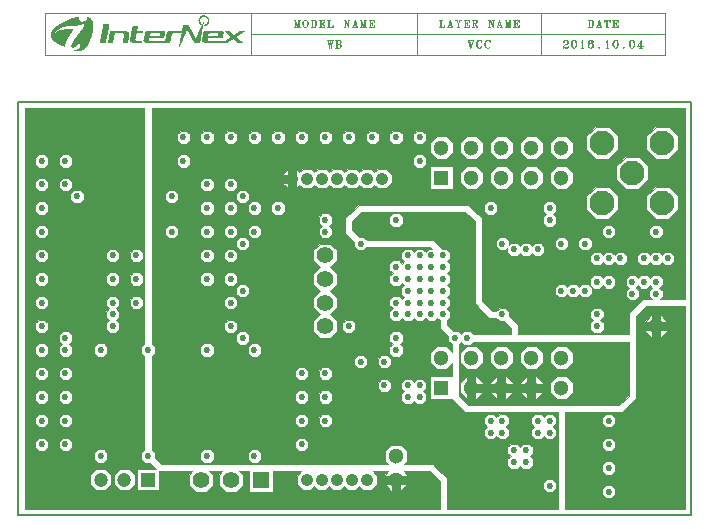
<source format=gbr>
%MOMM*%
%FSLAX33Y33*%
%ADD10C,0.203200*%
%ADD14C,0.070000*%
%ADD17C,1.300000*%
%ADD71R,1.300000X1.300000*%
%ADD25C,1.400000*%
%ADD73R,1.400000X1.400000*%
%ADD135C,0.750000*%
%ADD140C,1.200000*%
%ADD141R,1.200000X1.200000*%
%ADD142C,1.050000*%
%ADD143C,2.100000*%
%ADD144C,0.100000*%
%ADD191C,0.530000*%
G90*G71*G01*D02*G54D10*X000000Y000000D02*X057000Y000000D01*X057000Y035000D01*
X000000Y035000D01*X000000Y000000D01*D02*G54D14*X019750Y042500D02*
X002250Y042500D01*X002250Y039000D01*X019750Y039000D01*X019750Y040750D02*
X054750Y040750D01*X033750Y042500D02*X033750Y039000D01*X019750Y042500D02*
X054750Y042500D01*X054750Y039000D02*X019750Y039000D01*X019750Y042500D02*
X019750Y039000D01*X054750Y042500D02*X054750Y039000D01*X044250Y042500D02*
X044250Y039000D01*X046154Y040098D02*X046154Y040066D01*X046186Y040066D01*
X046186Y040098D01*X046154Y040098D01*X046154Y040130D02*X046186Y040130D01*
X046218Y040098D01*X046218Y040066D01*X046186Y040034D01*X046154Y040034D01*
X046123Y040066D01*X046123Y040098D01*X046154Y040161D01*X046186Y040193D01*
X046282Y040214D01*X046414Y040214D01*X046509Y040193D01*X046541Y040161D01*
X046578Y040098D01*X046578Y040034D01*X046541Y039981D01*X046446Y039917D01*
X046282Y039854D01*X046218Y039822D01*X046154Y039758D01*X046123Y039673D01*
X046123Y039578D01*X046509Y040161D02*X046541Y040098D01*X046541Y040034D01*
X046509Y039981D01*X046414Y040214D02*X046477Y040193D01*X046509Y040098D01*
X046509Y040034D01*X046477Y039981D01*X046414Y039917D01*X046282Y039854D01*
X046123Y039642D02*X046154Y039673D01*X046218Y039673D01*X046377Y039642D01*
X046509Y039642D01*X046578Y039673D01*X046218Y039673D02*X046377Y039610D01*
X046509Y039610D01*X046541Y039642D01*X046218Y039673D02*X046377Y039578D01*
X046509Y039578D01*X046541Y039610D01*X046578Y039673D01*X046578Y039727D01*
X047014Y040214D02*X046918Y040193D01*X046854Y040098D01*X046823Y039949D01*
X046823Y039854D01*X046854Y039705D01*X046918Y039610D01*X047014Y039578D01*
X047082Y039578D01*X047177Y039610D01*X047241Y039705D01*X047278Y039854D01*
X047278Y039949D01*X047241Y040098D01*X047177Y040193D01*X047082Y040214D01*
X047014Y040214D01*X046918Y040161D02*X046886Y040098D01*X046854Y039981D01*
X046854Y039822D01*X046886Y039705D01*X046918Y039642D01*X047177Y039642D02*
X047209Y039705D01*X047241Y039822D01*X047241Y039981D01*X047209Y040098D01*
X047177Y040161D01*X047014Y040214D02*X046950Y040193D01*X046918Y040130D01*
X046886Y039981D01*X046886Y039822D01*X046918Y039673D01*X046950Y039610D01*
X047014Y039578D01*X047082Y039578D02*X047146Y039610D01*X047177Y039673D01*
X047209Y039822D01*X047209Y039981D01*X047177Y040130D01*X047146Y040193D01*
X047082Y040214D01*X047727Y040161D02*X047727Y039578D01*X047745Y040161D02*
X047745Y039610D01*X047759Y040214D02*X047759Y039578D01*X047759Y040214D02*
X047714Y040130D01*X047686Y040098D01*X047673Y039578D02*X047818Y039578D01*
X047727Y039610D02*X047700Y039578D01*X047727Y039642D02*X047714Y039578D01*
X047759Y039642D02*X047773Y039578D01*X047759Y039610D02*X047786Y039578D01*
X048577Y040130D02*X048577Y040098D01*X048609Y040098D01*X048609Y040130D01*
X048577Y040130D01*X048609Y040161D02*X048577Y040161D01*X048546Y040130D01*
X048546Y040098D01*X048577Y040066D01*X048609Y040066D01*X048641Y040098D01*
X048641Y040130D01*X048609Y040193D01*X048546Y040214D01*X048450Y040214D01*
X048350Y040193D01*X048286Y040130D01*X048254Y040066D01*X048223Y039949D01*
X048223Y039758D01*X048254Y039673D01*X048318Y039610D01*X048414Y039578D01*
X048482Y039578D01*X048577Y039610D01*X048641Y039673D01*X048678Y039758D01*
X048678Y039790D01*X048641Y039886D01*X048577Y039949D01*X048482Y039981D01*
X048414Y039981D01*X048350Y039949D01*X048318Y039917D01*X048286Y039854D01*
X048318Y040130D02*X048286Y040066D01*X048254Y039949D01*X048254Y039758D01*
X048286Y039673D01*X048318Y039642D01*X048609Y039673D02*X048641Y039727D01*
X048641Y039822D01*X048609Y039886D01*X048450Y040214D02*X048382Y040193D01*
X048350Y040161D01*X048318Y040098D01*X048286Y039981D01*X048286Y039758D01*
X048318Y039673D01*X048350Y039610D01*X048414Y039578D01*X048482Y039578D02*
X048546Y039610D01*X048577Y039642D01*X048609Y039727D01*X048609Y039822D01*
X048577Y039917D01*X048546Y039949D01*X048482Y039981D01*X049141Y039673D02*
X049127Y039642D01*X049127Y039610D01*X049141Y039578D01*X049155Y039578D01*
X049168Y039610D01*X049168Y039642D01*X049155Y039673D01*X049141Y039673D01*
X049141Y039642D02*X049141Y039610D01*X049155Y039610D01*X049155Y039642D01*
X049141Y039642D01*X049827Y040161D02*X049827Y039578D01*X049845Y040161D02*
X049845Y039610D01*X049859Y040214D02*X049859Y039578D01*X049859Y040214D02*
X049814Y040130D01*X049786Y040098D01*X049773Y039578D02*X049918Y039578D01*
X049827Y039610D02*X049800Y039578D01*X049827Y039642D02*X049814Y039578D01*
X049859Y039642D02*X049873Y039578D01*X049859Y039610D02*X049886Y039578D01*
X050514Y040214D02*X050418Y040193D01*X050354Y040098D01*X050322Y039949D01*
X050322Y039854D01*X050354Y039705D01*X050418Y039610D01*X050514Y039578D01*
X050582Y039578D01*X050677Y039610D01*X050741Y039705D01*X050777Y039854D01*
X050777Y039949D01*X050741Y040098D01*X050677Y040193D01*X050582Y040214D01*
X050514Y040214D01*X050418Y040161D02*X050386Y040098D01*X050354Y039981D01*
X050354Y039822D01*X050386Y039705D01*X050418Y039642D01*X050677Y039642D02*
X050709Y039705D01*X050741Y039822D01*X050741Y039981D01*X050709Y040098D01*
X050677Y040161D01*X050514Y040214D02*X050450Y040193D01*X050418Y040130D01*
X050386Y039981D01*X050386Y039822D01*X050418Y039673D01*X050450Y039610D01*
X050514Y039578D01*X050582Y039578D02*X050646Y039610D01*X050677Y039673D01*
X050709Y039822D01*X050709Y039981D01*X050677Y040130D01*X050646Y040193D01*
X050582Y040214D01*X051241Y039673D02*X051227Y039642D01*X051227Y039610D01*
X051241Y039578D01*X051255Y039578D01*X051268Y039610D01*X051268Y039642D01*
X051255Y039673D01*X051241Y039673D01*X051241Y039642D02*X051241Y039610D01*
X051255Y039610D01*X051255Y039642D01*X051241Y039642D01*X051914Y040214D02*
X051818Y040193D01*X051754Y040098D01*X051722Y039949D01*X051722Y039854D01*
X051754Y039705D01*X051818Y039610D01*X051914Y039578D01*X051982Y039578D01*
X052077Y039610D01*X052141Y039705D01*X052177Y039854D01*X052177Y039949D01*
X052141Y040098D01*X052077Y040193D01*X051982Y040214D01*X051914Y040214D01*
X051818Y040161D02*X051786Y040098D01*X051754Y039981D01*X051754Y039822D01*
X051786Y039705D01*X051818Y039642D01*X052077Y039642D02*X052109Y039705D01*
X052141Y039822D01*X052141Y039981D01*X052109Y040098D01*X052077Y040161D01*
X051914Y040214D02*X051850Y040193D01*X051818Y040130D01*X051786Y039981D01*
X051786Y039822D01*X051818Y039673D01*X051850Y039610D01*X051914Y039578D01*
X051982Y039578D02*X052046Y039610D01*X052077Y039673D01*X052109Y039822D01*
X052109Y039981D01*X052077Y040130D01*X052046Y040193D01*X051982Y040214D01*
X052677Y040130D02*X052677Y039578D01*X052705Y040161D02*X052705Y039610D01*
X052732Y040214D02*X052732Y039578D01*X052732Y040214D02*X052422Y039758D01*
X052877Y039758D01*X052591Y039578D02*X052818Y039578D01*X052677Y039610D02*
X052618Y039578D01*X052677Y039642D02*X052645Y039578D01*X052732Y039642D02*
X052759Y039578D01*X052732Y039610D02*X052791Y039578D01*X048300Y041964D02*
X048300Y041328D01*X048327Y041943D02*X048327Y041360D01*X048354Y041964D02*
X048354Y041328D01*X048223Y041964D02*X048486Y041964D01*X048568Y041943D01*
X048623Y041880D01*X048650Y041816D01*X048678Y041731D01*X048678Y041572D01*
X048650Y041477D01*X048623Y041423D01*X048568Y041360D01*X048486Y041328D01*
X048223Y041328D01*X048596Y041880D02*X048623Y041816D01*X048650Y041731D01*
X048650Y041572D01*X048623Y041477D01*X048596Y041423D01*X048486Y041964D02*
X048541Y041943D01*X048596Y041848D01*X048623Y041731D01*X048623Y041572D01*
X048596Y041455D01*X048541Y041360D01*X048486Y041328D01*X048245Y041964D02*
X048300Y041943D01*X048273Y041964D02*X048300Y041911D01*X048382Y041964D02*
X048354Y041911D01*X048409Y041964D02*X048354Y041943D01*X048300Y041360D02*
X048245Y041328D01*X048300Y041392D02*X048273Y041328D01*X048354Y041392D02*
X048382Y041328D01*X048354Y041360D02*X048409Y041328D01*X049150Y041964D02*
X048973Y041360D01*X049123Y041880D02*X049273Y041328D01*X049150Y041880D02*
X049300Y041328D01*X049150Y041964D02*X049323Y041328D01*X049023Y041508D02*
X049250Y041508D01*X048923Y041328D02*X049073Y041328D01*X049200Y041328D02*
X049378Y041328D01*X048973Y041360D02*X048945Y041328D01*X048973Y041360D02*
X049023Y041328D01*X049273Y041360D02*X049223Y041328D01*X049273Y041392D02*
X049250Y041328D01*X049300Y041392D02*X049350Y041328D01*X049623Y041964D02*
X049623Y041784D01*X049818Y041964D02*X049818Y041328D01*X049850Y041943D02*
X049850Y041360D01*X049877Y041964D02*X049877Y041328D01*X050077Y041964D02*
X050077Y041784D01*X049623Y041964D02*X050077Y041964D01*X049736Y041328D02*
X049959Y041328D01*X049650Y041964D02*X049623Y041784D01*X049677Y041964D02*
X049623Y041880D01*X049704Y041964D02*X049623Y041911D01*X049764Y041964D02*
X049623Y041943D01*X049932Y041964D02*X050077Y041943D01*X049991Y041964D02*
X050077Y041911D01*X050018Y041964D02*X050077Y041880D01*X050046Y041964D02*
X050077Y041784D01*X049818Y041360D02*X049764Y041328D01*X049818Y041392D02*
X049791Y041328D01*X049877Y041392D02*X049905Y041328D01*X049877Y041360D02*
X049932Y041328D01*X050404Y041964D02*X050404Y041328D01*X050432Y041943D02*
X050432Y041360D01*X050464Y041964D02*X050464Y041328D01*X050322Y041964D02*
X050777Y041964D01*X050777Y041784D01*X050464Y041667D02*X050632Y041667D01*
X050632Y041784D02*X050632Y041540D01*X050322Y041328D02*X050777Y041328D01*
X050777Y041508D01*X050350Y041964D02*X050404Y041943D01*X050377Y041964D02*
X050404Y041911D01*X050491Y041964D02*X050464Y041911D01*X050518Y041964D02*
X050464Y041943D01*X050632Y041964D02*X050777Y041943D01*X050691Y041964D02*
X050777Y041911D01*X050718Y041964D02*X050777Y041880D01*X050746Y041964D02*
X050777Y041784D01*X050632Y041784D02*X050605Y041667D01*X050632Y041540D01*
X050632Y041731D02*X050577Y041667D01*X050632Y041604D01*X050632Y041699D02*
X050518Y041667D01*X050632Y041636D01*X050404Y041360D02*X050350Y041328D01*
X050404Y041392D02*X050377Y041328D01*X050464Y041392D02*X050491Y041328D01*
X050464Y041360D02*X050518Y041328D01*X050632Y041328D02*X050777Y041360D01*
X050691Y041328D02*X050777Y041392D01*X050718Y041328D02*X050777Y041423D01*
X050746Y041328D02*X050777Y041508D01*X035714Y041964D02*X035714Y041328D01*
X035741Y041943D02*X035741Y041360D01*X035773Y041964D02*X035773Y041328D01*
X035623Y041964D02*X035864Y041964D01*X035623Y041328D02*X036078Y041328D01*
X036078Y041508D01*X035650Y041964D02*X035714Y041943D01*X035682Y041964D02*
X035714Y041911D01*X035805Y041964D02*X035773Y041911D01*X035832Y041964D02*
X035773Y041943D01*X035714Y041360D02*X035650Y041328D01*X035714Y041392D02*
X035682Y041328D01*X035773Y041392D02*X035805Y041328D01*X035773Y041360D02*
X035832Y041328D01*X035923Y041328D02*X036078Y041360D01*X035982Y041328D02*
X036078Y041392D01*X036014Y041328D02*X036078Y041423D01*X036046Y041328D02*
X036078Y041508D01*X036550Y041964D02*X036373Y041360D01*X036523Y041880D02*
X036673Y041328D01*X036550Y041880D02*X036700Y041328D01*X036550Y041964D02*
X036723Y041328D01*X036423Y041508D02*X036650Y041508D01*X036323Y041328D02*
X036473Y041328D01*X036600Y041328D02*X036778Y041328D01*X036373Y041360D02*
X036345Y041328D01*X036373Y041360D02*X036423Y041328D01*X036673Y041360D02*
X036623Y041328D01*X036673Y041392D02*X036650Y041328D01*X036700Y041392D02*
X036750Y041328D01*X037068Y041964D02*X037223Y041636D01*X037223Y041328D01*
X037091Y041964D02*X037245Y041636D01*X037245Y041360D01*X037109Y041964D02*
X037273Y041636D01*X037273Y041328D01*X037405Y041943D02*X037273Y041636D01*
X037023Y041964D02*X037182Y041964D01*X037336Y041964D02*X037478Y041964D01*
X037159Y041328D02*X037336Y041328D01*X037045Y041964D02*X037091Y041943D01*
X037159Y041964D02*X037109Y041943D01*X037364Y041964D02*X037405Y041943D01*
X037450Y041964D02*X037405Y041943D01*X037223Y041360D02*X037182Y041328D01*
X037223Y041392D02*X037200Y041328D01*X037273Y041392D02*X037291Y041328D01*
X037273Y041360D02*X037314Y041328D01*X037804Y041964D02*X037804Y041328D01*
X037832Y041943D02*X037832Y041360D01*X037864Y041964D02*X037864Y041328D01*
X037723Y041964D02*X038178Y041964D01*X038178Y041784D01*X037864Y041667D02*
X038032Y041667D01*X038032Y041784D02*X038032Y041540D01*X037723Y041328D02*
X038178Y041328D01*X038178Y041508D01*X037750Y041964D02*X037804Y041943D01*
X037777Y041964D02*X037804Y041911D01*X037891Y041964D02*X037864Y041911D01*
X037918Y041964D02*X037864Y041943D01*X038032Y041964D02*X038178Y041943D01*
X038091Y041964D02*X038178Y041911D01*X038118Y041964D02*X038178Y041880D01*
X038146Y041964D02*X038178Y041784D01*X038032Y041784D02*X038005Y041667D01*
X038032Y041540D01*X038032Y041731D02*X037977Y041667D01*X038032Y041604D01*
X038032Y041699D02*X037918Y041667D01*X038032Y041636D01*X037804Y041360D02*
X037750Y041328D01*X037804Y041392D02*X037777Y041328D01*X037864Y041392D02*
X037891Y041328D01*X037864Y041360D02*X037918Y041328D01*X038032Y041328D02*
X038178Y041360D01*X038091Y041328D02*X038178Y041392D01*X038118Y041328D02*
X038178Y041423D01*X038146Y041328D02*X038178Y041508D01*X038495Y041964D02*
X038495Y041328D01*X038523Y041943D02*X038523Y041360D01*X038545Y041964D02*
X038545Y041328D01*X038423Y041964D02*X038723Y041964D01*X038800Y041943D01*
X038823Y041911D01*X038850Y041848D01*X038850Y041784D01*X038823Y041731D01*
X038800Y041699D01*X038723Y041667D01*X038545Y041667D01*X038800Y041911D02*
X038823Y041848D01*X038823Y041784D01*X038800Y041731D01*X038723Y041964D02*
X038773Y041943D01*X038800Y041880D01*X038800Y041752D01*X038773Y041699D01*
X038723Y041667D01*X038645Y041667D02*X038700Y041636D01*X038723Y041572D01*
X038773Y041392D01*X038800Y041328D01*X038850Y041328D01*X038878Y041392D01*
X038878Y041455D01*X038773Y041455D02*X038800Y041392D01*X038823Y041360D01*
X038850Y041360D01*X038700Y041636D02*X038723Y041604D01*X038800Y041423D01*
X038823Y041392D01*X038850Y041392D01*X038878Y041423D01*X038423Y041328D02*
X038623Y041328D01*X038445Y041964D02*X038495Y041943D01*X038473Y041964D02*
X038495Y041911D01*X038573Y041964D02*X038545Y041911D01*X038595Y041964D02*
X038545Y041943D01*X038495Y041360D02*X038445Y041328D01*X038495Y041392D02*
X038473Y041328D01*X038545Y041392D02*X038573Y041328D01*X038545Y041360D02*
X038595Y041328D01*X039886Y041964D02*X039886Y041360D01*X039886Y041964D02*
X040205Y041328D01*X039913Y041964D02*X040182Y041423D01*X039932Y041964D02*
X040205Y041423D01*X040205Y041943D02*X040205Y041328D01*X039822Y041964D02*
X039932Y041964D01*X040141Y041964D02*X040277Y041964D01*X039822Y041328D02*
X039954Y041328D01*X039841Y041964D02*X039886Y041943D01*X040164Y041964D02*
X040205Y041943D01*X040255Y041964D02*X040205Y041943D01*X039886Y041360D02*
X039841Y041328D01*X039886Y041360D02*X039932Y041328D01*X040750Y041964D02*
X040573Y041360D01*X040723Y041880D02*X040873Y041328D01*X040750Y041880D02*
X040900Y041328D01*X040750Y041964D02*X040923Y041328D01*X040623Y041508D02*
X040850Y041508D01*X040522Y041328D02*X040673Y041328D01*X040800Y041328D02*
X040977Y041328D01*X040573Y041360D02*X040545Y041328D01*X040573Y041360D02*
X040623Y041328D01*X040873Y041360D02*X040823Y041328D01*X040873Y041392D02*
X040850Y041328D01*X040900Y041392D02*X040950Y041328D01*X041282Y041964D02*
X041282Y041360D01*X041282Y041964D02*X041427Y041328D01*X041304Y041964D02*
X041427Y041423D01*X041323Y041964D02*X041445Y041423D01*X041573Y041964D02*
X041427Y041328D01*X041573Y041964D02*X041573Y041328D01*X041591Y041943D02*
X041591Y041360D01*X041614Y041964D02*X041614Y041328D01*X041222Y041964D02*
X041323Y041964D01*X041573Y041964D02*X041677Y041964D01*X041222Y041328D02*
X041345Y041328D01*X041509Y041328D02*X041677Y041328D01*X041241Y041964D02*
X041282Y041943D01*X041632Y041964D02*X041614Y041911D01*X041655Y041964D02*
X041614Y041943D01*X041282Y041360D02*X041241Y041328D01*X041282Y041360D02*
X041323Y041328D01*X041573Y041360D02*X041532Y041328D01*X041573Y041392D02*
X041550Y041328D01*X041614Y041392D02*X041632Y041328D01*X041614Y041360D02*
X041655Y041328D01*X042004Y041964D02*X042004Y041328D01*X042032Y041943D02*
X042032Y041360D01*X042064Y041964D02*X042064Y041328D01*X041922Y041964D02*
X042377Y041964D01*X042377Y041784D01*X042064Y041667D02*X042232Y041667D01*
X042232Y041784D02*X042232Y041540D01*X041922Y041328D02*X042377Y041328D01*
X042377Y041508D01*X041950Y041964D02*X042004Y041943D01*X041977Y041964D02*
X042004Y041911D01*X042091Y041964D02*X042064Y041911D01*X042118Y041964D02*
X042064Y041943D01*X042232Y041964D02*X042377Y041943D01*X042291Y041964D02*
X042377Y041911D01*X042318Y041964D02*X042377Y041880D01*X042346Y041964D02*
X042377Y041784D01*X042232Y041784D02*X042205Y041667D01*X042232Y041540D01*
X042232Y041731D02*X042177Y041667D01*X042232Y041604D01*X042232Y041699D02*
X042118Y041667D01*X042232Y041636D01*X042004Y041360D02*X041950Y041328D01*
X042004Y041392D02*X041977Y041328D01*X042064Y041392D02*X042091Y041328D01*
X042064Y041360D02*X042118Y041328D01*X042232Y041328D02*X042377Y041360D01*
X042291Y041328D02*X042377Y041392D01*X042318Y041328D02*X042377Y041423D01*
X042346Y041328D02*X042377Y041508D01*X023432Y041964D02*X023432Y041360D01*
X023432Y041964D02*X023577Y041328D01*X023454Y041964D02*X023577Y041423D01*
X023473Y041964D02*X023596Y041423D01*X023723Y041964D02*X023577Y041328D01*
X023723Y041964D02*X023723Y041328D01*X023741Y041943D02*X023741Y041360D01*
X023764Y041964D02*X023764Y041328D01*X023373Y041964D02*X023473Y041964D01*
X023723Y041964D02*X023828Y041964D01*X023373Y041328D02*X023495Y041328D01*
X023659Y041328D02*X023828Y041328D01*X023391Y041964D02*X023432Y041943D01*
X023782Y041964D02*X023764Y041911D01*X023805Y041964D02*X023764Y041943D01*
X023432Y041360D02*X023391Y041328D01*X023432Y041360D02*X023473Y041328D01*
X023723Y041360D02*X023682Y041328D01*X023723Y041392D02*X023700Y041328D01*
X023764Y041392D02*X023782Y041328D01*X023764Y041360D02*X023805Y041328D01*
X024268Y041964D02*X024186Y041943D01*X024127Y041880D01*X024100Y041816D01*
X024073Y041699D01*X024073Y041604D01*X024100Y041477D01*X024127Y041423D01*
X024186Y041360D01*X024268Y041328D01*X024327Y041328D01*X024414Y041360D01*
X024468Y041423D01*X024496Y041477D01*X024528Y041604D01*X024528Y041699D01*
X024496Y041816D01*X024468Y041880D01*X024414Y041943D01*X024327Y041964D01*
X024268Y041964D01*X024154Y041880D02*X024127Y041816D01*X024100Y041731D01*
X024100Y041572D01*X024127Y041477D01*X024154Y041423D01*X024441Y041423D02*
X024468Y041477D01*X024496Y041572D01*X024496Y041731D01*X024468Y041816D01*
X024441Y041880D01*X024268Y041964D02*X024214Y041943D01*X024154Y041848D01*
X024127Y041731D01*X024127Y041572D01*X024154Y041455D01*X024214Y041360D01*
X024268Y041328D01*X024327Y041328D02*X024382Y041360D01*X024441Y041455D01*
X024468Y041572D01*X024468Y041731D01*X024441Y041848D01*X024382Y041943D01*
X024327Y041964D01*X024850Y041964D02*X024850Y041328D01*X024877Y041943D02*
X024877Y041360D01*X024904Y041964D02*X024904Y041328D01*X024773Y041964D02*
X025036Y041964D01*X025118Y041943D01*X025173Y041880D01*X025200Y041816D01*
X025228Y041731D01*X025228Y041572D01*X025200Y041477D01*X025173Y041423D01*
X025118Y041360D01*X025036Y041328D01*X024773Y041328D01*X025146Y041880D02*
X025173Y041816D01*X025200Y041731D01*X025200Y041572D01*X025173Y041477D01*
X025146Y041423D01*X025036Y041964D02*X025091Y041943D01*X025146Y041848D01*
X025173Y041731D01*X025173Y041572D01*X025146Y041455D01*X025091Y041360D01*
X025036Y041328D01*X024795Y041964D02*X024850Y041943D01*X024823Y041964D02*
X024850Y041911D01*X024932Y041964D02*X024904Y041911D01*X024959Y041964D02*
X024904Y041943D01*X024850Y041360D02*X024795Y041328D01*X024850Y041392D02*
X024823Y041328D01*X024904Y041392D02*X024932Y041328D01*X024904Y041360D02*
X024959Y041328D01*X025554Y041964D02*X025554Y041328D01*X025582Y041943D02*
X025582Y041360D01*X025614Y041964D02*X025614Y041328D01*X025473Y041964D02*
X025928Y041964D01*X025928Y041784D01*X025614Y041667D02*X025782Y041667D01*
X025782Y041784D02*X025782Y041540D01*X025473Y041328D02*X025928Y041328D01*
X025928Y041508D01*X025500Y041964D02*X025554Y041943D01*X025527Y041964D02*
X025554Y041911D01*X025641Y041964D02*X025614Y041911D01*X025668Y041964D02*
X025614Y041943D01*X025782Y041964D02*X025928Y041943D01*X025841Y041964D02*
X025928Y041911D01*X025868Y041964D02*X025928Y041880D01*X025896Y041964D02*
X025928Y041784D01*X025782Y041784D02*X025755Y041667D01*X025782Y041540D01*
X025782Y041731D02*X025727Y041667D01*X025782Y041604D01*X025782Y041699D02*
X025668Y041667D01*X025782Y041636D01*X025554Y041360D02*X025500Y041328D01*
X025554Y041392D02*X025527Y041328D01*X025614Y041392D02*X025641Y041328D01*
X025614Y041360D02*X025668Y041328D01*X025782Y041328D02*X025928Y041360D01*
X025841Y041328D02*X025928Y041392D01*X025868Y041328D02*X025928Y041423D01*
X025896Y041328D02*X025928Y041508D01*X026264Y041964D02*X026264Y041328D01*
X026291Y041943D02*X026291Y041360D01*X026323Y041964D02*X026323Y041328D01*
X026173Y041964D02*X026414Y041964D01*X026173Y041328D02*X026628Y041328D01*
X026628Y041508D01*X026200Y041964D02*X026264Y041943D01*X026232Y041964D02*
X026264Y041911D01*X026355Y041964D02*X026323Y041911D01*X026382Y041964D02*
X026323Y041943D01*X026264Y041360D02*X026200Y041328D01*X026264Y041392D02*
X026232Y041328D01*X026323Y041392D02*X026355Y041328D01*X026323Y041360D02*
X026382Y041328D01*X026473Y041328D02*X026628Y041360D01*X026532Y041328D02*
X026628Y041392D01*X026564Y041328D02*X026628Y041423D01*X026596Y041328D02*
X026628Y041508D01*X027636Y041964D02*X027636Y041360D01*X027636Y041964D02*
X027955Y041328D01*X027663Y041964D02*X027932Y041423D01*X027682Y041964D02*
X027955Y041423D01*X027955Y041943D02*X027955Y041328D01*X027572Y041964D02*
X027682Y041964D01*X027891Y041964D02*X028027Y041964D01*X027572Y041328D02*
X027704Y041328D01*X027591Y041964D02*X027636Y041943D01*X027914Y041964D02*
X027955Y041943D01*X028005Y041964D02*X027955Y041943D01*X027636Y041360D02*
X027591Y041328D01*X027636Y041360D02*X027682Y041328D01*X028500Y041964D02*
X028323Y041360D01*X028473Y041880D02*X028623Y041328D01*X028500Y041880D02*
X028650Y041328D01*X028500Y041964D02*X028673Y041328D01*X028373Y041508D02*
X028600Y041508D01*X028272Y041328D02*X028423Y041328D01*X028550Y041328D02*
X028727Y041328D01*X028323Y041360D02*X028295Y041328D01*X028323Y041360D02*
X028373Y041328D01*X028623Y041360D02*X028573Y041328D01*X028623Y041392D02*
X028600Y041328D01*X028650Y041392D02*X028700Y041328D01*X029032Y041964D02*
X029032Y041360D01*X029032Y041964D02*X029177Y041328D01*X029054Y041964D02*
X029177Y041423D01*X029073Y041964D02*X029195Y041423D01*X029323Y041964D02*
X029177Y041328D01*X029323Y041964D02*X029323Y041328D01*X029341Y041943D02*
X029341Y041360D01*X029364Y041964D02*X029364Y041328D01*X028972Y041964D02*
X029073Y041964D01*X029323Y041964D02*X029427Y041964D01*X028972Y041328D02*
X029095Y041328D01*X029259Y041328D02*X029427Y041328D01*X028991Y041964D02*
X029032Y041943D01*X029382Y041964D02*X029364Y041911D01*X029405Y041964D02*
X029364Y041943D01*X029032Y041360D02*X028991Y041328D01*X029032Y041360D02*
X029073Y041328D01*X029323Y041360D02*X029282Y041328D01*X029323Y041392D02*
X029300Y041328D01*X029364Y041392D02*X029382Y041328D01*X029364Y041360D02*
X029405Y041328D01*X029754Y041964D02*X029754Y041328D01*X029782Y041943D02*
X029782Y041360D01*X029814Y041964D02*X029814Y041328D01*X029672Y041964D02*
X030127Y041964D01*X030127Y041784D01*X029814Y041667D02*X029982Y041667D01*
X029982Y041784D02*X029982Y041540D01*X029672Y041328D02*X030127Y041328D01*
X030127Y041508D01*X029700Y041964D02*X029754Y041943D01*X029727Y041964D02*
X029754Y041911D01*X029841Y041964D02*X029814Y041911D01*X029868Y041964D02*
X029814Y041943D01*X029982Y041964D02*X030127Y041943D01*X030041Y041964D02*
X030127Y041911D01*X030068Y041964D02*X030127Y041880D01*X030096Y041964D02*
X030127Y041784D01*X029982Y041784D02*X029955Y041667D01*X029982Y041540D01*
X029982Y041731D02*X029927Y041667D01*X029982Y041604D01*X029982Y041699D02*
X029868Y041667D01*X029982Y041636D01*X029754Y041360D02*X029700Y041328D01*
X029754Y041392D02*X029727Y041328D01*X029814Y041392D02*X029841Y041328D01*
X029814Y041360D02*X029868Y041328D01*X029982Y041328D02*X030127Y041360D01*
X030041Y041328D02*X030127Y041392D01*X030068Y041328D02*X030127Y041423D01*
X030096Y041328D02*X030127Y041508D01*X026232Y040214D02*X026314Y039578D01*
X026254Y040214D02*X026314Y039727D01*X026314Y039578D01*X026273Y040214D02*
X026336Y039727D01*X026400Y040214D02*X026336Y039727D01*X026314Y039578D01*
X026400Y040214D02*X026482Y039578D01*X026418Y040214D02*X026482Y039727D01*
X026482Y039578D01*X026441Y040214D02*X026500Y039727D01*X026564Y040193D02*
X026500Y039727D01*X026482Y039578D01*X026173Y040214D02*X026336Y040214D01*
X026400Y040214D02*X026441Y040214D01*X026500Y040214D02*X026628Y040214D01*
X026191Y040214D02*X026254Y040193D01*X026213Y040214D02*X026254Y040161D01*
X026295Y040214D02*X026273Y040161D01*X026314Y040214D02*X026273Y040193D01*
X026523Y040214D02*X026564Y040193D01*X026605Y040214D02*X026564Y040193D01*
X026950Y040214D02*X026950Y039578D01*X026977Y040193D02*X026977Y039610D01*
X027004Y040214D02*X027004Y039578D01*X026873Y040214D02*X027191Y040214D01*
X027273Y040193D01*X027296Y040161D01*X027327Y040098D01*X027327Y040034D01*
X027296Y039981D01*X027273Y039949D01*X027191Y039917D01*X027273Y040161D02*
X027296Y040098D01*X027296Y040034D01*X027273Y039981D01*X027191Y040214D02*
X027246Y040193D01*X027273Y040130D01*X027273Y040002D01*X027246Y039949D01*
X027191Y039917D01*X027004Y039917D02*X027191Y039917D01*X027273Y039886D01*
X027296Y039854D01*X027327Y039790D01*X027327Y039705D01*X027296Y039642D01*
X027273Y039610D01*X027191Y039578D01*X026873Y039578D01*X027273Y039854D02*
X027296Y039790D01*X027296Y039705D01*X027273Y039642D01*X027191Y039917D02*
X027246Y039886D01*X027273Y039822D01*X027273Y039673D01*X027246Y039610D01*
X027191Y039578D01*X026895Y040214D02*X026950Y040193D01*X026923Y040214D02*
X026950Y040161D01*X027032Y040214D02*X027004Y040161D01*X027059Y040214D02*
X027004Y040193D01*X026950Y039610D02*X026895Y039578D01*X026950Y039642D02*
X026923Y039578D01*X027004Y039642D02*X027032Y039578D01*X027004Y039610D02*
X027059Y039578D01*X038123Y040214D02*X038300Y039578D01*X038145Y040214D02*
X038300Y039673D01*X038300Y039578D01*X038173Y040214D02*X038323Y039673D01*
X038473Y040193D02*X038300Y039578D01*X038073Y040214D02*X038245Y040214D01*
X038373Y040214D02*X038528Y040214D01*X038095Y040214D02*X038145Y040161D01*
X038195Y040214D02*X038173Y040161D01*X038223Y040214D02*X038173Y040193D01*
X038423Y040214D02*X038473Y040193D01*X038500Y040214D02*X038473Y040193D01*
X039196Y040130D02*X039228Y040214D01*X039228Y040034D01*X039196Y040130D01*
X039132Y040193D01*X039073Y040214D01*X038982Y040214D01*X038891Y040193D01*
X038832Y040130D01*X038800Y040066D01*X038773Y039981D01*X038773Y039822D01*
X038800Y039727D01*X038832Y039673D01*X038891Y039610D01*X038982Y039578D01*
X039073Y039578D01*X039132Y039610D01*X039196Y039673D01*X039228Y039727D01*
X038859Y040130D02*X038832Y040066D01*X038800Y039981D01*X038800Y039822D01*
X038832Y039727D01*X038859Y039673D01*X038982Y040214D02*X038923Y040193D01*
X038859Y040098D01*X038832Y039981D01*X038832Y039822D01*X038859Y039705D01*
X038923Y039610D01*X038982Y039578D01*X039896Y040130D02*X039927Y040214D01*
X039927Y040034D01*X039896Y040130D01*X039832Y040193D01*X039773Y040214D01*
X039682Y040214D01*X039591Y040193D01*X039532Y040130D01*X039500Y040066D01*
X039473Y039981D01*X039473Y039822D01*X039500Y039727D01*X039532Y039673D01*
X039591Y039610D01*X039682Y039578D01*X039773Y039578D01*X039832Y039610D01*
X039896Y039673D01*X039927Y039727D01*X039559Y040130D02*X039532Y040066D01*
X039500Y039981D01*X039500Y039822D01*X039532Y039727D01*X039559Y039673D01*
X039682Y040214D02*X039623Y040193D01*X039559Y040098D01*X039532Y039981D01*
X039532Y039822D01*X039559Y039705D01*X039623Y039610D01*X039682Y039578D01*
X000000Y000000D02*D02*G54D17*X032000Y003000D03*X032000Y005000D03*
X038380Y010800D03*X040920Y010800D03*X046000Y010800D03*X043460Y010800D03*
X038380Y013340D03*X035840Y013340D03*X040920Y013340D03*X046000Y013340D03*
X043460Y013340D03*X054000Y016000D03*X038380Y028580D03*X040920Y028580D03*
X046000Y028580D03*X043460Y028580D03*X038380Y031120D03*X035840Y031120D03*
X040920Y031120D03*X046000Y031120D03*X043460Y031120D03*D02*G54D71*
X035840Y010800D03*X035840Y028580D03*D02*G54D25*X015460Y003000D03*
X018000Y003000D03*X026000Y016000D03*X026000Y018000D03*X026000Y020000D03*
X026000Y022000D03*D02*G54D73*X020540Y003000D03*D02*G54D135*X032000Y003000D02*
X032950Y003000D01*X032000Y003000D02*X031050Y003000D01*X032000Y003000D02*
X032000Y002050D01*X023190Y028500D02*X023190Y029325D01*X023190Y028500D02*
X022365Y028500D01*X023190Y028500D02*X023190Y027675D01*X054000Y016000D02*
X054950Y016000D01*X054000Y016000D02*X054000Y016950D01*X054000Y016000D02*
X053050Y016000D01*X054000Y016000D02*X054000Y015050D01*X038380Y010800D02*
X039330Y010800D01*X038380Y010800D02*X038380Y011750D01*X038380Y010800D02*
X038380Y009850D01*X040920Y010800D02*X041870Y010800D01*X040920Y010800D02*
X040920Y011750D01*X040920Y010800D02*X039970Y010800D01*X040920Y010800D02*
X040920Y009850D01*X043460Y010800D02*X044410Y010800D01*X043460Y010800D02*
X043460Y011750D01*X043460Y010800D02*X042510Y010800D01*X043460Y010800D02*
X043460Y009850D01*D02*G54D140*X007000Y003000D03*X009000Y003000D03*D02*G54D141*
X011000Y003000D03*D02*G54D142*X025730Y003000D03*X024460Y003000D03*
X029540Y003000D03*X028270Y003000D03*X027000Y003000D03*X023190Y028500D03*
X024460Y028500D03*X025730Y028500D03*X027000Y028500D03*X028270Y028500D03*
X029540Y028500D03*X030810Y028500D03*D02*G54D143*X049460Y026460D03*
X054540Y026460D03*X052000Y029000D03*X049460Y031540D03*X054540Y031540D03*D02*
G54D144*X000550Y000550D02*X035700Y000550D01*X035700Y000550D02*X035700Y002879D01*
X035700Y002879D02*X034879Y003700D01*X034879Y003700D02*X032644Y003700D01*
X032644Y003700D02*X032950Y003394D01*X032950Y003394D02*X032950Y002607D01*
X032950Y002607D02*X032394Y002050D01*X032394Y002050D02*X031607Y002050D01*
X031607Y002050D02*X031050Y002607D01*X031050Y002607D02*X031050Y003394D01*
X031050Y003394D02*X031357Y003700D01*X031357Y003700D02*X030007Y003700D01*
X030007Y003700D02*X030365Y003342D01*X030365Y003342D02*X030365Y002658D01*
X030365Y002658D02*X029882Y002175D01*X029882Y002175D02*X029198Y002175D01*
X029198Y002175D02*X028905Y002468D01*X028905Y002468D02*X028612Y002175D01*
X028612Y002175D02*X027928Y002175D01*X027928Y002175D02*X027635Y002468D01*
X027635Y002468D02*X027342Y002175D01*X027342Y002175D02*X026658Y002175D01*
X026658Y002175D02*X026365Y002468D01*X026365Y002468D02*X026072Y002175D01*
X026072Y002175D02*X025388Y002175D01*X025388Y002175D02*X025095Y002468D01*
X025095Y002468D02*X024802Y002175D01*X024802Y002175D02*X024118Y002175D01*
X024118Y002175D02*X023635Y002658D01*X023635Y002658D02*X023635Y003342D01*
X023635Y003342D02*X023993Y003700D01*X023993Y003700D02*X021540Y003700D01*
X021540Y003700D02*X021540Y002000D01*X021540Y002000D02*X019540Y002000D01*
X019540Y002000D02*X019540Y003700D01*X019540Y003700D02*X018714Y003700D01*
X018714Y003700D02*X019000Y003414D01*X019000Y003414D02*X019000Y002586D01*
X019000Y002586D02*X018414Y002000D01*X018414Y002000D02*X017586Y002000D01*
X017586Y002000D02*X017000Y002586D01*X017000Y002586D02*X017000Y003414D01*
X017000Y003414D02*X017286Y003700D01*X017286Y003700D02*X016174Y003700D01*
X016174Y003700D02*X016460Y003414D01*X016460Y003414D02*X016460Y002586D01*
X016460Y002586D02*X015874Y002000D01*X015874Y002000D02*X015046Y002000D01*
X015046Y002000D02*X014460Y002586D01*X014460Y002586D02*X014460Y003414D01*
X014460Y003414D02*X014746Y003700D01*X014746Y003700D02*X011900Y003700D01*
X011900Y003700D02*X011900Y002100D01*X011900Y002100D02*X010100Y002100D01*
X010100Y002100D02*X010100Y003900D01*X010100Y003900D02*X011679Y003900D01*
X011679Y003900D02*X011144Y004435D01*X011144Y004435D02*X010766Y004435D01*
X010766Y004435D02*X010435Y004766D01*X010435Y004766D02*X010435Y005234D01*
X010435Y005234D02*X010700Y005499D01*X010700Y005499D02*X010700Y013501D01*
X010700Y013501D02*X010435Y013766D01*X010435Y013766D02*X010435Y014234D01*
X010435Y014234D02*X010700Y014499D01*X010700Y014499D02*X010700Y034450D01*
X010700Y034450D02*X000550Y034450D01*X000550Y034450D02*X000550Y000550D01*
X001766Y029435D02*X002234Y029435D01*X002234Y029435D02*X002565Y029766D01*
X002565Y029766D02*X002565Y030234D01*X002565Y030234D02*X002234Y030565D01*
X002234Y030565D02*X001766Y030565D01*X001766Y030565D02*X001435Y030234D01*
X001435Y030234D02*X001435Y029766D01*X001435Y029766D02*X001766Y029435D01*
X001766Y027435D02*X002234Y027435D01*X002234Y027435D02*X002565Y027766D01*
X002565Y027766D02*X002565Y028234D01*X002565Y028234D02*X002234Y028565D01*
X002234Y028565D02*X001766Y028565D01*X001766Y028565D02*X001435Y028234D01*
X001435Y028234D02*X001435Y027766D01*X001435Y027766D02*X001766Y027435D01*
X001766Y025435D02*X002234Y025435D01*X002234Y025435D02*X002565Y025766D01*
X002565Y025766D02*X002565Y026234D01*X002565Y026234D02*X002234Y026565D01*
X002234Y026565D02*X001766Y026565D01*X001766Y026565D02*X001435Y026234D01*
X001435Y026234D02*X001435Y025766D01*X001435Y025766D02*X001766Y025435D01*
X001766Y023435D02*X002234Y023435D01*X002234Y023435D02*X002565Y023766D01*
X002565Y023766D02*X002565Y024234D01*X002565Y024234D02*X002234Y024565D01*
X002234Y024565D02*X001766Y024565D01*X001766Y024565D02*X001435Y024234D01*
X001435Y024234D02*X001435Y023766D01*X001435Y023766D02*X001766Y023435D01*
X001766Y021435D02*X002234Y021435D01*X002234Y021435D02*X002565Y021766D01*
X002565Y021766D02*X002565Y022234D01*X002565Y022234D02*X002234Y022565D01*
X002234Y022565D02*X001766Y022565D01*X001766Y022565D02*X001435Y022234D01*
X001435Y022234D02*X001435Y021766D01*X001435Y021766D02*X001766Y021435D01*
X001766Y019435D02*X002234Y019435D01*X002234Y019435D02*X002565Y019766D01*
X002565Y019766D02*X002565Y020234D01*X002565Y020234D02*X002234Y020565D01*
X002234Y020565D02*X001766Y020565D01*X001766Y020565D02*X001435Y020234D01*
X001435Y020234D02*X001435Y019766D01*X001435Y019766D02*X001766Y019435D01*
X001766Y017435D02*X002234Y017435D01*X002234Y017435D02*X002565Y017766D01*
X002565Y017766D02*X002565Y018234D01*X002565Y018234D02*X002234Y018565D01*
X002234Y018565D02*X001766Y018565D01*X001766Y018565D02*X001435Y018234D01*
X001435Y018234D02*X001435Y017766D01*X001435Y017766D02*X001766Y017435D01*
X001766Y015435D02*X002234Y015435D01*X002234Y015435D02*X002565Y015766D01*
X002565Y015766D02*X002565Y016234D01*X002565Y016234D02*X002234Y016565D01*
X002234Y016565D02*X001766Y016565D01*X001766Y016565D02*X001435Y016234D01*
X001435Y016234D02*X001435Y015766D01*X001435Y015766D02*X001766Y015435D01*
X001766Y013435D02*X002234Y013435D01*X002234Y013435D02*X002565Y013766D01*
X002565Y013766D02*X002565Y014234D01*X002565Y014234D02*X002234Y014565D01*
X002234Y014565D02*X001766Y014565D01*X001766Y014565D02*X001435Y014234D01*
X001435Y014234D02*X001435Y013766D01*X001435Y013766D02*X001766Y013435D01*
X001766Y011435D02*X002234Y011435D01*X002234Y011435D02*X002565Y011766D01*
X002565Y011766D02*X002565Y012234D01*X002565Y012234D02*X002234Y012565D01*
X002234Y012565D02*X001766Y012565D01*X001766Y012565D02*X001435Y012234D01*
X001435Y012234D02*X001435Y011766D01*X001435Y011766D02*X001766Y011435D01*
X001766Y009435D02*X002234Y009435D01*X002234Y009435D02*X002565Y009766D01*
X002565Y009766D02*X002565Y010234D01*X002565Y010234D02*X002234Y010565D01*
X002234Y010565D02*X001766Y010565D01*X001766Y010565D02*X001435Y010234D01*
X001435Y010234D02*X001435Y009766D01*X001435Y009766D02*X001766Y009435D01*
X001766Y007435D02*X002234Y007435D01*X002234Y007435D02*X002565Y007766D01*
X002565Y007766D02*X002565Y008234D01*X002565Y008234D02*X002234Y008565D01*
X002234Y008565D02*X001766Y008565D01*X001766Y008565D02*X001435Y008234D01*
X001435Y008234D02*X001435Y007766D01*X001435Y007766D02*X001766Y007435D01*
X001766Y005435D02*X002234Y005435D01*X002234Y005435D02*X002565Y005766D01*
X002565Y005766D02*X002565Y006234D01*X002565Y006234D02*X002234Y006565D01*
X002234Y006565D02*X001766Y006565D01*X001766Y006565D02*X001435Y006234D01*
X001435Y006234D02*X001435Y005766D01*X001435Y005766D02*X001766Y005435D01*
X003766Y029435D02*X004234Y029435D01*X004234Y029435D02*X004565Y029766D01*
X004565Y029766D02*X004565Y030234D01*X004565Y030234D02*X004234Y030565D01*
X004234Y030565D02*X003766Y030565D01*X003766Y030565D02*X003435Y030234D01*
X003435Y030234D02*X003435Y029766D01*X003435Y029766D02*X003766Y029435D01*
X003766Y027435D02*X004234Y027435D01*X004234Y027435D02*X004565Y027766D01*
X004565Y027766D02*X004565Y028234D01*X004565Y028234D02*X004234Y028565D01*
X004234Y028565D02*X003766Y028565D01*X003766Y028565D02*X003435Y028234D01*
X003435Y028234D02*X003435Y027766D01*X003435Y027766D02*X003766Y027435D01*
X003766Y013435D02*X004234Y013435D01*X004234Y013435D02*X004565Y013766D01*
X004565Y013766D02*X004565Y014234D01*X004565Y014234D02*X004299Y014500D01*
X004299Y014500D02*X004565Y014766D01*X004565Y014766D02*X004565Y015234D01*
X004565Y015234D02*X004234Y015565D01*X004234Y015565D02*X003766Y015565D01*
X003766Y015565D02*X003435Y015234D01*X003435Y015234D02*X003435Y014766D01*
X003435Y014766D02*X003701Y014500D01*X003701Y014500D02*X003435Y014234D01*
X003435Y014234D02*X003435Y013766D01*X003435Y013766D02*X003766Y013435D01*
X003766Y011435D02*X004234Y011435D01*X004234Y011435D02*X004565Y011766D01*
X004565Y011766D02*X004565Y012234D01*X004565Y012234D02*X004234Y012565D01*
X004234Y012565D02*X003766Y012565D01*X003766Y012565D02*X003435Y012234D01*
X003435Y012234D02*X003435Y011766D01*X003435Y011766D02*X003766Y011435D01*
X003766Y009435D02*X004234Y009435D01*X004234Y009435D02*X004565Y009766D01*
X004565Y009766D02*X004565Y010234D01*X004565Y010234D02*X004234Y010565D01*
X004234Y010565D02*X003766Y010565D01*X003766Y010565D02*X003435Y010234D01*
X003435Y010234D02*X003435Y009766D01*X003435Y009766D02*X003766Y009435D01*
X003766Y007435D02*X004234Y007435D01*X004234Y007435D02*X004565Y007766D01*
X004565Y007766D02*X004565Y008234D01*X004565Y008234D02*X004234Y008565D01*
X004234Y008565D02*X003766Y008565D01*X003766Y008565D02*X003435Y008234D01*
X003435Y008234D02*X003435Y007766D01*X003435Y007766D02*X003766Y007435D01*
X003766Y005435D02*X004234Y005435D01*X004234Y005435D02*X004565Y005766D01*
X004565Y005766D02*X004565Y006234D01*X004565Y006234D02*X004234Y006565D01*
X004234Y006565D02*X003766Y006565D01*X003766Y006565D02*X003435Y006234D01*
X003435Y006234D02*X003435Y005766D01*X003435Y005766D02*X003766Y005435D01*
X004766Y026435D02*X005234Y026435D01*X005234Y026435D02*X005565Y026766D01*
X005565Y026766D02*X005565Y027234D01*X005565Y027234D02*X005234Y027565D01*
X005234Y027565D02*X004766Y027565D01*X004766Y027565D02*X004435Y027234D01*
X004435Y027234D02*X004435Y026766D01*X004435Y026766D02*X004766Y026435D01*
X006766Y013435D02*X007234Y013435D01*X007234Y013435D02*X007565Y013766D01*
X007565Y013766D02*X007565Y014234D01*X007565Y014234D02*X007234Y014565D01*
X007234Y014565D02*X006766Y014565D01*X006766Y014565D02*X006435Y014234D01*
X006435Y014234D02*X006435Y013766D01*X006435Y013766D02*X006766Y013435D01*
X006766Y004435D02*X007234Y004435D01*X007234Y004435D02*X007565Y004766D01*
X007565Y004766D02*X007565Y005234D01*X007565Y005234D02*X007234Y005565D01*
X007234Y005565D02*X006766Y005565D01*X006766Y005565D02*X006435Y005234D01*
X006435Y005234D02*X006435Y004766D01*X006435Y004766D02*X006766Y004435D01*
X006627Y002100D02*X007373Y002100D01*X007373Y002100D02*X007900Y002627D01*
X007900Y002627D02*X007900Y003373D01*X007900Y003373D02*X007373Y003900D01*
X007373Y003900D02*X006627Y003900D01*X006627Y003900D02*X006100Y003373D01*
X006100Y003373D02*X006100Y002627D01*X006100Y002627D02*X006627Y002100D01*
X007766Y021435D02*X008234Y021435D01*X008234Y021435D02*X008565Y021766D01*
X008565Y021766D02*X008565Y022234D01*X008565Y022234D02*X008234Y022565D01*
X008234Y022565D02*X007766Y022565D01*X007766Y022565D02*X007435Y022234D01*
X007435Y022234D02*X007435Y021766D01*X007435Y021766D02*X007766Y021435D01*
X007766Y019435D02*X008234Y019435D01*X008234Y019435D02*X008565Y019766D01*
X008565Y019766D02*X008565Y020234D01*X008565Y020234D02*X008234Y020565D01*
X008234Y020565D02*X007766Y020565D01*X007766Y020565D02*X007435Y020234D01*
X007435Y020234D02*X007435Y019766D01*X007435Y019766D02*X007766Y019435D01*
X007766Y015435D02*X008234Y015435D01*X008234Y015435D02*X008565Y015766D01*
X008565Y015766D02*X008565Y016234D01*X008565Y016234D02*X008299Y016500D01*
X008299Y016500D02*X008565Y016766D01*X008565Y016766D02*X008565Y017234D01*
X008565Y017234D02*X008299Y017500D01*X008299Y017500D02*X008565Y017766D01*
X008565Y017766D02*X008565Y018234D01*X008565Y018234D02*X008234Y018565D01*
X008234Y018565D02*X007766Y018565D01*X007766Y018565D02*X007435Y018234D01*
X007435Y018234D02*X007435Y017766D01*X007435Y017766D02*X007701Y017500D01*
X007701Y017500D02*X007435Y017234D01*X007435Y017234D02*X007435Y016766D01*
X007435Y016766D02*X007701Y016500D01*X007701Y016500D02*X007435Y016234D01*
X007435Y016234D02*X007435Y015766D01*X007435Y015766D02*X007766Y015435D01*
X008627Y002100D02*X009373Y002100D01*X009373Y002100D02*X009900Y002627D01*
X009900Y002627D02*X009900Y003373D01*X009900Y003373D02*X009373Y003900D01*
X009373Y003900D02*X008627Y003900D01*X008627Y003900D02*X008100Y003373D01*
X008100Y003373D02*X008100Y002627D01*X008100Y002627D02*X008627Y002100D01*
X009766Y021435D02*X010234Y021435D01*X010234Y021435D02*X010565Y021766D01*
X010565Y021766D02*X010565Y022234D01*X010565Y022234D02*X010234Y022565D01*
X010234Y022565D02*X009766Y022565D01*X009766Y022565D02*X009435Y022234D01*
X009435Y022234D02*X009435Y021766D01*X009435Y021766D02*X009766Y021435D01*
X009766Y019435D02*X010234Y019435D01*X010234Y019435D02*X010565Y019766D01*
X010565Y019766D02*X010565Y020234D01*X010565Y020234D02*X010234Y020565D01*
X010234Y020565D02*X009766Y020565D01*X009766Y020565D02*X009435Y020234D01*
X009435Y020234D02*X009435Y019766D01*X009435Y019766D02*X009766Y019435D01*
X009766Y017435D02*X010234Y017435D01*X010234Y017435D02*X010565Y017766D01*
X010565Y017766D02*X010565Y018234D01*X010565Y018234D02*X010234Y018565D01*
X010234Y018565D02*X009766Y018565D01*X009766Y018565D02*X009435Y018234D01*
X009435Y018234D02*X009435Y017766D01*X009435Y017766D02*X009766Y017435D01*
X011300Y005499D02*X011565Y005234D01*X011565Y005234D02*X011565Y004863D01*
X011565Y004863D02*X012128Y004300D01*X012128Y004300D02*X031357Y004300D01*
X031357Y004300D02*X031050Y004607D01*X031050Y004607D02*X031050Y005394D01*
X031050Y005394D02*X031607Y005950D01*X031607Y005950D02*X032394Y005950D01*
X032394Y005950D02*X032950Y005394D01*X032950Y005394D02*X032950Y004607D01*
X032950Y004607D02*X032644Y004300D01*X032644Y004300D02*X034813Y004300D01*
X034813Y004300D02*X034900Y004328D01*X034900Y004328D02*X034987Y004300D01*
X034987Y004300D02*X035121Y004300D01*X035121Y004300D02*X035185Y004236D01*
X035185Y004236D02*X035240Y004218D01*X035240Y004218D02*X035320Y004108D01*
X035320Y004108D02*X036046Y003382D01*X036046Y003382D02*X036090Y003368D01*
X036090Y003368D02*X036188Y003232D01*X036188Y003232D02*X036300Y003121D01*
X036300Y003121D02*X036300Y000550D01*X036300Y000550D02*X045700Y000550D01*
X045700Y000550D02*X045700Y008700D01*X045700Y008700D02*X037879Y008700D01*
X037879Y008700D02*X036729Y009850D01*X036729Y009850D02*X034890Y009850D01*
X034890Y009850D02*X034890Y011750D01*X034890Y011750D02*X036700Y011750D01*
X036700Y011750D02*X036700Y012857D01*X036700Y012857D02*X036234Y012390D01*
X036234Y012390D02*X035447Y012390D01*X035447Y012390D02*X034890Y012947D01*
X034890Y012947D02*X034890Y013734D01*X034890Y013734D02*X035447Y014290D01*
X035447Y014290D02*X036234Y014290D01*X036234Y014290D02*X036700Y013824D01*
X036700Y013824D02*X036700Y014501D01*X036700Y014501D02*X036435Y014766D01*
X036435Y014766D02*X036435Y015144D01*X036435Y015144D02*X035700Y015879D01*
X035700Y015879D02*X035700Y016501D01*X035700Y016501D02*X035500Y016701D01*
X035500Y016701D02*X035234Y016435D01*X035234Y016435D02*X034766Y016435D01*
X034766Y016435D02*X034500Y016701D01*X034500Y016701D02*X034234Y016435D01*
X034234Y016435D02*X033766Y016435D01*X033766Y016435D02*X033500Y016701D01*
X033500Y016701D02*X033234Y016435D01*X033234Y016435D02*X032766Y016435D01*
X032766Y016435D02*X032500Y016701D01*X032500Y016701D02*X032234Y016435D01*
X032234Y016435D02*X031766Y016435D01*X031766Y016435D02*X031435Y016766D01*
X031435Y016766D02*X031435Y017234D01*X031435Y017234D02*X031701Y017500D01*
X031701Y017500D02*X031435Y017766D01*X031435Y017766D02*X031435Y018234D01*
X031435Y018234D02*X031766Y018565D01*X031766Y018565D02*X032234Y018565D01*
X032234Y018565D02*X032500Y018299D01*X032500Y018299D02*X032701Y018500D01*
X032701Y018500D02*X032435Y018766D01*X032435Y018766D02*X032435Y019234D01*
X032435Y019234D02*X032701Y019500D01*X032701Y019500D02*X032500Y019701D01*
X032500Y019701D02*X032234Y019435D01*X032234Y019435D02*X031766Y019435D01*
X031766Y019435D02*X031435Y019766D01*X031435Y019766D02*X031435Y020234D01*
X031435Y020234D02*X031701Y020500D01*X031701Y020500D02*X031435Y020766D01*
X031435Y020766D02*X031435Y021234D01*X031435Y021234D02*X031766Y021565D01*
X031766Y021565D02*X032234Y021565D01*X032234Y021565D02*X032500Y021299D01*
X032500Y021299D02*X032701Y021500D01*X032701Y021500D02*X032435Y021766D01*
X032435Y021766D02*X032435Y022234D01*X032435Y022234D02*X032766Y022565D01*
X032766Y022565D02*X033234Y022565D01*X033234Y022565D02*X033500Y022299D01*
X033500Y022299D02*X033766Y022565D01*X033766Y022565D02*X034234Y022565D01*
X034234Y022565D02*X034500Y022299D01*X034500Y022299D02*X034766Y022565D01*
X034766Y022565D02*X035014Y022565D01*X035014Y022565D02*X034879Y022700D01*
X034879Y022700D02*X029499Y022700D01*X029499Y022700D02*X029234Y022435D01*
X029234Y022435D02*X028766Y022435D01*X028766Y022435D02*X028435Y022766D01*
X028435Y022766D02*X028435Y023144D01*X028435Y023144D02*X027700Y023879D01*
X027700Y023879D02*X027700Y025121D01*X027700Y025121D02*X028879Y026300D01*
X028879Y026300D02*X038121Y026300D01*X038121Y026300D02*X039300Y025121D01*
X039300Y025121D02*X039300Y018121D01*X039300Y018121D02*X040121Y017300D01*
X040121Y017300D02*X040501Y017300D01*X040501Y017300D02*X040766Y017565D01*
X040766Y017565D02*X041234Y017565D01*X041234Y017565D02*X041565Y017234D01*
X041565Y017234D02*X041565Y016856D01*X041565Y016856D02*X042300Y016121D01*
X042300Y016121D02*X042300Y015300D01*X042300Y015300D02*X051700Y015300D01*
X051700Y015300D02*X051700Y017121D01*X051700Y017121D02*X052879Y018300D01*
X052879Y018300D02*X053651Y018300D01*X053651Y018300D02*X053435Y018516D01*
X053435Y018516D02*X053435Y018984D01*X053435Y018984D02*X053701Y019250D01*
X053701Y019250D02*X053500Y019451D01*X053500Y019451D02*X053234Y019185D01*
X053234Y019185D02*X052766Y019185D01*X052766Y019185D02*X052500Y019451D01*
X052500Y019451D02*X052299Y019250D01*X052299Y019250D02*X052565Y018984D01*
X052565Y018984D02*X052565Y018516D01*X052565Y018516D02*X052234Y018185D01*
X052234Y018185D02*X051766Y018185D01*X051766Y018185D02*X051435Y018516D01*
X051435Y018516D02*X051435Y018984D01*X051435Y018984D02*X051701Y019250D01*
X051701Y019250D02*X051435Y019516D01*X051435Y019516D02*X051435Y019984D01*
X051435Y019984D02*X051766Y020315D01*X051766Y020315D02*X052234Y020315D01*
X052234Y020315D02*X052500Y020049D01*X052500Y020049D02*X052766Y020315D01*
X052766Y020315D02*X053234Y020315D01*X053234Y020315D02*X053500Y020049D01*
X053500Y020049D02*X053766Y020315D01*X053766Y020315D02*X054234Y020315D01*
X054234Y020315D02*X054565Y019984D01*X054565Y019984D02*X054565Y019516D01*
X054565Y019516D02*X054299Y019250D01*X054299Y019250D02*X054565Y018984D01*
X054565Y018984D02*X054565Y018516D01*X054565Y018516D02*X054349Y018300D01*
X054349Y018300D02*X056450Y018300D01*X056450Y018300D02*X056450Y034450D01*
X056450Y034450D02*X011300Y034450D01*X011300Y034450D02*X011300Y014499D01*
X011300Y014499D02*X011565Y014234D01*X011565Y014234D02*X011565Y013766D01*
X011565Y013766D02*X011300Y013501D01*X011300Y013501D02*X011300Y005499D01*
X012766Y026435D02*X013234Y026435D01*X013234Y026435D02*X013565Y026766D01*
X013565Y026766D02*X013565Y027234D01*X013565Y027234D02*X013234Y027565D01*
X013234Y027565D02*X012766Y027565D01*X012766Y027565D02*X012435Y027234D01*
X012435Y027234D02*X012435Y026766D01*X012435Y026766D02*X012766Y026435D01*
X012766Y023435D02*X013234Y023435D01*X013234Y023435D02*X013565Y023766D01*
X013565Y023766D02*X013565Y024234D01*X013565Y024234D02*X013234Y024565D01*
X013234Y024565D02*X012766Y024565D01*X012766Y024565D02*X012435Y024234D01*
X012435Y024234D02*X012435Y023766D01*X012435Y023766D02*X012766Y023435D01*
X013766Y031435D02*X014234Y031435D01*X014234Y031435D02*X014565Y031766D01*
X014565Y031766D02*X014565Y032234D01*X014565Y032234D02*X014234Y032565D01*
X014234Y032565D02*X013766Y032565D01*X013766Y032565D02*X013435Y032234D01*
X013435Y032234D02*X013435Y031766D01*X013435Y031766D02*X013766Y031435D01*
X013766Y029435D02*X014234Y029435D01*X014234Y029435D02*X014565Y029766D01*
X014565Y029766D02*X014565Y030234D01*X014565Y030234D02*X014234Y030565D01*
X014234Y030565D02*X013766Y030565D01*X013766Y030565D02*X013435Y030234D01*
X013435Y030234D02*X013435Y029766D01*X013435Y029766D02*X013766Y029435D01*
X015766Y031435D02*X016234Y031435D01*X016234Y031435D02*X016565Y031766D01*
X016565Y031766D02*X016565Y032234D01*X016565Y032234D02*X016234Y032565D01*
X016234Y032565D02*X015766Y032565D01*X015766Y032565D02*X015435Y032234D01*
X015435Y032234D02*X015435Y031766D01*X015435Y031766D02*X015766Y031435D01*
X015766Y027435D02*X016234Y027435D01*X016234Y027435D02*X016565Y027766D01*
X016565Y027766D02*X016565Y028234D01*X016565Y028234D02*X016234Y028565D01*
X016234Y028565D02*X015766Y028565D01*X015766Y028565D02*X015435Y028234D01*
X015435Y028234D02*X015435Y027766D01*X015435Y027766D02*X015766Y027435D01*
X015766Y025435D02*X016234Y025435D01*X016234Y025435D02*X016565Y025766D01*
X016565Y025766D02*X016565Y026234D01*X016565Y026234D02*X016234Y026565D01*
X016234Y026565D02*X015766Y026565D01*X015766Y026565D02*X015435Y026234D01*
X015435Y026234D02*X015435Y025766D01*X015435Y025766D02*X015766Y025435D01*
X015766Y023435D02*X016234Y023435D01*X016234Y023435D02*X016565Y023766D01*
X016565Y023766D02*X016565Y024234D01*X016565Y024234D02*X016234Y024565D01*
X016234Y024565D02*X015766Y024565D01*X015766Y024565D02*X015435Y024234D01*
X015435Y024234D02*X015435Y023766D01*X015435Y023766D02*X015766Y023435D01*
X015766Y021435D02*X016234Y021435D01*X016234Y021435D02*X016565Y021766D01*
X016565Y021766D02*X016565Y022234D01*X016565Y022234D02*X016234Y022565D01*
X016234Y022565D02*X015766Y022565D01*X015766Y022565D02*X015435Y022234D01*
X015435Y022234D02*X015435Y021766D01*X015435Y021766D02*X015766Y021435D01*
X015766Y019435D02*X016234Y019435D01*X016234Y019435D02*X016565Y019766D01*
X016565Y019766D02*X016565Y020234D01*X016565Y020234D02*X016234Y020565D01*
X016234Y020565D02*X015766Y020565D01*X015766Y020565D02*X015435Y020234D01*
X015435Y020234D02*X015435Y019766D01*X015435Y019766D02*X015766Y019435D01*
X015766Y013435D02*X016234Y013435D01*X016234Y013435D02*X016565Y013766D01*
X016565Y013766D02*X016565Y014234D01*X016565Y014234D02*X016234Y014565D01*
X016234Y014565D02*X015766Y014565D01*X015766Y014565D02*X015435Y014234D01*
X015435Y014234D02*X015435Y013766D01*X015435Y013766D02*X015766Y013435D01*
X015766Y004435D02*X016234Y004435D01*X016234Y004435D02*X016565Y004766D01*
X016565Y004766D02*X016565Y005234D01*X016565Y005234D02*X016234Y005565D01*
X016234Y005565D02*X015766Y005565D01*X015766Y005565D02*X015435Y005234D01*
X015435Y005234D02*X015435Y004766D01*X015435Y004766D02*X015766Y004435D01*
X017766Y031435D02*X018234Y031435D01*X018234Y031435D02*X018565Y031766D01*
X018565Y031766D02*X018565Y032234D01*X018565Y032234D02*X018234Y032565D01*
X018234Y032565D02*X017766Y032565D01*X017766Y032565D02*X017435Y032234D01*
X017435Y032234D02*X017435Y031766D01*X017435Y031766D02*X017766Y031435D01*
X017766Y027435D02*X018234Y027435D01*X018234Y027435D02*X018565Y027766D01*
X018565Y027766D02*X018565Y028234D01*X018565Y028234D02*X018234Y028565D01*
X018234Y028565D02*X017766Y028565D01*X017766Y028565D02*X017435Y028234D01*
X017435Y028234D02*X017435Y027766D01*X017435Y027766D02*X017766Y027435D01*
X017766Y025435D02*X018234Y025435D01*X018234Y025435D02*X018565Y025766D01*
X018565Y025766D02*X018565Y026234D01*X018565Y026234D02*X018234Y026565D01*
X018234Y026565D02*X017766Y026565D01*X017766Y026565D02*X017435Y026234D01*
X017435Y026234D02*X017435Y025766D01*X017435Y025766D02*X017766Y025435D01*
X017766Y023435D02*X018234Y023435D01*X018234Y023435D02*X018565Y023766D01*
X018565Y023766D02*X018565Y024234D01*X018565Y024234D02*X018234Y024565D01*
X018234Y024565D02*X017766Y024565D01*X017766Y024565D02*X017435Y024234D01*
X017435Y024234D02*X017435Y023766D01*X017435Y023766D02*X017766Y023435D01*
X017766Y021435D02*X018234Y021435D01*X018234Y021435D02*X018565Y021766D01*
X018565Y021766D02*X018565Y022234D01*X018565Y022234D02*X018234Y022565D01*
X018234Y022565D02*X017766Y022565D01*X017766Y022565D02*X017435Y022234D01*
X017435Y022234D02*X017435Y021766D01*X017435Y021766D02*X017766Y021435D01*
X017766Y019435D02*X018234Y019435D01*X018234Y019435D02*X018565Y019766D01*
X018565Y019766D02*X018565Y020234D01*X018565Y020234D02*X018234Y020565D01*
X018234Y020565D02*X017766Y020565D01*X017766Y020565D02*X017435Y020234D01*
X017435Y020234D02*X017435Y019766D01*X017435Y019766D02*X017766Y019435D01*
X017766Y017435D02*X018234Y017435D01*X018234Y017435D02*X018565Y017766D01*
X018565Y017766D02*X018565Y018234D01*X018565Y018234D02*X018234Y018565D01*
X018234Y018565D02*X017766Y018565D01*X017766Y018565D02*X017435Y018234D01*
X017435Y018234D02*X017435Y017766D01*X017435Y017766D02*X017766Y017435D01*
X017766Y015435D02*X018234Y015435D01*X018234Y015435D02*X018565Y015766D01*
X018565Y015766D02*X018565Y016234D01*X018565Y016234D02*X018234Y016565D01*
X018234Y016565D02*X017766Y016565D01*X017766Y016565D02*X017435Y016234D01*
X017435Y016234D02*X017435Y015766D01*X017435Y015766D02*X017766Y015435D01*
X018766Y026435D02*X019234Y026435D01*X019234Y026435D02*X019565Y026766D01*
X019565Y026766D02*X019565Y027234D01*X019565Y027234D02*X019234Y027565D01*
X019234Y027565D02*X018766Y027565D01*X018766Y027565D02*X018435Y027234D01*
X018435Y027234D02*X018435Y026766D01*X018435Y026766D02*X018766Y026435D01*
X018766Y022435D02*X019234Y022435D01*X019234Y022435D02*X019565Y022766D01*
X019565Y022766D02*X019565Y023234D01*X019565Y023234D02*X019234Y023565D01*
X019234Y023565D02*X018766Y023565D01*X018766Y023565D02*X018435Y023234D01*
X018435Y023234D02*X018435Y022766D01*X018435Y022766D02*X018766Y022435D01*
X018766Y018435D02*X019234Y018435D01*X019234Y018435D02*X019565Y018766D01*
X019565Y018766D02*X019565Y019234D01*X019565Y019234D02*X019234Y019565D01*
X019234Y019565D02*X018766Y019565D01*X018766Y019565D02*X018435Y019234D01*
X018435Y019234D02*X018435Y018766D01*X018435Y018766D02*X018766Y018435D01*
X018766Y014435D02*X019234Y014435D01*X019234Y014435D02*X019565Y014766D01*
X019565Y014766D02*X019565Y015234D01*X019565Y015234D02*X019234Y015565D01*
X019234Y015565D02*X018766Y015565D01*X018766Y015565D02*X018435Y015234D01*
X018435Y015234D02*X018435Y014766D01*X018435Y014766D02*X018766Y014435D01*
X019766Y031435D02*X020234Y031435D01*X020234Y031435D02*X020565Y031766D01*
X020565Y031766D02*X020565Y032234D01*X020565Y032234D02*X020234Y032565D01*
X020234Y032565D02*X019766Y032565D01*X019766Y032565D02*X019435Y032234D01*
X019435Y032234D02*X019435Y031766D01*X019435Y031766D02*X019766Y031435D01*
X019766Y025435D02*X020234Y025435D01*X020234Y025435D02*X020565Y025766D01*
X020565Y025766D02*X020565Y026234D01*X020565Y026234D02*X020234Y026565D01*
X020234Y026565D02*X019766Y026565D01*X019766Y026565D02*X019435Y026234D01*
X019435Y026234D02*X019435Y025766D01*X019435Y025766D02*X019766Y025435D01*
X019766Y023435D02*X020234Y023435D01*X020234Y023435D02*X020565Y023766D01*
X020565Y023766D02*X020565Y024234D01*X020565Y024234D02*X020234Y024565D01*
X020234Y024565D02*X019766Y024565D01*X019766Y024565D02*X019435Y024234D01*
X019435Y024234D02*X019435Y023766D01*X019435Y023766D02*X019766Y023435D01*
X019766Y013435D02*X020234Y013435D01*X020234Y013435D02*X020565Y013766D01*
X020565Y013766D02*X020565Y014234D01*X020565Y014234D02*X020234Y014565D01*
X020234Y014565D02*X019766Y014565D01*X019766Y014565D02*X019435Y014234D01*
X019435Y014234D02*X019435Y013766D01*X019435Y013766D02*X019766Y013435D01*
X019766Y004435D02*X020234Y004435D01*X020234Y004435D02*X020565Y004766D01*
X020565Y004766D02*X020565Y005234D01*X020565Y005234D02*X020234Y005565D01*
X020234Y005565D02*X019766Y005565D01*X019766Y005565D02*X019435Y005234D01*
X019435Y005234D02*X019435Y004766D01*X019435Y004766D02*X019766Y004435D01*
X021766Y031435D02*X022234Y031435D01*X022234Y031435D02*X022565Y031766D01*
X022565Y031766D02*X022565Y032234D01*X022565Y032234D02*X022234Y032565D01*
X022234Y032565D02*X021766Y032565D01*X021766Y032565D02*X021435Y032234D01*
X021435Y032234D02*X021435Y031766D01*X021435Y031766D02*X021766Y031435D01*
X021766Y025435D02*X022234Y025435D01*X022234Y025435D02*X022565Y025766D01*
X022565Y025766D02*X022565Y026234D01*X022565Y026234D02*X022234Y026565D01*
X022234Y026565D02*X021766Y026565D01*X021766Y026565D02*X021435Y026234D01*
X021435Y026234D02*X021435Y025766D01*X021435Y025766D02*X021766Y025435D01*
X023766Y031435D02*X024234Y031435D01*X024234Y031435D02*X024565Y031766D01*
X024565Y031766D02*X024565Y032234D01*X024565Y032234D02*X024234Y032565D01*
X024234Y032565D02*X023766Y032565D01*X023766Y032565D02*X023435Y032234D01*
X023435Y032234D02*X023435Y031766D01*X023435Y031766D02*X023766Y031435D01*
X025766Y031435D02*X026234Y031435D01*X026234Y031435D02*X026565Y031766D01*
X026565Y031766D02*X026565Y032234D01*X026565Y032234D02*X026234Y032565D01*
X026234Y032565D02*X025766Y032565D01*X025766Y032565D02*X025435Y032234D01*
X025435Y032234D02*X025435Y031766D01*X025435Y031766D02*X025766Y031435D01*
X027766Y031435D02*X028234Y031435D01*X028234Y031435D02*X028565Y031766D01*
X028565Y031766D02*X028565Y032234D01*X028565Y032234D02*X028234Y032565D01*
X028234Y032565D02*X027766Y032565D01*X027766Y032565D02*X027435Y032234D01*
X027435Y032234D02*X027435Y031766D01*X027435Y031766D02*X027766Y031435D01*
X029766Y031435D02*X030234Y031435D01*X030234Y031435D02*X030565Y031766D01*
X030565Y031766D02*X030565Y032234D01*X030565Y032234D02*X030234Y032565D01*
X030234Y032565D02*X029766Y032565D01*X029766Y032565D02*X029435Y032234D01*
X029435Y032234D02*X029435Y031766D01*X029435Y031766D02*X029766Y031435D01*
X022848Y027675D02*X023532Y027675D01*X023532Y027675D02*X023825Y027968D01*
X023825Y027968D02*X024118Y027675D01*X024118Y027675D02*X024802Y027675D01*
X024802Y027675D02*X025095Y027968D01*X025095Y027968D02*X025388Y027675D01*
X025388Y027675D02*X026072Y027675D01*X026072Y027675D02*X026365Y027968D01*
X026365Y027968D02*X026658Y027675D01*X026658Y027675D02*X027342Y027675D01*
X027342Y027675D02*X027635Y027968D01*X027635Y027968D02*X027928Y027675D01*
X027928Y027675D02*X028612Y027675D01*X028612Y027675D02*X028905Y027968D01*
X028905Y027968D02*X029198Y027675D01*X029198Y027675D02*X029882Y027675D01*
X029882Y027675D02*X030175Y027968D01*X030175Y027968D02*X030468Y027675D01*
X030468Y027675D02*X031152Y027675D01*X031152Y027675D02*X031635Y028158D01*
X031635Y028158D02*X031635Y028842D01*X031635Y028842D02*X031152Y029325D01*
X031152Y029325D02*X030468Y029325D01*X030468Y029325D02*X030175Y029032D01*
X030175Y029032D02*X029882Y029325D01*X029882Y029325D02*X029198Y029325D01*
X029198Y029325D02*X028905Y029032D01*X028905Y029032D02*X028612Y029325D01*
X028612Y029325D02*X027928Y029325D01*X027928Y029325D02*X027635Y029032D01*
X027635Y029032D02*X027342Y029325D01*X027342Y029325D02*X026658Y029325D01*
X026658Y029325D02*X026365Y029032D01*X026365Y029032D02*X026072Y029325D01*
X026072Y029325D02*X025388Y029325D01*X025388Y029325D02*X025095Y029032D01*
X025095Y029032D02*X024802Y029325D01*X024802Y029325D02*X024118Y029325D01*
X024118Y029325D02*X023825Y029032D01*X023825Y029032D02*X023532Y029325D01*
X023532Y029325D02*X022848Y029325D01*X022848Y029325D02*X022365Y028842D01*
X022365Y028842D02*X022365Y028158D01*X022365Y028158D02*X022848Y027675D01*
X023766Y011435D02*X024234Y011435D01*X024234Y011435D02*X024565Y011766D01*
X024565Y011766D02*X024565Y012234D01*X024565Y012234D02*X024234Y012565D01*
X024234Y012565D02*X023766Y012565D01*X023766Y012565D02*X023435Y012234D01*
X023435Y012234D02*X023435Y011766D01*X023435Y011766D02*X023766Y011435D01*
X023766Y009435D02*X024234Y009435D01*X024234Y009435D02*X024565Y009766D01*
X024565Y009766D02*X024565Y010234D01*X024565Y010234D02*X024234Y010565D01*
X024234Y010565D02*X023766Y010565D01*X023766Y010565D02*X023435Y010234D01*
X023435Y010234D02*X023435Y009766D01*X023435Y009766D02*X023766Y009435D01*
X023766Y007435D02*X024234Y007435D01*X024234Y007435D02*X024565Y007766D01*
X024565Y007766D02*X024565Y008234D01*X024565Y008234D02*X024234Y008565D01*
X024234Y008565D02*X023766Y008565D01*X023766Y008565D02*X023435Y008234D01*
X023435Y008234D02*X023435Y007766D01*X023435Y007766D02*X023766Y007435D01*
X023766Y005435D02*X024234Y005435D01*X024234Y005435D02*X024565Y005766D01*
X024565Y005766D02*X024565Y006234D01*X024565Y006234D02*X024234Y006565D01*
X024234Y006565D02*X023766Y006565D01*X023766Y006565D02*X023435Y006234D01*
X023435Y006234D02*X023435Y005766D01*X023435Y005766D02*X023766Y005435D01*
X025766Y023435D02*X026234Y023435D01*X026234Y023435D02*X026565Y023766D01*
X026565Y023766D02*X026565Y024234D01*X026565Y024234D02*X026299Y024500D01*
X026299Y024500D02*X026565Y024766D01*X026565Y024766D02*X026565Y025234D01*
X026565Y025234D02*X026234Y025565D01*X026234Y025565D02*X025766Y025565D01*
X025766Y025565D02*X025435Y025234D01*X025435Y025234D02*X025435Y024766D01*
X025435Y024766D02*X025701Y024500D01*X025701Y024500D02*X025435Y024234D01*
X025435Y024234D02*X025435Y023766D01*X025435Y023766D02*X025766Y023435D01*
X025586Y015000D02*X026414Y015000D01*X026414Y015000D02*X027000Y015586D01*
X027000Y015586D02*X027000Y016414D01*X027000Y016414D02*X026414Y017000D01*
X026414Y017000D02*X027000Y017586D01*X027000Y017586D02*X027000Y018414D01*
X027000Y018414D02*X026414Y019000D01*X026414Y019000D02*X027000Y019586D01*
X027000Y019586D02*X027000Y020414D01*X027000Y020414D02*X026414Y021000D01*
X026414Y021000D02*X027000Y021586D01*X027000Y021586D02*X027000Y022414D01*
X027000Y022414D02*X026414Y023000D01*X026414Y023000D02*X025586Y023000D01*
X025586Y023000D02*X025000Y022414D01*X025000Y022414D02*X025000Y021586D01*
X025000Y021586D02*X025586Y021000D01*X025586Y021000D02*X025000Y020414D01*
X025000Y020414D02*X025000Y019586D01*X025000Y019586D02*X025586Y019000D01*
X025586Y019000D02*X025000Y018414D01*X025000Y018414D02*X025000Y017586D01*
X025000Y017586D02*X025586Y017000D01*X025586Y017000D02*X025000Y016414D01*
X025000Y016414D02*X025000Y015586D01*X025000Y015586D02*X025586Y015000D01*
X025766Y011435D02*X026234Y011435D01*X026234Y011435D02*X026565Y011766D01*
X026565Y011766D02*X026565Y012234D01*X026565Y012234D02*X026234Y012565D01*
X026234Y012565D02*X025766Y012565D01*X025766Y012565D02*X025435Y012234D01*
X025435Y012234D02*X025435Y011766D01*X025435Y011766D02*X025766Y011435D01*
X025766Y009435D02*X026234Y009435D01*X026234Y009435D02*X026565Y009766D01*
X026565Y009766D02*X026565Y010234D01*X026565Y010234D02*X026234Y010565D01*
X026234Y010565D02*X025766Y010565D01*X025766Y010565D02*X025435Y010234D01*
X025435Y010234D02*X025435Y009766D01*X025435Y009766D02*X025766Y009435D01*
X025766Y007435D02*X026234Y007435D01*X026234Y007435D02*X026565Y007766D01*
X026565Y007766D02*X026565Y008234D01*X026565Y008234D02*X026234Y008565D01*
X026234Y008565D02*X025766Y008565D01*X025766Y008565D02*X025435Y008234D01*
X025435Y008234D02*X025435Y007766D01*X025435Y007766D02*X025766Y007435D01*
X031766Y031435D02*X032234Y031435D01*X032234Y031435D02*X032565Y031766D01*
X032565Y031766D02*X032565Y032234D01*X032565Y032234D02*X032234Y032565D01*
X032234Y032565D02*X031766Y032565D01*X031766Y032565D02*X031435Y032234D01*
X031435Y032234D02*X031435Y031766D01*X031435Y031766D02*X031766Y031435D01*
X033766Y031435D02*X034234Y031435D01*X034234Y031435D02*X034565Y031766D01*
X034565Y031766D02*X034565Y032234D01*X034565Y032234D02*X034234Y032565D01*
X034234Y032565D02*X033766Y032565D01*X033766Y032565D02*X033435Y032234D01*
X033435Y032234D02*X033435Y031766D01*X033435Y031766D02*X033766Y031435D01*
X033766Y029435D02*X034234Y029435D01*X034234Y029435D02*X034565Y029766D01*
X034565Y029766D02*X034565Y030234D01*X034565Y030234D02*X034234Y030565D01*
X034234Y030565D02*X033766Y030565D01*X033766Y030565D02*X033435Y030234D01*
X033435Y030234D02*X033435Y029766D01*X033435Y029766D02*X033766Y029435D01*
X035447Y030170D02*X036234Y030170D01*X036234Y030170D02*X036790Y030727D01*
X036790Y030727D02*X036790Y031514D01*X036790Y031514D02*X036234Y032070D01*
X036234Y032070D02*X035447Y032070D01*X035447Y032070D02*X034890Y031514D01*
X034890Y031514D02*X034890Y030727D01*X034890Y030727D02*X035447Y030170D01*
X036790Y027630D02*X036790Y029530D01*X036790Y029530D02*X034890Y029530D01*
X034890Y029530D02*X034890Y027630D01*X034890Y027630D02*X036790Y027630D01*
X037987Y030170D02*X038774Y030170D01*X038774Y030170D02*X039330Y030727D01*
X039330Y030727D02*X039330Y031514D01*X039330Y031514D02*X038774Y032070D01*
X038774Y032070D02*X037987Y032070D01*X037987Y032070D02*X037430Y031514D01*
X037430Y031514D02*X037430Y030727D01*X037430Y030727D02*X037987Y030170D01*
X037987Y027630D02*X038774Y027630D01*X038774Y027630D02*X039330Y028187D01*
X039330Y028187D02*X039330Y028974D01*X039330Y028974D02*X038774Y029530D01*
X038774Y029530D02*X037987Y029530D01*X037987Y029530D02*X037430Y028974D01*
X037430Y028974D02*X037430Y028187D01*X037430Y028187D02*X037987Y027630D01*
X040527Y030170D02*X041314Y030170D01*X041314Y030170D02*X041870Y030727D01*
X041870Y030727D02*X041870Y031514D01*X041870Y031514D02*X041314Y032070D01*
X041314Y032070D02*X040527Y032070D01*X040527Y032070D02*X039970Y031514D01*
X039970Y031514D02*X039970Y030727D01*X039970Y030727D02*X040527Y030170D01*
X040527Y027630D02*X041314Y027630D01*X041314Y027630D02*X041870Y028187D01*
X041870Y028187D02*X041870Y028974D01*X041870Y028974D02*X041314Y029530D01*
X041314Y029530D02*X040527Y029530D01*X040527Y029530D02*X039970Y028974D01*
X039970Y028974D02*X039970Y028187D01*X039970Y028187D02*X040527Y027630D01*
X039766Y025435D02*X040234Y025435D01*X040234Y025435D02*X040565Y025766D01*
X040565Y025766D02*X040565Y026234D01*X040565Y026234D02*X040234Y026565D01*
X040234Y026565D02*X039766Y026565D01*X039766Y026565D02*X039435Y026234D01*
X039435Y026234D02*X039435Y025766D01*X039435Y025766D02*X039766Y025435D01*
X040766Y022435D02*X041234Y022435D01*X041234Y022435D02*X041435Y022636D01*
X041435Y022636D02*X041435Y022266D01*X041435Y022266D02*X041766Y021935D01*
X041766Y021935D02*X042234Y021935D01*X042234Y021935D02*X042500Y022201D01*
X042500Y022201D02*X042766Y021935D01*X042766Y021935D02*X043234Y021935D01*
X043234Y021935D02*X043500Y022201D01*X043500Y022201D02*X043766Y021935D01*
X043766Y021935D02*X044234Y021935D01*X044234Y021935D02*X044565Y022266D01*
X044565Y022266D02*X044565Y022734D01*X044565Y022734D02*X044234Y023065D01*
X044234Y023065D02*X043766Y023065D01*X043766Y023065D02*X043500Y022799D01*
X043500Y022799D02*X043234Y023065D01*X043234Y023065D02*X042766Y023065D01*
X042766Y023065D02*X042500Y022799D01*X042500Y022799D02*X042234Y023065D01*
X042234Y023065D02*X041766Y023065D01*X041766Y023065D02*X041565Y022864D01*
X041565Y022864D02*X041565Y023234D01*X041565Y023234D02*X041234Y023565D01*
X041234Y023565D02*X040766Y023565D01*X040766Y023565D02*X040435Y023234D01*
X040435Y023234D02*X040435Y022766D01*X040435Y022766D02*X040766Y022435D01*
X043067Y030170D02*X043854Y030170D01*X043854Y030170D02*X044410Y030727D01*
X044410Y030727D02*X044410Y031514D01*X044410Y031514D02*X043854Y032070D01*
X043854Y032070D02*X043067Y032070D01*X043067Y032070D02*X042510Y031514D01*
X042510Y031514D02*X042510Y030727D01*X042510Y030727D02*X043067Y030170D01*
X043067Y027630D02*X043854Y027630D01*X043854Y027630D02*X044410Y028187D01*
X044410Y028187D02*X044410Y028974D01*X044410Y028974D02*X043854Y029530D01*
X043854Y029530D02*X043067Y029530D01*X043067Y029530D02*X042510Y028974D01*
X042510Y028974D02*X042510Y028187D01*X042510Y028187D02*X043067Y027630D01*
X045607Y030170D02*X046394Y030170D01*X046394Y030170D02*X046950Y030727D01*
X046950Y030727D02*X046950Y031514D01*X046950Y031514D02*X046394Y032070D01*
X046394Y032070D02*X045607Y032070D01*X045607Y032070D02*X045050Y031514D01*
X045050Y031514D02*X045050Y030727D01*X045050Y030727D02*X045607Y030170D01*
X045607Y027630D02*X046394Y027630D01*X046394Y027630D02*X046950Y028187D01*
X046950Y028187D02*X046950Y028974D01*X046950Y028974D02*X046394Y029530D01*
X046394Y029530D02*X045607Y029530D01*X045607Y029530D02*X045050Y028974D01*
X045050Y028974D02*X045050Y028187D01*X045050Y028187D02*X045607Y027630D01*
X044766Y024435D02*X045234Y024435D01*X045234Y024435D02*X045565Y024766D01*
X045565Y024766D02*X045565Y025234D01*X045565Y025234D02*X045299Y025500D01*
X045299Y025500D02*X045565Y025766D01*X045565Y025766D02*X045565Y026234D01*
X045565Y026234D02*X045234Y026565D01*X045234Y026565D02*X044766Y026565D01*
X044766Y026565D02*X044435Y026234D01*X044435Y026234D02*X044435Y025766D01*
X044435Y025766D02*X044701Y025500D01*X044701Y025500D02*X044435Y025234D01*
X044435Y025234D02*X044435Y024766D01*X044435Y024766D02*X044766Y024435D01*
X045766Y022435D02*X046234Y022435D01*X046234Y022435D02*X046565Y022766D01*
X046565Y022766D02*X046565Y023234D01*X046565Y023234D02*X046234Y023565D01*
X046234Y023565D02*X045766Y023565D01*X045766Y023565D02*X045435Y023234D01*
X045435Y023234D02*X045435Y022766D01*X045435Y022766D02*X045766Y022435D01*
X048901Y030190D02*X050019Y030190D01*X050019Y030190D02*X050810Y030981D01*
X050810Y030981D02*X050810Y032099D01*X050810Y032099D02*X050019Y032890D01*
X050019Y032890D02*X048901Y032890D01*X048901Y032890D02*X048110Y032099D01*
X048110Y032099D02*X048110Y030981D01*X048110Y030981D02*X048901Y030190D01*
X048901Y025110D02*X050019Y025110D01*X050019Y025110D02*X050810Y025901D01*
X050810Y025901D02*X050810Y027019D01*X050810Y027019D02*X050019Y027810D01*
X050019Y027810D02*X048901Y027810D01*X048901Y027810D02*X048110Y027019D01*
X048110Y027019D02*X048110Y025901D01*X048110Y025901D02*X048901Y025110D01*
X047766Y022435D02*X048234Y022435D01*X048234Y022435D02*X048565Y022766D01*
X048565Y022766D02*X048565Y023234D01*X048565Y023234D02*X048234Y023565D01*
X048234Y023565D02*X047766Y023565D01*X047766Y023565D02*X047435Y023234D01*
X047435Y023234D02*X047435Y022766D01*X047435Y022766D02*X047766Y022435D01*
X045766Y018435D02*X046234Y018435D01*X046234Y018435D02*X046500Y018701D01*
X046500Y018701D02*X046766Y018435D01*X046766Y018435D02*X047234Y018435D01*
X047234Y018435D02*X047500Y018701D01*X047500Y018701D02*X047766Y018435D01*
X047766Y018435D02*X048234Y018435D01*X048234Y018435D02*X048565Y018766D01*
X048565Y018766D02*X048565Y019234D01*X048565Y019234D02*X048234Y019565D01*
X048234Y019565D02*X047766Y019565D01*X047766Y019565D02*X047500Y019299D01*
X047500Y019299D02*X047234Y019565D01*X047234Y019565D02*X046766Y019565D01*
X046766Y019565D02*X046500Y019299D01*X046500Y019299D02*X046234Y019565D01*
X046234Y019565D02*X045766Y019565D01*X045766Y019565D02*X045435Y019234D01*
X045435Y019234D02*X045435Y018766D01*X045435Y018766D02*X045766Y018435D01*
X049766Y023435D02*X050234Y023435D01*X050234Y023435D02*X050565Y023766D01*
X050565Y023766D02*X050565Y024234D01*X050565Y024234D02*X050234Y024565D01*
X050234Y024565D02*X049766Y024565D01*X049766Y024565D02*X049435Y024234D01*
X049435Y024234D02*X049435Y023766D01*X049435Y023766D02*X049766Y023435D01*
X051441Y027650D02*X052559Y027650D01*X052559Y027650D02*X053350Y028441D01*
X053350Y028441D02*X053350Y029559D01*X053350Y029559D02*X052559Y030350D01*
X052559Y030350D02*X051441Y030350D01*X051441Y030350D02*X050650Y029559D01*
X050650Y029559D02*X050650Y028441D01*X050650Y028441D02*X051441Y027650D01*
X048766Y021185D02*X049234Y021185D01*X049234Y021185D02*X049500Y021451D01*
X049500Y021451D02*X049766Y021185D01*X049766Y021185D02*X050234Y021185D01*
X050234Y021185D02*X050500Y021451D01*X050500Y021451D02*X050766Y021185D01*
X050766Y021185D02*X051234Y021185D01*X051234Y021185D02*X051565Y021516D01*
X051565Y021516D02*X051565Y021984D01*X051565Y021984D02*X051234Y022315D01*
X051234Y022315D02*X050766Y022315D01*X050766Y022315D02*X050500Y022049D01*
X050500Y022049D02*X050234Y022315D01*X050234Y022315D02*X049766Y022315D01*
X049766Y022315D02*X049500Y022049D01*X049500Y022049D02*X049234Y022315D01*
X049234Y022315D02*X048766Y022315D01*X048766Y022315D02*X048435Y021984D01*
X048435Y021984D02*X048435Y021516D01*X048435Y021516D02*X048766Y021185D01*
X048766Y019185D02*X049234Y019185D01*X049234Y019185D02*X049500Y019451D01*
X049500Y019451D02*X049766Y019185D01*X049766Y019185D02*X050234Y019185D01*
X050234Y019185D02*X050565Y019516D01*X050565Y019516D02*X050565Y019984D01*
X050565Y019984D02*X050234Y020315D01*X050234Y020315D02*X049766Y020315D01*
X049766Y020315D02*X049500Y020049D01*X049500Y020049D02*X049234Y020315D01*
X049234Y020315D02*X048766Y020315D01*X048766Y020315D02*X048435Y019984D01*
X048435Y019984D02*X048435Y019516D01*X048435Y019516D02*X048766Y019185D01*
X048766Y015435D02*X049234Y015435D01*X049234Y015435D02*X049565Y015766D01*
X049565Y015766D02*X049565Y016234D01*X049565Y016234D02*X049299Y016500D01*
X049299Y016500D02*X049565Y016766D01*X049565Y016766D02*X049565Y017234D01*
X049565Y017234D02*X049234Y017565D01*X049234Y017565D02*X048766Y017565D01*
X048766Y017565D02*X048435Y017234D01*X048435Y017234D02*X048435Y016766D01*
X048435Y016766D02*X048701Y016500D01*X048701Y016500D02*X048435Y016234D01*
X048435Y016234D02*X048435Y015766D01*X048435Y015766D02*X048766Y015435D01*
X053981Y030190D02*X055099Y030190D01*X055099Y030190D02*X055890Y030981D01*
X055890Y030981D02*X055890Y032099D01*X055890Y032099D02*X055099Y032890D01*
X055099Y032890D02*X053981Y032890D01*X053981Y032890D02*X053190Y032099D01*
X053190Y032099D02*X053190Y030981D01*X053190Y030981D02*X053981Y030190D01*
X053981Y025110D02*X055099Y025110D01*X055099Y025110D02*X055890Y025901D01*
X055890Y025901D02*X055890Y027019D01*X055890Y027019D02*X055099Y027810D01*
X055099Y027810D02*X053981Y027810D01*X053981Y027810D02*X053190Y027019D01*
X053190Y027019D02*X053190Y025901D01*X053190Y025901D02*X053981Y025110D01*
X053766Y023435D02*X054234Y023435D01*X054234Y023435D02*X054565Y023766D01*
X054565Y023766D02*X054565Y024234D01*X054565Y024234D02*X054234Y024565D01*
X054234Y024565D02*X053766Y024565D01*X053766Y024565D02*X053435Y024234D01*
X053435Y024234D02*X053435Y023766D01*X053435Y023766D02*X053766Y023435D01*
X052766Y021185D02*X053234Y021185D01*X053234Y021185D02*X053500Y021451D01*
X053500Y021451D02*X053766Y021185D01*X053766Y021185D02*X054234Y021185D01*
X054234Y021185D02*X054500Y021451D01*X054500Y021451D02*X054766Y021185D01*
X054766Y021185D02*X055234Y021185D01*X055234Y021185D02*X055565Y021516D01*
X055565Y021516D02*X055565Y021984D01*X055565Y021984D02*X055234Y022315D01*
X055234Y022315D02*X054766Y022315D01*X054766Y022315D02*X054500Y022049D01*
X054500Y022049D02*X054234Y022315D01*X054234Y022315D02*X053766Y022315D01*
X053766Y022315D02*X053500Y022049D01*X053500Y022049D02*X053234Y022315D01*
X053234Y022315D02*X052766Y022315D01*X052766Y022315D02*X052435Y021984D01*
X052435Y021984D02*X052435Y021516D01*X052435Y021516D02*X052766Y021185D01*
X027766Y015435D02*X028234Y015435D01*X028234Y015435D02*X028565Y015766D01*
X028565Y015766D02*X028565Y016234D01*X028565Y016234D02*X028234Y016565D01*
X028234Y016565D02*X027766Y016565D01*X027766Y016565D02*X027435Y016234D01*
X027435Y016234D02*X027435Y015766D01*X027435Y015766D02*X027766Y015435D01*
X028766Y012435D02*X029234Y012435D01*X029234Y012435D02*X029565Y012766D01*
X029565Y012766D02*X029565Y013234D01*X029565Y013234D02*X029234Y013565D01*
X029234Y013565D02*X028766Y013565D01*X028766Y013565D02*X028435Y013234D01*
X028435Y013234D02*X028435Y012766D01*X028435Y012766D02*X028766Y012435D01*
X030766Y012435D02*X031234Y012435D01*X031234Y012435D02*X031565Y012766D01*
X031565Y012766D02*X031565Y013234D01*X031565Y013234D02*X031234Y013565D01*
X031234Y013565D02*X030766Y013565D01*X030766Y013565D02*X030435Y013234D01*
X030435Y013234D02*X030435Y012766D01*X030435Y012766D02*X030766Y012435D01*
X030766Y010435D02*X031234Y010435D01*X031234Y010435D02*X031565Y010766D01*
X031565Y010766D02*X031565Y011234D01*X031565Y011234D02*X031234Y011565D01*
X031234Y011565D02*X030766Y011565D01*X030766Y011565D02*X030435Y011234D01*
X030435Y011234D02*X030435Y010766D01*X030435Y010766D02*X030766Y010435D01*
X031766Y013435D02*X032234Y013435D01*X032234Y013435D02*X032565Y013766D01*
X032565Y013766D02*X032565Y014234D01*X032565Y014234D02*X032299Y014500D01*
X032299Y014500D02*X032565Y014766D01*X032565Y014766D02*X032565Y015234D01*
X032565Y015234D02*X032234Y015565D01*X032234Y015565D02*X031766Y015565D01*
X031766Y015565D02*X031435Y015234D01*X031435Y015234D02*X031435Y014766D01*
X031435Y014766D02*X031701Y014500D01*X031701Y014500D02*X031435Y014234D01*
X031435Y014234D02*X031435Y013766D01*X031435Y013766D02*X031766Y013435D01*
X032766Y009435D02*X033234Y009435D01*X033234Y009435D02*X033500Y009701D01*
X033500Y009701D02*X033766Y009435D01*X033766Y009435D02*X034234Y009435D01*
X034234Y009435D02*X034565Y009766D01*X034565Y009766D02*X034565Y010234D01*
X034565Y010234D02*X034299Y010500D01*X034299Y010500D02*X034565Y010766D01*
X034565Y010766D02*X034565Y011234D01*X034565Y011234D02*X034234Y011565D01*
X034234Y011565D02*X033766Y011565D01*X033766Y011565D02*X033500Y011299D01*
X033500Y011299D02*X033234Y011565D01*X033234Y011565D02*X032766Y011565D01*
X032766Y011565D02*X032435Y011234D01*X032435Y011234D02*X032435Y010766D01*
X032435Y010766D02*X032701Y010500D01*X032701Y010500D02*X032435Y010234D01*
X032435Y010234D02*X032435Y009766D01*X032435Y009766D02*X032766Y009435D01*
X039766Y006435D02*X040234Y006435D01*X040234Y006435D02*X040500Y006701D01*
X040500Y006701D02*X040766Y006435D01*X040766Y006435D02*X041234Y006435D01*
X041234Y006435D02*X041565Y006766D01*X041565Y006766D02*X041565Y007234D01*
X041565Y007234D02*X041299Y007500D01*X041299Y007500D02*X041565Y007766D01*
X041565Y007766D02*X041565Y008234D01*X041565Y008234D02*X041234Y008565D01*
X041234Y008565D02*X040766Y008565D01*X040766Y008565D02*X040500Y008299D01*
X040500Y008299D02*X040234Y008565D01*X040234Y008565D02*X039766Y008565D01*
X039766Y008565D02*X039435Y008234D01*X039435Y008234D02*X039435Y007766D01*
X039435Y007766D02*X039701Y007500D01*X039701Y007500D02*X039435Y007234D01*
X039435Y007234D02*X039435Y006766D01*X039435Y006766D02*X039766Y006435D01*
X041766Y003935D02*X042234Y003935D01*X042234Y003935D02*X042500Y004201D01*
X042500Y004201D02*X042766Y003935D01*X042766Y003935D02*X043234Y003935D01*
X043234Y003935D02*X043565Y004266D01*X043565Y004266D02*X043565Y004734D01*
X043565Y004734D02*X043299Y005000D01*X043299Y005000D02*X043565Y005266D01*
X043565Y005266D02*X043565Y005734D01*X043565Y005734D02*X043234Y006065D01*
X043234Y006065D02*X042766Y006065D01*X042766Y006065D02*X042500Y005799D01*
X042500Y005799D02*X042234Y006065D01*X042234Y006065D02*X041766Y006065D01*
X041766Y006065D02*X041435Y005734D01*X041435Y005734D02*X041435Y005266D01*
X041435Y005266D02*X041701Y005000D01*X041701Y005000D02*X041435Y004734D01*
X041435Y004734D02*X041435Y004266D01*X041435Y004266D02*X041766Y003935D01*
X043766Y006435D02*X044234Y006435D01*X044234Y006435D02*X044500Y006701D01*
X044500Y006701D02*X044766Y006435D01*X044766Y006435D02*X045234Y006435D01*
X045234Y006435D02*X045565Y006766D01*X045565Y006766D02*X045565Y007234D01*
X045565Y007234D02*X045299Y007500D01*X045299Y007500D02*X045565Y007766D01*
X045565Y007766D02*X045565Y008234D01*X045565Y008234D02*X045234Y008565D01*
X045234Y008565D02*X044766Y008565D01*X044766Y008565D02*X044500Y008299D01*
X044500Y008299D02*X044234Y008565D01*X044234Y008565D02*X043766Y008565D01*
X043766Y008565D02*X043435Y008234D01*X043435Y008234D02*X043435Y007766D01*
X043435Y007766D02*X043701Y007500D01*X043701Y007500D02*X043435Y007234D01*
X043435Y007234D02*X043435Y006766D01*X043435Y006766D02*X043766Y006435D01*
X044766Y001935D02*X045234Y001935D01*X045234Y001935D02*X045565Y002266D01*
X045565Y002266D02*X045565Y002734D01*X045565Y002734D02*X045234Y003065D01*
X045234Y003065D02*X044766Y003065D01*X044766Y003065D02*X044435Y002734D01*
X044435Y002734D02*X044435Y002266D01*X044435Y002266D02*X044766Y001935D01*
X046300Y000550D02*X056450Y000550D01*X056450Y000550D02*X056450Y017700D01*
X056450Y017700D02*X053128Y017700D01*X053128Y017700D02*X052300Y016872D01*
X052300Y016872D02*X052300Y009879D01*X052300Y009879D02*X051121Y008700D01*
X051121Y008700D02*X046300Y008700D01*X046300Y008700D02*X046300Y000550D01*
X049766Y007435D02*X050234Y007435D01*X050234Y007435D02*X050565Y007766D01*
X050565Y007766D02*X050565Y008234D01*X050565Y008234D02*X050234Y008565D01*
X050234Y008565D02*X049766Y008565D01*X049766Y008565D02*X049435Y008234D01*
X049435Y008234D02*X049435Y007766D01*X049435Y007766D02*X049766Y007435D01*
X049766Y005435D02*X050234Y005435D01*X050234Y005435D02*X050565Y005766D01*
X050565Y005766D02*X050565Y006234D01*X050565Y006234D02*X050234Y006565D01*
X050234Y006565D02*X049766Y006565D01*X049766Y006565D02*X049435Y006234D01*
X049435Y006234D02*X049435Y005766D01*X049435Y005766D02*X049766Y005435D01*
X049766Y003435D02*X050234Y003435D01*X050234Y003435D02*X050565Y003766D01*
X050565Y003766D02*X050565Y004234D01*X050565Y004234D02*X050234Y004565D01*
X050234Y004565D02*X049766Y004565D01*X049766Y004565D02*X049435Y004234D01*
X049435Y004234D02*X049435Y003766D01*X049435Y003766D02*X049766Y003435D01*
X049766Y001435D02*X050234Y001435D01*X050234Y001435D02*X050565Y001766D01*
X050565Y001766D02*X050565Y002234D01*X050565Y002234D02*X050234Y002565D01*
X050234Y002565D02*X049766Y002565D01*X049766Y002565D02*X049435Y002234D01*
X049435Y002234D02*X049435Y001766D01*X049435Y001766D02*X049766Y001435D01*
X053607Y015050D02*X054394Y015050D01*X054394Y015050D02*X054950Y015607D01*
X054950Y015607D02*X054950Y016394D01*X054950Y016394D02*X054394Y016950D01*
X054394Y016950D02*X053607Y016950D01*X053607Y016950D02*X053050Y016394D01*
X053050Y016394D02*X053050Y015607D01*X053050Y015607D02*X053607Y015050D01*
X028300Y024128D02*X028863Y023565D01*X028863Y023565D02*X029234Y023565D01*
X029234Y023565D02*X029499Y023300D01*X029499Y023300D02*X034813Y023300D01*
X034813Y023300D02*X034900Y023328D01*X034900Y023328D02*X034987Y023300D01*
X034987Y023300D02*X035121Y023300D01*X035121Y023300D02*X035185Y023236D01*
X035185Y023236D02*X035240Y023218D01*X035240Y023218D02*X035320Y023108D01*
X035320Y023108D02*X035863Y022565D01*X035863Y022565D02*X036234Y022565D01*
X036234Y022565D02*X036565Y022234D01*X036565Y022234D02*X036565Y021766D01*
X036565Y021766D02*X036300Y021501D01*X036300Y021501D02*X036300Y021499D01*
X036300Y021499D02*X036565Y021234D01*X036565Y021234D02*X036565Y020766D01*
X036565Y020766D02*X036300Y020501D01*X036300Y020501D02*X036300Y020499D01*
X036300Y020499D02*X036565Y020234D01*X036565Y020234D02*X036565Y019766D01*
X036565Y019766D02*X036300Y019501D01*X036300Y019501D02*X036300Y019499D01*
X036300Y019499D02*X036565Y019234D01*X036565Y019234D02*X036565Y018766D01*
X036565Y018766D02*X036300Y018501D01*X036300Y018501D02*X036300Y018499D01*
X036300Y018499D02*X036565Y018234D01*X036565Y018234D02*X036565Y017766D01*
X036565Y017766D02*X036300Y017501D01*X036300Y017501D02*X036300Y017499D01*
X036300Y017499D02*X036565Y017234D01*X036565Y017234D02*X036565Y016766D01*
X036565Y016766D02*X036300Y016501D01*X036300Y016501D02*X036300Y016128D01*
X036300Y016128D02*X036863Y015565D01*X036863Y015565D02*X037234Y015565D01*
X037234Y015565D02*X037499Y015300D01*X037499Y015300D02*X037501Y015300D01*
X037501Y015300D02*X037766Y015565D01*X037766Y015565D02*X038234Y015565D01*
X038234Y015565D02*X038499Y015300D01*X038499Y015300D02*X041700Y015300D01*
X041700Y015300D02*X041700Y015872D01*X041700Y015872D02*X041137Y016435D01*
X041137Y016435D02*X040766Y016435D01*X040766Y016435D02*X040501Y016700D01*
X040501Y016700D02*X040187Y016700D01*X040187Y016700D02*X040100Y016672D01*
X040100Y016672D02*X040013Y016700D01*X040013Y016700D02*X039879Y016700D01*
X039879Y016700D02*X039815Y016764D01*X039815Y016764D02*X039760Y016782D01*
X039760Y016782D02*X039680Y016892D01*X039680Y016892D02*X038955Y017618D01*
X038955Y017618D02*X038910Y017632D01*X038910Y017632D02*X038812Y017768D01*
X038812Y017768D02*X038700Y017879D01*X038700Y017879D02*X038700Y024872D01*
X038700Y024872D02*X037872Y025700D01*X037872Y025700D02*X029128Y025700D01*
X029128Y025700D02*X028300Y024872D01*X028300Y024872D02*X028300Y024128D01*
X031766Y024435D02*X032234Y024435D01*X032234Y024435D02*X032565Y024766D01*
X032565Y024766D02*X032565Y025234D01*X032565Y025234D02*X032234Y025565D01*
X032234Y025565D02*X031766Y025565D01*X031766Y025565D02*X031435Y025234D01*
X031435Y025234D02*X031435Y024766D01*X031435Y024766D02*X031766Y024435D01*
X037300Y010128D02*X038128Y009300D01*X038128Y009300D02*X045663Y009300D01*
X045663Y009300D02*X045750Y009328D01*X045750Y009328D02*X045837Y009300D01*
X045837Y009300D02*X046163Y009300D01*X046163Y009300D02*X046250Y009328D01*
X046250Y009328D02*X046337Y009300D01*X046337Y009300D02*X050872Y009300D01*
X050872Y009300D02*X051700Y010128D01*X051700Y010128D02*X051700Y014688D01*
X051700Y014688D02*X051663Y014700D01*X051663Y014700D02*X042337Y014700D01*
X042337Y014700D02*X042250Y014672D01*X042250Y014672D02*X042163Y014700D01*
X042163Y014700D02*X038499Y014700D01*X038499Y014700D02*X038234Y014435D01*
X038234Y014435D02*X037766Y014435D01*X037766Y014435D02*X037501Y014700D01*
X037501Y014700D02*X037499Y014700D01*X037499Y014700D02*X037300Y014501D01*
X037300Y014501D02*X037300Y010128D01*X037987Y012390D02*X038774Y012390D01*
X038774Y012390D02*X039330Y012947D01*X039330Y012947D02*X039330Y013734D01*
X039330Y013734D02*X038774Y014290D01*X038774Y014290D02*X037987Y014290D01*
X037987Y014290D02*X037430Y013734D01*X037430Y013734D02*X037430Y012947D01*
X037430Y012947D02*X037987Y012390D01*X037987Y009850D02*X038774Y009850D01*
X038774Y009850D02*X039330Y010407D01*X039330Y010407D02*X039330Y011194D01*
X039330Y011194D02*X038774Y011750D01*X038774Y011750D02*X037987Y011750D01*
X037987Y011750D02*X037430Y011194D01*X037430Y011194D02*X037430Y010407D01*
X037430Y010407D02*X037987Y009850D01*X040527Y012390D02*X041314Y012390D01*
X041314Y012390D02*X041870Y012947D01*X041870Y012947D02*X041870Y013734D01*
X041870Y013734D02*X041314Y014290D01*X041314Y014290D02*X040527Y014290D01*
X040527Y014290D02*X039970Y013734D01*X039970Y013734D02*X039970Y012947D01*
X039970Y012947D02*X040527Y012390D01*X040527Y009850D02*X041314Y009850D01*
X041314Y009850D02*X041870Y010407D01*X041870Y010407D02*X041870Y011194D01*
X041870Y011194D02*X041314Y011750D01*X041314Y011750D02*X040527Y011750D01*
X040527Y011750D02*X039970Y011194D01*X039970Y011194D02*X039970Y010407D01*
X039970Y010407D02*X040527Y009850D01*X043067Y012390D02*X043854Y012390D01*
X043854Y012390D02*X044410Y012947D01*X044410Y012947D02*X044410Y013734D01*
X044410Y013734D02*X043854Y014290D01*X043854Y014290D02*X043067Y014290D01*
X043067Y014290D02*X042510Y013734D01*X042510Y013734D02*X042510Y012947D01*
X042510Y012947D02*X043067Y012390D01*X043067Y009850D02*X043854Y009850D01*
X043854Y009850D02*X044410Y010407D01*X044410Y010407D02*X044410Y011194D01*
X044410Y011194D02*X043854Y011750D01*X043854Y011750D02*X043067Y011750D01*
X043067Y011750D02*X042510Y011194D01*X042510Y011194D02*X042510Y010407D01*
X042510Y010407D02*X043067Y009850D01*X045607Y012390D02*X046394Y012390D01*
X046394Y012390D02*X046950Y012947D01*X046950Y012947D02*X046950Y013734D01*
X046950Y013734D02*X046394Y014290D01*X046394Y014290D02*X045607Y014290D01*
X045607Y014290D02*X045050Y013734D01*X045050Y013734D02*X045050Y012947D01*
X045050Y012947D02*X045607Y012390D01*X045607Y009850D02*X046394Y009850D01*
X046394Y009850D02*X046950Y010407D01*X046950Y010407D02*X046950Y011194D01*
X046950Y011194D02*X046394Y011750D01*X046394Y011750D02*X045607Y011750D01*
X045607Y011750D02*X045050Y011194D01*X045050Y011194D02*X045050Y010407D01*
X045050Y010407D02*X045607Y009850D01*D02*G54D191*X037000Y002000D03*
X037000Y001000D03*X038000Y002000D03*X038000Y001000D03*X034000Y002000D03*
X034000Y001000D03*X035000Y002000D03*X035000Y001000D03*X045000Y002500D03*
X050000Y002000D03*X047000Y002000D03*X047000Y001000D03*X048000Y002000D03*
X048000Y001000D03*X055000Y002000D03*X056000Y002000D03*X007000Y005000D03*
X011000Y005000D03*X016000Y005000D03*X020000Y005000D03*X042000Y004500D03*
X042000Y005500D03*X043000Y005500D03*X043000Y004500D03*X050000Y004000D03*
X055000Y004000D03*X056000Y004000D03*X004000Y006000D03*X002000Y006000D03*
X004000Y008000D03*X002000Y008000D03*X024000Y008000D03*X024000Y006000D03*
X026000Y008000D03*X041000Y007000D03*X040000Y007000D03*X040000Y008000D03*
X041000Y008000D03*X045000Y008000D03*X045000Y007000D03*X044000Y007000D03*
X044000Y008000D03*X050000Y006000D03*X050000Y008000D03*X055000Y008000D03*
X056000Y008000D03*X055000Y006000D03*X056000Y006000D03*X004000Y010000D03*
X002000Y010000D03*X024000Y010000D03*X026000Y010000D03*X033000Y010000D03*
X033000Y011000D03*X031000Y011000D03*X034000Y010000D03*X034000Y011000D03*
X049000Y010000D03*X048000Y010000D03*X049000Y011000D03*X048000Y011000D03*
X055000Y010000D03*X056000Y010000D03*X055000Y011000D03*X056000Y011000D03*
X004000Y012000D03*X002000Y012000D03*X002000Y014000D03*X004000Y014000D03*
X007000Y014000D03*X011000Y014000D03*X016000Y014000D03*X020000Y014000D03*
X024000Y012000D03*X029000Y013000D03*X026000Y012000D03*X032000Y014000D03*
X031000Y013000D03*X049000Y013000D03*X048000Y013000D03*X049000Y014000D03*
X048000Y014000D03*X055000Y013000D03*X056000Y013000D03*X055000Y014000D03*
X056000Y014000D03*X004000Y015000D03*X002000Y016000D03*X008000Y017000D03*
X008000Y016000D03*X018000Y016000D03*X019000Y015000D03*X028000Y016000D03*
X032000Y015000D03*X033000Y017000D03*X032000Y017000D03*X030000Y015000D03*
X038000Y015000D03*X036000Y017000D03*X035000Y017000D03*X034000Y017000D03*
X037000Y015000D03*X036000Y015000D03*X040000Y016000D03*X041000Y017000D03*
X049000Y017000D03*X049000Y016000D03*X002000Y018000D03*X002000Y020000D03*
X008000Y020000D03*X008000Y018000D03*X010000Y020000D03*X010000Y018000D03*
X016000Y020000D03*X018000Y018000D03*X019000Y019000D03*X018000Y020000D03*
X029000Y019000D03*X033000Y018000D03*X032000Y018000D03*X033000Y020000D03*
X032000Y020000D03*X033000Y019000D03*X035000Y020000D03*X035000Y019000D03*
X035000Y018000D03*X034000Y019000D03*X034000Y018000D03*X034000Y020000D03*
X036000Y020000D03*X036000Y019000D03*X036000Y018000D03*X040000Y018000D03*
X040000Y020000D03*X046000Y019000D03*X049000Y019750D03*X050000Y019750D03*
X048000Y019000D03*X047000Y019000D03*X052000Y018750D03*X054000Y018750D03*
X052000Y019750D03*X053000Y019750D03*X054000Y019750D03*X002000Y022000D03*
X008000Y022000D03*X010000Y022000D03*X016000Y022000D03*X018000Y022000D03*
X033000Y021000D03*X032000Y021000D03*X033000Y022000D03*X036000Y021000D03*
X035000Y022000D03*X035000Y021000D03*X034000Y022000D03*X034000Y021000D03*
X036000Y022000D03*X042000Y022500D03*X040000Y022000D03*X043000Y022500D03*
X044000Y022500D03*X050000Y021750D03*X049000Y021750D03*X053000Y021750D03*
X054000Y021750D03*X051000Y021750D03*X055000Y021750D03*X002000Y024000D03*
X013000Y024000D03*X016000Y024000D03*X019000Y023000D03*X018000Y024000D03*
X020000Y024000D03*X026000Y025000D03*X026000Y024000D03*X029000Y023000D03*
X032000Y025000D03*X030000Y025000D03*X041000Y023000D03*X040000Y024000D03*
X040000Y023000D03*X045000Y025000D03*X046000Y023000D03*X048000Y023000D03*
X050000Y024000D03*X054000Y024000D03*X002000Y026000D03*X004000Y028000D03*
X002000Y028000D03*X005000Y027000D03*X013000Y027000D03*X009000Y027000D03*
X016000Y026000D03*X016000Y028000D03*X019000Y027000D03*X018000Y026000D03*
X018000Y028000D03*X020000Y026000D03*X021000Y027000D03*X022000Y026000D03*
X040000Y026000D03*X045000Y026000D03*X004000Y030000D03*X002000Y030000D03*
X014000Y030000D03*X034000Y030000D03*X016000Y032000D03*X014000Y032000D03*
X018000Y032000D03*X020000Y032000D03*X022000Y032000D03*X024000Y032000D03*
X028000Y032000D03*X026000Y032000D03*X030000Y032000D03*X032000Y032000D03*
X034000Y032000D03*
G36*X000550Y000550D02*X035700Y000550D01*X035700Y002879D01*X034879Y003700D01*
X032644Y003700D01*X032950Y003394D01*X032950Y002607D01*X032394Y002050D01*
X031607Y002050D01*X031050Y002607D01*X031050Y003394D01*X031357Y003700D01*
X030007Y003700D01*X030365Y003342D01*X030365Y002658D01*X029882Y002175D01*
X029198Y002175D01*X028905Y002468D01*X028612Y002175D01*X027928Y002175D01*
X027635Y002468D01*X027342Y002175D01*X026658Y002175D01*X026365Y002468D01*
X026072Y002175D01*X025388Y002175D01*X025095Y002468D01*X024802Y002175D01*
X024118Y002175D01*X023635Y002658D01*X023635Y003342D01*X023993Y003700D01*
X021540Y003700D01*X021540Y002000D01*X019540Y002000D01*X019540Y003700D01*
X018714Y003700D01*X019000Y003414D01*X019000Y002586D01*X018414Y002000D01*
X017586Y002000D01*X017000Y002586D01*X017000Y003414D01*X017286Y003700D01*
X016174Y003700D01*X016460Y003414D01*X016460Y002586D01*X015874Y002000D01*
X015046Y002000D01*X014460Y002586D01*X014460Y003414D01*X014746Y003700D01*
X011900Y003700D01*X011900Y002100D01*X010100Y002100D01*X010100Y003900D01*
X011679Y003900D01*X011144Y004435D01*X010766Y004435D01*X010435Y004766D01*
X010435Y005234D01*X010700Y005499D01*X010700Y013501D01*X010435Y013766D01*
X010435Y014234D01*X010700Y014499D01*X010700Y034450D01*X010234Y034450D01*
X010234Y022565D01*X010565Y022234D01*X010565Y021766D01*X010234Y021435D01*
X010234Y020565D01*X010565Y020234D01*X010565Y019766D01*X010234Y019435D01*
X010234Y018565D01*X010565Y018234D01*X010565Y017766D01*X010234Y017435D01*
X009766Y017435D01*X009435Y017766D01*X009435Y018234D01*X009766Y018565D01*
X010234Y018565D01*X010234Y019435D01*X009766Y019435D01*X009435Y019766D01*
X009435Y020234D01*X009766Y020565D01*X010234Y020565D01*X010234Y021435D01*
X009766Y021435D01*X009435Y021766D01*X009435Y022234D01*X009766Y022565D01*
X010234Y022565D01*X010234Y034450D01*X009373Y034450D01*X009373Y003900D01*
X009900Y003373D01*X009900Y002627D01*X009373Y002100D01*X008627Y002100D01*
X008100Y002627D01*X008100Y003373D01*X008627Y003900D01*X009373Y003900D01*
X009373Y034450D01*X008234Y034450D01*X008234Y022565D01*X008565Y022234D01*
X008565Y021766D01*X008234Y021435D01*X008234Y020565D01*X008565Y020234D01*
X008565Y019766D01*X008234Y019435D01*X008234Y018565D01*X008565Y018234D01*
X008565Y017766D01*X008299Y017500D01*X008565Y017234D01*X008565Y016766D01*
X008299Y016500D01*X008565Y016234D01*X008565Y015766D01*X008234Y015435D01*
X007766Y015435D01*X007435Y015766D01*X007435Y016234D01*X007701Y016500D01*
X007435Y016766D01*X007435Y017234D01*X007701Y017500D01*X007435Y017766D01*
X007435Y018234D01*X007766Y018565D01*X008234Y018565D01*X008234Y019435D01*
X007766Y019435D01*X007435Y019766D01*X007435Y020234D01*X007766Y020565D01*
X008234Y020565D01*X008234Y021435D01*X007766Y021435D01*X007435Y021766D01*
X007435Y022234D01*X007766Y022565D01*X008234Y022565D01*X008234Y034450D01*
X007234Y034450D01*X007234Y014565D01*X007565Y014234D01*X007565Y013766D01*
X007234Y013435D01*X007234Y005565D01*X007565Y005234D01*X007565Y004766D01*
X007373Y004574D01*X007373Y003900D01*X007900Y003373D01*X007900Y002627D01*
X007373Y002100D01*X006627Y002100D01*X006100Y002627D01*X006100Y003373D01*
X006627Y003900D01*X007373Y003900D01*X007373Y004574D01*X007234Y004435D01*
X006766Y004435D01*X006435Y004766D01*X006435Y005234D01*X006766Y005565D01*
X007234Y005565D01*X007234Y013435D01*X006766Y013435D01*X006435Y013766D01*
X006435Y014234D01*X006766Y014565D01*X007234Y014565D01*X007234Y034450D01*
X005234Y034450D01*X005234Y027565D01*X005565Y027234D01*X005565Y026766D01*
X005234Y026435D01*X004766Y026435D01*X004435Y026766D01*X004435Y027234D01*
X004766Y027565D01*X005234Y027565D01*X005234Y034450D01*X004234Y034450D01*
X004234Y030565D01*X004565Y030234D01*X004565Y029766D01*X004234Y029435D01*
X004234Y028565D01*X004565Y028234D01*X004565Y027766D01*X004234Y027435D01*
X004234Y015565D01*X004565Y015234D01*X004565Y014766D01*X004299Y014500D01*
X004565Y014234D01*X004565Y013766D01*X004234Y013435D01*X004234Y012565D01*
X004565Y012234D01*X004565Y011766D01*X004234Y011435D01*X004234Y010565D01*
X004565Y010234D01*X004565Y009766D01*X004234Y009435D01*X004234Y008565D01*
X004565Y008234D01*X004565Y007766D01*X004234Y007435D01*X004234Y006565D01*
X004565Y006234D01*X004565Y005766D01*X004234Y005435D01*X003766Y005435D01*
X003435Y005766D01*X003435Y006234D01*X003766Y006565D01*X004234Y006565D01*
X004234Y007435D01*X003766Y007435D01*X003435Y007766D01*X003435Y008234D01*
X003766Y008565D01*X004234Y008565D01*X004234Y009435D01*X003766Y009435D01*
X003435Y009766D01*X003435Y010234D01*X003766Y010565D01*X004234Y010565D01*
X004234Y011435D01*X003766Y011435D01*X003435Y011766D01*X003435Y012234D01*
X003766Y012565D01*X004234Y012565D01*X004234Y013435D01*X003766Y013435D01*
X003435Y013766D01*X003435Y014234D01*X003701Y014500D01*X003435Y014766D01*
X003435Y015234D01*X003766Y015565D01*X004234Y015565D01*X004234Y027435D01*
X003766Y027435D01*X003435Y027766D01*X003435Y028234D01*X003766Y028565D01*
X004234Y028565D01*X004234Y029435D01*X003766Y029435D01*X003435Y029766D01*
X003435Y030234D01*X003766Y030565D01*X004234Y030565D01*X004234Y034450D01*
X002234Y034450D01*X002234Y030565D01*X002565Y030234D01*X002565Y029766D01*
X002234Y029435D01*X002234Y028565D01*X002565Y028234D01*X002565Y027766D01*
X002234Y027435D01*X002234Y026565D01*X002565Y026234D01*X002565Y025766D01*
X002234Y025435D01*X002234Y024565D01*X002565Y024234D01*X002565Y023766D01*
X002234Y023435D01*X002234Y022565D01*X002565Y022234D01*X002565Y021766D01*
X002234Y021435D01*X002234Y020565D01*X002565Y020234D01*X002565Y019766D01*
X002234Y019435D01*X002234Y018565D01*X002565Y018234D01*X002565Y017766D01*
X002234Y017435D01*X002234Y016565D01*X002565Y016234D01*X002565Y015766D01*
X002234Y015435D01*X002234Y014565D01*X002565Y014234D01*X002565Y013766D01*
X002234Y013435D01*X002234Y012565D01*X002565Y012234D01*X002565Y011766D01*
X002234Y011435D01*X002234Y010565D01*X002565Y010234D01*X002565Y009766D01*
X002234Y009435D01*X002234Y008565D01*X002565Y008234D01*X002565Y007766D01*
X002234Y007435D01*X002234Y006565D01*X002565Y006234D01*X002565Y005766D01*
X002234Y005435D01*X001766Y005435D01*X001435Y005766D01*X001435Y006234D01*
X001766Y006565D01*X002234Y006565D01*X002234Y007435D01*X001766Y007435D01*
X001435Y007766D01*X001435Y008234D01*X001766Y008565D01*X002234Y008565D01*
X002234Y009435D01*X001766Y009435D01*X001435Y009766D01*X001435Y010234D01*
X001766Y010565D01*X002234Y010565D01*X002234Y011435D01*X001766Y011435D01*
X001435Y011766D01*X001435Y012234D01*X001766Y012565D01*X002234Y012565D01*
X002234Y013435D01*X001766Y013435D01*X001435Y013766D01*X001435Y014234D01*
X001766Y014565D01*X002234Y014565D01*X002234Y015435D01*X001766Y015435D01*
X001435Y015766D01*X001435Y016234D01*X001766Y016565D01*X002234Y016565D01*
X002234Y017435D01*X001766Y017435D01*X001435Y017766D01*X001435Y018234D01*
X001766Y018565D01*X002234Y018565D01*X002234Y019435D01*X001766Y019435D01*
X001435Y019766D01*X001435Y020234D01*X001766Y020565D01*X002234Y020565D01*
X002234Y021435D01*X001766Y021435D01*X001435Y021766D01*X001435Y022234D01*
X001766Y022565D01*X002234Y022565D01*X002234Y023435D01*X001766Y023435D01*
X001435Y023766D01*X001435Y024234D01*X001766Y024565D01*X002234Y024565D01*
X002234Y025435D01*X001766Y025435D01*X001435Y025766D01*X001435Y026234D01*
X001766Y026565D01*X002234Y026565D01*X002234Y027435D01*X001766Y027435D01*
X001435Y027766D01*X001435Y028234D01*X001766Y028565D01*X002234Y028565D01*
X002234Y029435D01*X001766Y029435D01*X001435Y029766D01*X001435Y030234D01*
X001766Y030565D01*X002234Y030565D01*X002234Y034450D01*X000550Y034450D01*
X000550Y000550D01*G37*G36*X011300Y005499D02*X011565Y005234D01*X011565Y004863D01*
X012128Y004300D01*X031357Y004300D01*X031050Y004607D01*X031050Y005394D01*
X031607Y005950D01*X032394Y005950D01*X032950Y005394D01*X032950Y004607D01*
X032644Y004300D01*X034813Y004300D01*X034900Y004328D01*X034987Y004300D01*
X035121Y004300D01*X035185Y004236D01*X035240Y004218D01*X035320Y004108D01*
X036046Y003382D01*X036090Y003368D01*X036188Y003232D01*X036300Y003121D01*
X036300Y000550D01*X045700Y000550D01*X045700Y008700D01*X045234Y008700D01*
X045234Y008565D01*X045565Y008234D01*X045565Y007766D01*X045299Y007500D01*
X045565Y007234D01*X045565Y006766D01*X045234Y006435D01*X045234Y003065D01*
X045565Y002734D01*X045565Y002266D01*X045234Y001935D01*X044766Y001935D01*
X044435Y002266D01*X044435Y002734D01*X044766Y003065D01*X045234Y003065D01*
X045234Y006435D01*X044766Y006435D01*X044500Y006701D01*X044234Y006435D01*
X043766Y006435D01*X043435Y006766D01*X043435Y007234D01*X043701Y007500D01*
X043435Y007766D01*X043435Y008234D01*X043766Y008565D01*X044234Y008565D01*
X044500Y008299D01*X044766Y008565D01*X045234Y008565D01*X045234Y008700D01*
X043234Y008700D01*X043234Y006065D01*X043565Y005734D01*X043565Y005266D01*
X043299Y005000D01*X043565Y004734D01*X043565Y004266D01*X043234Y003935D01*
X042766Y003935D01*X042500Y004201D01*X042234Y003935D01*X041766Y003935D01*
X041435Y004266D01*X041435Y004734D01*X041701Y005000D01*X041435Y005266D01*
X041435Y005734D01*X041766Y006065D01*X042234Y006065D01*X042500Y005799D01*
X042766Y006065D01*X043234Y006065D01*X043234Y008700D01*X041234Y008700D01*
X041234Y008565D01*X041565Y008234D01*X041565Y007766D01*X041299Y007500D01*
X041565Y007234D01*X041565Y006766D01*X041234Y006435D01*X040766Y006435D01*
X040500Y006701D01*X040234Y006435D01*X039766Y006435D01*X039435Y006766D01*
X039435Y007234D01*X039701Y007500D01*X039435Y007766D01*X039435Y008234D01*
X039766Y008565D01*X040234Y008565D01*X040500Y008299D01*X040766Y008565D01*
X041234Y008565D01*X041234Y008700D01*X037879Y008700D01*X036729Y009850D01*
X034890Y009850D01*X034890Y011750D01*X036700Y011750D01*X036700Y012857D01*
X036234Y012390D01*X035447Y012390D01*X034890Y012947D01*X034890Y013734D01*
X035447Y014290D01*X036234Y014290D01*X036700Y013824D01*X036700Y014501D01*
X036435Y014766D01*X036435Y015144D01*X035700Y015879D01*X035700Y016501D01*
X035500Y016701D01*X035234Y016435D01*X034766Y016435D01*X034500Y016701D01*
X034234Y016435D01*X034234Y011565D01*X034565Y011234D01*X034565Y010766D01*
X034299Y010500D01*X034565Y010234D01*X034565Y009766D01*X034234Y009435D01*
X033766Y009435D01*X033500Y009701D01*X033234Y009435D01*X032766Y009435D01*
X032435Y009766D01*X032435Y010234D01*X032701Y010500D01*X032435Y010766D01*
X032435Y011234D01*X032766Y011565D01*X033234Y011565D01*X033500Y011299D01*
X033766Y011565D01*X034234Y011565D01*X034234Y016435D01*X033766Y016435D01*
X033500Y016701D01*X033234Y016435D01*X032766Y016435D01*X032500Y016701D01*
X032234Y016435D01*X032234Y015565D01*X032565Y015234D01*X032565Y014766D01*
X032299Y014500D01*X032565Y014234D01*X032565Y013766D01*X032234Y013435D01*
X031766Y013435D01*X031435Y013766D01*X031435Y014234D01*X031701Y014500D01*
X031435Y014766D01*X031435Y015234D01*X031766Y015565D01*X032234Y015565D01*
X032234Y016435D01*X031766Y016435D01*X031435Y016766D01*X031435Y017234D01*
X031701Y017500D01*X031435Y017766D01*X031435Y018234D01*X031766Y018565D01*
X032234Y018565D01*X032500Y018299D01*X032701Y018500D01*X032435Y018766D01*
X032435Y019234D01*X032701Y019500D01*X032500Y019701D01*X032234Y019435D01*
X031766Y019435D01*X031435Y019766D01*X031435Y020234D01*X031701Y020500D01*
X031435Y020766D01*X031435Y021234D01*X031766Y021565D01*X032234Y021565D01*
X032500Y021299D01*X032701Y021500D01*X032435Y021766D01*X032435Y022234D01*
X032766Y022565D01*X033234Y022565D01*X033500Y022299D01*X033766Y022565D01*
X034234Y022565D01*X034500Y022299D01*X034766Y022565D01*X035014Y022565D01*
X034879Y022700D01*X031234Y022700D01*X031234Y013565D01*X031565Y013234D01*
X031565Y012766D01*X031234Y012435D01*X031234Y011565D01*X031565Y011234D01*
X031565Y010766D01*X031234Y010435D01*X030766Y010435D01*X030435Y010766D01*
X030435Y011234D01*X030766Y011565D01*X031234Y011565D01*X031234Y012435D01*
X030766Y012435D01*X030435Y012766D01*X030435Y013234D01*X030766Y013565D01*
X031234Y013565D01*X031234Y022700D01*X029499Y022700D01*X029234Y022435D01*
X029234Y013565D01*X029565Y013234D01*X029565Y012766D01*X029234Y012435D01*
X028766Y012435D01*X028435Y012766D01*X028435Y013234D01*X028766Y013565D01*
X029234Y013565D01*X029234Y022435D01*X028766Y022435D01*X028435Y022766D01*
X028435Y023144D01*X028234Y023345D01*X028234Y016565D01*X028565Y016234D01*
X028565Y015766D01*X028234Y015435D01*X027766Y015435D01*X027435Y015766D01*
X027435Y016234D01*X027766Y016565D01*X028234Y016565D01*X028234Y023345D01*
X027700Y023879D01*X027700Y025121D01*X028879Y026300D01*X038121Y026300D01*
X039300Y025121D01*X039300Y018121D01*X040121Y017300D01*X040501Y017300D01*
X040766Y017565D01*X041234Y017565D01*X041565Y017234D01*X041565Y016856D01*
X042300Y016121D01*X042300Y015300D01*X051700Y015300D01*X051700Y017121D01*
X052879Y018300D01*X053651Y018300D01*X053435Y018516D01*X053435Y018984D01*
X053701Y019250D01*X053500Y019451D01*X053234Y019185D01*X052766Y019185D01*
X052500Y019451D01*X052299Y019250D01*X052565Y018984D01*X052565Y018516D01*
X052234Y018185D01*X051766Y018185D01*X051435Y018516D01*X051435Y018984D01*
X051701Y019250D01*X051435Y019516D01*X051435Y019984D01*X051766Y020315D01*
X052234Y020315D01*X052500Y020049D01*X052766Y020315D01*X053234Y020315D01*
X053500Y020049D01*X053766Y020315D01*X054234Y020315D01*X054565Y019984D01*
X054565Y019516D01*X054299Y019250D01*X054565Y018984D01*X054565Y018516D01*
X054349Y018300D01*X056450Y018300D01*X056450Y034450D01*X055099Y034450D01*
X055099Y032890D01*X055890Y032099D01*X055890Y030981D01*X055099Y030190D01*
X055099Y027810D01*X055890Y027019D01*X055890Y025901D01*X055234Y025245D01*
X055234Y022315D01*X055565Y021984D01*X055565Y021516D01*X055234Y021185D01*
X054766Y021185D01*X054500Y021451D01*X054234Y021185D01*X053766Y021185D01*
X053500Y021451D01*X053234Y021185D01*X052766Y021185D01*X052435Y021516D01*
X052435Y021984D01*X052766Y022315D01*X053234Y022315D01*X053500Y022049D01*
X053766Y022315D01*X054234Y022315D01*X054500Y022049D01*X054766Y022315D01*
X055234Y022315D01*X055234Y025245D01*X055099Y025110D01*X054234Y025110D01*
X054234Y024565D01*X054565Y024234D01*X054565Y023766D01*X054234Y023435D01*
X053766Y023435D01*X053435Y023766D01*X053435Y024234D01*X053766Y024565D01*
X054234Y024565D01*X054234Y025110D01*X053981Y025110D01*X053190Y025901D01*
X053190Y027019D01*X053981Y027810D01*X055099Y027810D01*X055099Y030190D01*
X053981Y030190D01*X053190Y030981D01*X053190Y032099D01*X053981Y032890D01*
X055099Y032890D01*X055099Y034450D01*X052559Y034450D01*X052559Y030350D01*
X053350Y029559D01*X053350Y028441D01*X052559Y027650D01*X051441Y027650D01*
X051234Y027857D01*X051234Y022315D01*X051565Y021984D01*X051565Y021516D01*
X051234Y021185D01*X050766Y021185D01*X050500Y021451D01*X050234Y021185D01*
X050234Y020315D01*X050565Y019984D01*X050565Y019516D01*X050234Y019185D01*
X049766Y019185D01*X049500Y019451D01*X049234Y019185D01*X049234Y017565D01*
X049565Y017234D01*X049565Y016766D01*X049299Y016500D01*X049565Y016234D01*
X049565Y015766D01*X049234Y015435D01*X048766Y015435D01*X048435Y015766D01*
X048435Y016234D01*X048701Y016500D01*X048435Y016766D01*X048435Y017234D01*
X048766Y017565D01*X049234Y017565D01*X049234Y019185D01*X048766Y019185D01*
X048435Y019516D01*X048435Y019984D01*X048766Y020315D01*X049234Y020315D01*
X049500Y020049D01*X049766Y020315D01*X050234Y020315D01*X050234Y021185D01*
X049766Y021185D01*X049500Y021451D01*X049234Y021185D01*X048766Y021185D01*
X048435Y021516D01*X048435Y021984D01*X048766Y022315D01*X049234Y022315D01*
X049500Y022049D01*X049766Y022315D01*X050234Y022315D01*X050500Y022049D01*
X050766Y022315D01*X051234Y022315D01*X051234Y027857D01*X050650Y028441D01*
X050650Y029559D01*X051441Y030350D01*X052559Y030350D01*X052559Y034450D01*
X050019Y034450D01*X050019Y032890D01*X050810Y032099D01*X050810Y030981D01*
X050019Y030190D01*X050019Y027810D01*X050810Y027019D01*X050810Y025901D01*
X050234Y025325D01*X050234Y024565D01*X050565Y024234D01*X050565Y023766D01*
X050234Y023435D01*X049766Y023435D01*X049435Y023766D01*X049435Y024234D01*
X049766Y024565D01*X050234Y024565D01*X050234Y025325D01*X050019Y025110D01*
X048901Y025110D01*X048234Y025777D01*X048234Y023565D01*X048565Y023234D01*
X048565Y022766D01*X048234Y022435D01*X048234Y019565D01*X048565Y019234D01*
X048565Y018766D01*X048234Y018435D01*X047766Y018435D01*X047500Y018701D01*
X047234Y018435D01*X046766Y018435D01*X046500Y018701D01*X046234Y018435D01*
X045766Y018435D01*X045435Y018766D01*X045435Y019234D01*X045766Y019565D01*
X046234Y019565D01*X046500Y019299D01*X046766Y019565D01*X047234Y019565D01*
X047500Y019299D01*X047766Y019565D01*X048234Y019565D01*X048234Y022435D01*
X047766Y022435D01*X047435Y022766D01*X047435Y023234D01*X047766Y023565D01*
X048234Y023565D01*X048234Y025777D01*X048110Y025901D01*X048110Y027019D01*
X048901Y027810D01*X050019Y027810D01*X050019Y030190D01*X048901Y030190D01*
X048110Y030981D01*X048110Y032099D01*X048901Y032890D01*X050019Y032890D01*
X050019Y034450D01*X046394Y034450D01*X046394Y032070D01*X046950Y031514D01*
X046950Y030727D01*X046394Y030170D01*X046394Y029530D01*X046950Y028974D01*
X046950Y028187D01*X046394Y027630D01*X046234Y027630D01*X046234Y023565D01*
X046565Y023234D01*X046565Y022766D01*X046234Y022435D01*X045766Y022435D01*
X045435Y022766D01*X045435Y023234D01*X045766Y023565D01*X046234Y023565D01*
X046234Y027630D01*X045607Y027630D01*X045234Y028002D01*X045234Y026565D01*
X045565Y026234D01*X045565Y025766D01*X045299Y025500D01*X045565Y025234D01*
X045565Y024766D01*X045234Y024435D01*X044766Y024435D01*X044435Y024766D01*
X044435Y025234D01*X044701Y025500D01*X044435Y025766D01*X044435Y026234D01*
X044766Y026565D01*X045234Y026565D01*X045234Y028002D01*X045050Y028187D01*
X045050Y028974D01*X045607Y029530D01*X046394Y029530D01*X046394Y030170D01*
X045607Y030170D01*X045050Y030727D01*X045050Y031514D01*X045607Y032070D01*
X046394Y032070D01*X046394Y034450D01*X043854Y034450D01*X043854Y032070D01*
X044410Y031514D01*X044410Y030727D01*X043854Y030170D01*X043854Y029530D01*
X044410Y028974D01*X044410Y028187D01*X043854Y027630D01*X043067Y027630D01*
X042510Y028187D01*X042510Y028974D01*X043067Y029530D01*X043854Y029530D01*
X043854Y030170D01*X043067Y030170D01*X042510Y030727D01*X042510Y031514D01*
X043067Y032070D01*X043854Y032070D01*X043854Y034450D01*X041314Y034450D01*
X041314Y032070D01*X041870Y031514D01*X041870Y030727D01*X041314Y030170D01*
X041314Y029530D01*X041870Y028974D01*X041870Y028187D01*X041314Y027630D01*
X041234Y027630D01*X041234Y023565D01*X041565Y023234D01*X041565Y022864D01*
X041766Y023065D01*X042234Y023065D01*X042500Y022799D01*X042766Y023065D01*
X043234Y023065D01*X043500Y022799D01*X043766Y023065D01*X044234Y023065D01*
X044565Y022734D01*X044565Y022266D01*X044234Y021935D01*X043766Y021935D01*
X043500Y022201D01*X043234Y021935D01*X042766Y021935D01*X042500Y022201D01*
X042234Y021935D01*X041766Y021935D01*X041435Y022266D01*X041435Y022636D01*
X041234Y022435D01*X040766Y022435D01*X040435Y022766D01*X040435Y023234D01*
X040766Y023565D01*X041234Y023565D01*X041234Y027630D01*X040527Y027630D01*
X040234Y027922D01*X040234Y026565D01*X040565Y026234D01*X040565Y025766D01*
X040234Y025435D01*X039766Y025435D01*X039435Y025766D01*X039435Y026234D01*
X039766Y026565D01*X040234Y026565D01*X040234Y027922D01*X039970Y028187D01*
X039970Y028974D01*X040527Y029530D01*X041314Y029530D01*X041314Y030170D01*
X040527Y030170D01*X039970Y030727D01*X039970Y031514D01*X040527Y032070D01*
X041314Y032070D01*X041314Y034450D01*X038774Y034450D01*X038774Y032070D01*
X039330Y031514D01*X039330Y030727D01*X038774Y030170D01*X038774Y029530D01*
X039330Y028974D01*X039330Y028187D01*X038774Y027630D01*X037987Y027630D01*
X037430Y028187D01*X037430Y028974D01*X037987Y029530D01*X038774Y029530D01*
X038774Y030170D01*X037987Y030170D01*X037430Y030727D01*X037430Y031514D01*
X037987Y032070D01*X038774Y032070D01*X038774Y034450D01*X036234Y034450D01*
X036234Y032070D01*X036790Y031514D01*X036790Y027630D01*X034890Y027630D01*
X034890Y029530D01*X036790Y029530D01*X036790Y030727D01*X036234Y030170D01*
X035447Y030170D01*X034890Y030727D01*X034890Y031514D01*X035447Y032070D01*
X036234Y032070D01*X036234Y034450D01*X034234Y034450D01*X034234Y032565D01*
X034565Y032234D01*X034565Y031766D01*X034234Y031435D01*X034234Y030565D01*
X034565Y030234D01*X034565Y029766D01*X034234Y029435D01*X033766Y029435D01*
X033435Y029766D01*X033435Y030234D01*X033766Y030565D01*X034234Y030565D01*
X034234Y031435D01*X033766Y031435D01*X033435Y031766D01*X033435Y032234D01*
X033766Y032565D01*X034234Y032565D01*X034234Y034450D01*X032234Y034450D01*
X032234Y032565D01*X032565Y032234D01*X032565Y031766D01*X032234Y031435D01*
X031766Y031435D01*X031435Y031766D01*X031435Y032234D01*X031766Y032565D01*
X032234Y032565D01*X032234Y034450D01*X031152Y034450D01*X031152Y029325D01*
X031635Y028842D01*X031635Y028158D01*X031152Y027675D01*X030468Y027675D01*
X030175Y027968D01*X029882Y027675D01*X029198Y027675D01*X028905Y027968D01*
X028612Y027675D01*X027928Y027675D01*X027635Y027968D01*X027342Y027675D01*
X026658Y027675D01*X026365Y027968D01*X026234Y027837D01*X026234Y025565D01*
X026565Y025234D01*X026565Y024766D01*X026299Y024500D01*X026565Y024234D01*
X026565Y023766D01*X026414Y023615D01*X026414Y023000D01*X027000Y022414D01*
X027000Y021586D01*X026414Y021000D01*X027000Y020414D01*X027000Y019586D01*
X026414Y019000D01*X027000Y018414D01*X027000Y017586D01*X026414Y017000D01*
X027000Y016414D01*X027000Y015586D01*X026414Y015000D01*X026234Y015000D01*
X026234Y012565D01*X026565Y012234D01*X026565Y011766D01*X026234Y011435D01*
X026234Y010565D01*X026565Y010234D01*X026565Y009766D01*X026234Y009435D01*
X026234Y008565D01*X026565Y008234D01*X026565Y007766D01*X026234Y007435D01*
X025766Y007435D01*X025435Y007766D01*X025435Y008234D01*X025766Y008565D01*
X026234Y008565D01*X026234Y009435D01*X025766Y009435D01*X025435Y009766D01*
X025435Y010234D01*X025766Y010565D01*X026234Y010565D01*X026234Y011435D01*
X025766Y011435D01*X025435Y011766D01*X025435Y012234D01*X025766Y012565D01*
X026234Y012565D01*X026234Y015000D01*X025586Y015000D01*X025000Y015586D01*
X025000Y016414D01*X025586Y017000D01*X025000Y017586D01*X025000Y018414D01*
X025586Y019000D01*X025000Y019586D01*X025000Y020414D01*X025586Y021000D01*
X025000Y021586D01*X025000Y022414D01*X025586Y023000D01*X026414Y023000D01*
X026414Y023615D01*X026234Y023435D01*X025766Y023435D01*X025435Y023766D01*
X025435Y024234D01*X025701Y024500D01*X025435Y024766D01*X025435Y025234D01*
X025766Y025565D01*X026234Y025565D01*X026234Y027837D01*X026072Y027675D01*
X025388Y027675D01*X025095Y027968D01*X024802Y027675D01*X024234Y027675D01*
X024234Y012565D01*X024565Y012234D01*X024565Y011766D01*X024234Y011435D01*
X024234Y010565D01*X024565Y010234D01*X024565Y009766D01*X024234Y009435D01*
X024234Y008565D01*X024565Y008234D01*X024565Y007766D01*X024234Y007435D01*
X024234Y006565D01*X024565Y006234D01*X024565Y005766D01*X024234Y005435D01*
X023766Y005435D01*X023435Y005766D01*X023435Y006234D01*X023766Y006565D01*
X024234Y006565D01*X024234Y007435D01*X023766Y007435D01*X023435Y007766D01*
X023435Y008234D01*X023766Y008565D01*X024234Y008565D01*X024234Y009435D01*
X023766Y009435D01*X023435Y009766D01*X023435Y010234D01*X023766Y010565D01*
X024234Y010565D01*X024234Y011435D01*X023766Y011435D01*X023435Y011766D01*
X023435Y012234D01*X023766Y012565D01*X024234Y012565D01*X024234Y027675D01*
X024118Y027675D01*X023825Y027968D01*X023532Y027675D01*X022848Y027675D01*
X022365Y028158D01*X022365Y028842D01*X022848Y029325D01*X023532Y029325D01*
X023825Y029032D01*X024118Y029325D01*X024802Y029325D01*X025095Y029032D01*
X025388Y029325D01*X026072Y029325D01*X026365Y029032D01*X026658Y029325D01*
X027342Y029325D01*X027635Y029032D01*X027928Y029325D01*X028612Y029325D01*
X028905Y029032D01*X029198Y029325D01*X029882Y029325D01*X030175Y029032D01*
X030468Y029325D01*X031152Y029325D01*X031152Y034450D01*X030234Y034450D01*
X030234Y032565D01*X030565Y032234D01*X030565Y031766D01*X030234Y031435D01*
X029766Y031435D01*X029435Y031766D01*X029435Y032234D01*X029766Y032565D01*
X030234Y032565D01*X030234Y034450D01*X028234Y034450D01*X028234Y032565D01*
X028565Y032234D01*X028565Y031766D01*X028234Y031435D01*X027766Y031435D01*
X027435Y031766D01*X027435Y032234D01*X027766Y032565D01*X028234Y032565D01*
X028234Y034450D01*X026234Y034450D01*X026234Y032565D01*X026565Y032234D01*
X026565Y031766D01*X026234Y031435D01*X025766Y031435D01*X025435Y031766D01*
X025435Y032234D01*X025766Y032565D01*X026234Y032565D01*X026234Y034450D01*
X024234Y034450D01*X024234Y032565D01*X024565Y032234D01*X024565Y031766D01*
X024234Y031435D01*X023766Y031435D01*X023435Y031766D01*X023435Y032234D01*
X023766Y032565D01*X024234Y032565D01*X024234Y034450D01*X022234Y034450D01*
X022234Y032565D01*X022565Y032234D01*X022565Y031766D01*X022234Y031435D01*
X022234Y026565D01*X022565Y026234D01*X022565Y025766D01*X022234Y025435D01*
X021766Y025435D01*X021435Y025766D01*X021435Y026234D01*X021766Y026565D01*
X022234Y026565D01*X022234Y031435D01*X021766Y031435D01*X021435Y031766D01*
X021435Y032234D01*X021766Y032565D01*X022234Y032565D01*X022234Y034450D01*
X020234Y034450D01*X020234Y032565D01*X020565Y032234D01*X020565Y031766D01*
X020234Y031435D01*X020234Y026565D01*X020565Y026234D01*X020565Y025766D01*
X020234Y025435D01*X020234Y024565D01*X020565Y024234D01*X020565Y023766D01*
X020234Y023435D01*X020234Y014565D01*X020565Y014234D01*X020565Y013766D01*
X020234Y013435D01*X020234Y005565D01*X020565Y005234D01*X020565Y004766D01*
X020234Y004435D01*X019766Y004435D01*X019435Y004766D01*X019435Y005234D01*
X019766Y005565D01*X020234Y005565D01*X020234Y013435D01*X019766Y013435D01*
X019435Y013766D01*X019435Y014234D01*X019766Y014565D01*X020234Y014565D01*
X020234Y023435D01*X019766Y023435D01*X019435Y023766D01*X019435Y024234D01*
X019766Y024565D01*X020234Y024565D01*X020234Y025435D01*X019766Y025435D01*
X019435Y025766D01*X019435Y026234D01*X019766Y026565D01*X020234Y026565D01*
X020234Y031435D01*X019766Y031435D01*X019435Y031766D01*X019435Y032234D01*
X019766Y032565D01*X020234Y032565D01*X020234Y034450D01*X019234Y034450D01*
X019234Y027565D01*X019565Y027234D01*X019565Y026766D01*X019234Y026435D01*
X019234Y023565D01*X019565Y023234D01*X019565Y022766D01*X019234Y022435D01*
X019234Y019565D01*X019565Y019234D01*X019565Y018766D01*X019234Y018435D01*
X019234Y015565D01*X019565Y015234D01*X019565Y014766D01*X019234Y014435D01*
X018766Y014435D01*X018435Y014766D01*X018435Y015234D01*X018766Y015565D01*
X019234Y015565D01*X019234Y018435D01*X018766Y018435D01*X018435Y018766D01*
X018435Y019234D01*X018766Y019565D01*X019234Y019565D01*X019234Y022435D01*
X018766Y022435D01*X018435Y022766D01*X018435Y023234D01*X018766Y023565D01*
X019234Y023565D01*X019234Y026435D01*X018766Y026435D01*X018435Y026766D01*
X018435Y027234D01*X018766Y027565D01*X019234Y027565D01*X019234Y034450D01*
X018234Y034450D01*X018234Y032565D01*X018565Y032234D01*X018565Y031766D01*
X018234Y031435D01*X018234Y028565D01*X018565Y028234D01*X018565Y027766D01*
X018234Y027435D01*X018234Y026565D01*X018565Y026234D01*X018565Y025766D01*
X018234Y025435D01*X018234Y024565D01*X018565Y024234D01*X018565Y023766D01*
X018234Y023435D01*X018234Y022565D01*X018565Y022234D01*X018565Y021766D01*
X018234Y021435D01*X018234Y020565D01*X018565Y020234D01*X018565Y019766D01*
X018234Y019435D01*X018234Y018565D01*X018565Y018234D01*X018565Y017766D01*
X018234Y017435D01*X018234Y016565D01*X018565Y016234D01*X018565Y015766D01*
X018234Y015435D01*X017766Y015435D01*X017435Y015766D01*X017435Y016234D01*
X017766Y016565D01*X018234Y016565D01*X018234Y017435D01*X017766Y017435D01*
X017435Y017766D01*X017435Y018234D01*X017766Y018565D01*X018234Y018565D01*
X018234Y019435D01*X017766Y019435D01*X017435Y019766D01*X017435Y020234D01*
X017766Y020565D01*X018234Y020565D01*X018234Y021435D01*X017766Y021435D01*
X017435Y021766D01*X017435Y022234D01*X017766Y022565D01*X018234Y022565D01*
X018234Y023435D01*X017766Y023435D01*X017435Y023766D01*X017435Y024234D01*
X017766Y024565D01*X018234Y024565D01*X018234Y025435D01*X017766Y025435D01*
X017435Y025766D01*X017435Y026234D01*X017766Y026565D01*X018234Y026565D01*
X018234Y027435D01*X017766Y027435D01*X017435Y027766D01*X017435Y028234D01*
X017766Y028565D01*X018234Y028565D01*X018234Y031435D01*X017766Y031435D01*
X017435Y031766D01*X017435Y032234D01*X017766Y032565D01*X018234Y032565D01*
X018234Y034450D01*X016234Y034450D01*X016234Y032565D01*X016565Y032234D01*
X016565Y031766D01*X016234Y031435D01*X016234Y028565D01*X016565Y028234D01*
X016565Y027766D01*X016234Y027435D01*X016234Y026565D01*X016565Y026234D01*
X016565Y025766D01*X016234Y025435D01*X016234Y024565D01*X016565Y024234D01*
X016565Y023766D01*X016234Y023435D01*X016234Y022565D01*X016565Y022234D01*
X016565Y021766D01*X016234Y021435D01*X016234Y020565D01*X016565Y020234D01*
X016565Y019766D01*X016234Y019435D01*X016234Y014565D01*X016565Y014234D01*
X016565Y013766D01*X016234Y013435D01*X016234Y005565D01*X016565Y005234D01*
X016565Y004766D01*X016234Y004435D01*X015766Y004435D01*X015435Y004766D01*
X015435Y005234D01*X015766Y005565D01*X016234Y005565D01*X016234Y013435D01*
X015766Y013435D01*X015435Y013766D01*X015435Y014234D01*X015766Y014565D01*
X016234Y014565D01*X016234Y019435D01*X015766Y019435D01*X015435Y019766D01*
X015435Y020234D01*X015766Y020565D01*X016234Y020565D01*X016234Y021435D01*
X015766Y021435D01*X015435Y021766D01*X015435Y022234D01*X015766Y022565D01*
X016234Y022565D01*X016234Y023435D01*X015766Y023435D01*X015435Y023766D01*
X015435Y024234D01*X015766Y024565D01*X016234Y024565D01*X016234Y025435D01*
X015766Y025435D01*X015435Y025766D01*X015435Y026234D01*X015766Y026565D01*
X016234Y026565D01*X016234Y027435D01*X015766Y027435D01*X015435Y027766D01*
X015435Y028234D01*X015766Y028565D01*X016234Y028565D01*X016234Y031435D01*
X015766Y031435D01*X015435Y031766D01*X015435Y032234D01*X015766Y032565D01*
X016234Y032565D01*X016234Y034450D01*X014234Y034450D01*X014234Y032565D01*
X014565Y032234D01*X014565Y031766D01*X014234Y031435D01*X014234Y030565D01*
X014565Y030234D01*X014565Y029766D01*X014234Y029435D01*X013766Y029435D01*
X013435Y029766D01*X013435Y030234D01*X013766Y030565D01*X014234Y030565D01*
X014234Y031435D01*X013766Y031435D01*X013435Y031766D01*X013435Y032234D01*
X013766Y032565D01*X014234Y032565D01*X014234Y034450D01*X013234Y034450D01*
X013234Y027565D01*X013565Y027234D01*X013565Y026766D01*X013234Y026435D01*
X013234Y024565D01*X013565Y024234D01*X013565Y023766D01*X013234Y023435D01*
X012766Y023435D01*X012435Y023766D01*X012435Y024234D01*X012766Y024565D01*
X013234Y024565D01*X013234Y026435D01*X012766Y026435D01*X012435Y026766D01*
X012435Y027234D01*X012766Y027565D01*X013234Y027565D01*X013234Y034450D01*
X011300Y034450D01*X011300Y014499D01*X011565Y014234D01*X011565Y013766D01*
X011300Y013501D01*X011300Y005499D01*G37*G36*X046300Y000550D02*X056450Y000550D01*
X056450Y017700D01*X054394Y017700D01*X054394Y016950D01*X054950Y016394D01*
X054950Y015607D01*X054394Y015050D01*X053607Y015050D01*X053050Y015607D01*
X053050Y016394D01*X053607Y016950D01*X054394Y016950D01*X054394Y017700D01*
X053128Y017700D01*X052300Y016872D01*X052300Y009879D01*X051121Y008700D01*
X050234Y008700D01*X050234Y008565D01*X050565Y008234D01*X050565Y007766D01*
X050234Y007435D01*X050234Y006565D01*X050565Y006234D01*X050565Y005766D01*
X050234Y005435D01*X050234Y004565D01*X050565Y004234D01*X050565Y003766D01*
X050234Y003435D01*X050234Y002565D01*X050565Y002234D01*X050565Y001766D01*
X050234Y001435D01*X049766Y001435D01*X049435Y001766D01*X049435Y002234D01*
X049766Y002565D01*X050234Y002565D01*X050234Y003435D01*X049766Y003435D01*
X049435Y003766D01*X049435Y004234D01*X049766Y004565D01*X050234Y004565D01*
X050234Y005435D01*X049766Y005435D01*X049435Y005766D01*X049435Y006234D01*
X049766Y006565D01*X050234Y006565D01*X050234Y007435D01*X049766Y007435D01*
X049435Y007766D01*X049435Y008234D01*X049766Y008565D01*X050234Y008565D01*
X050234Y008700D01*X046300Y008700D01*X046300Y000550D01*G37*G36*X028300Y024128D02*
X028863Y023565D01*X029234Y023565D01*X029499Y023300D01*X034813Y023300D01*
X034900Y023328D01*X034987Y023300D01*X035121Y023300D01*X035185Y023236D01*
X035240Y023218D01*X035320Y023108D01*X035863Y022565D01*X036234Y022565D01*
X036565Y022234D01*X036565Y021766D01*X036300Y021501D01*X036300Y021499D01*
X036565Y021234D01*X036565Y020766D01*X036300Y020501D01*X036300Y020499D01*
X036565Y020234D01*X036565Y019766D01*X036300Y019501D01*X036300Y019499D01*
X036565Y019234D01*X036565Y018766D01*X036300Y018501D01*X036300Y018499D01*
X036565Y018234D01*X036565Y017766D01*X036300Y017501D01*X036300Y017499D01*
X036565Y017234D01*X036565Y016766D01*X036300Y016501D01*X036300Y016128D01*
X036863Y015565D01*X037234Y015565D01*X037499Y015300D01*X037501Y015300D01*
X037766Y015565D01*X038234Y015565D01*X038499Y015300D01*X041700Y015300D01*
X041700Y015872D01*X041137Y016435D01*X040766Y016435D01*X040501Y016700D01*
X040187Y016700D01*X040100Y016672D01*X040013Y016700D01*X039879Y016700D01*
X039815Y016764D01*X039760Y016782D01*X039680Y016892D01*X038955Y017618D01*
X038910Y017632D01*X038812Y017768D01*X038700Y017879D01*X038700Y024872D01*
X037872Y025700D01*X032234Y025700D01*X032234Y025565D01*X032565Y025234D01*
X032565Y024766D01*X032234Y024435D01*X031766Y024435D01*X031435Y024766D01*
X031435Y025234D01*X031766Y025565D01*X032234Y025565D01*X032234Y025700D01*
X029128Y025700D01*X028300Y024872D01*X028300Y024128D01*G37*G36*X037300Y010128D02*
X038128Y009300D01*X045663Y009300D01*X045750Y009328D01*X045837Y009300D01*
X046163Y009300D01*X046250Y009328D01*X046337Y009300D01*X050872Y009300D01*
X051700Y010128D01*X051700Y014688D01*X051663Y014700D01*X046394Y014700D01*
X046394Y014290D01*X046950Y013734D01*X046950Y012947D01*X046394Y012390D01*
X046394Y011750D01*X046950Y011194D01*X046950Y010407D01*X046394Y009850D01*
X045607Y009850D01*X045050Y010407D01*X045050Y011194D01*X045607Y011750D01*
X046394Y011750D01*X046394Y012390D01*X045607Y012390D01*X045050Y012947D01*
X045050Y013734D01*X045607Y014290D01*X046394Y014290D01*X046394Y014700D01*
X043854Y014700D01*X043854Y014290D01*X044410Y013734D01*X044410Y012947D01*
X043854Y012390D01*X043854Y011750D01*X044410Y011194D01*X044410Y010407D01*
X043854Y009850D01*X043067Y009850D01*X042510Y010407D01*X042510Y011194D01*
X043067Y011750D01*X043854Y011750D01*X043854Y012390D01*X043067Y012390D01*
X042510Y012947D01*X042510Y013734D01*X043067Y014290D01*X043854Y014290D01*
X043854Y014700D01*X042337Y014700D01*X042250Y014672D01*X042163Y014700D01*
X041314Y014700D01*X041314Y014290D01*X041870Y013734D01*X041870Y012947D01*
X041314Y012390D01*X041314Y011750D01*X041870Y011194D01*X041870Y010407D01*
X041314Y009850D01*X040527Y009850D01*X039970Y010407D01*X039970Y011194D01*
X040527Y011750D01*X041314Y011750D01*X041314Y012390D01*X040527Y012390D01*
X039970Y012947D01*X039970Y013734D01*X040527Y014290D01*X041314Y014290D01*
X041314Y014700D01*X038774Y014700D01*X038774Y014290D01*X039330Y013734D01*
X039330Y012947D01*X038774Y012390D01*X038774Y011750D01*X039330Y011194D01*
X039330Y010407D01*X038774Y009850D01*X037987Y009850D01*X037430Y010407D01*
X037430Y011194D01*X037987Y011750D01*X038774Y011750D01*X038774Y012390D01*
X037987Y012390D01*X037430Y012947D01*X037430Y013734D01*X037987Y014290D01*
X038774Y014290D01*X038774Y014700D01*X038499Y014700D01*X038234Y014435D01*
X037766Y014435D01*X037501Y014700D01*X037499Y014700D01*X037300Y014501D01*
X037300Y010128D01*G37*G36*X017465Y040976D02*X017465Y040998D01*X017854Y040998D01*
X017854Y040976D01*X017875Y040976D01*X017875Y040955D01*X017918Y040955D01*
X017918Y040933D01*X017940Y040933D01*X017940Y040911D01*X017962Y040911D01*
X017962Y040890D01*X017983Y040890D01*X017983Y040868D01*X018005Y040868D01*
X018005Y040847D01*X018027Y040847D01*X018027Y040825D01*X018048Y040825D01*
X018048Y040803D01*X018070Y040803D01*X018070Y040782D01*X018091Y040782D01*
X018091Y040760D01*X018135Y040760D01*X018135Y040739D01*X018156Y040739D01*
X018156Y040717D01*X018178Y040717D01*X018178Y040695D01*X018199Y040695D01*
X018199Y040674D01*X018221Y040674D01*X018221Y040652D01*X018264Y040652D01*
X018264Y040674D01*X018307Y040674D01*X018307Y040695D01*X018351Y040695D01*
X018351Y040717D01*X018372Y040717D01*X018372Y040739D01*X018415Y040739D01*
X018415Y040760D01*X018437Y040760D01*X018437Y040782D01*X018480Y040782D01*
X018480Y040803D01*X018523Y040803D01*X018523Y040825D01*X018545Y040825D01*
X018545Y040847D01*X018588Y040847D01*X018588Y040868D01*X018610Y040868D01*
X018610Y040890D01*X018653Y040890D01*X018653Y040911D01*X018675Y040911D01*
X018675Y040933D01*X018718Y040933D01*X018718Y040955D01*X018739Y040955D01*
X018739Y040976D01*X018783Y040976D01*X018783Y040998D01*X019236Y040998D01*
X019236Y040976D01*X019193Y040976D01*X019193Y040955D01*X019171Y040955D01*
X019171Y040933D01*X019128Y040933D01*X019128Y040911D01*X019107Y040911D01*
X019107Y040890D01*X019063Y040890D01*X019063Y040868D01*X019042Y040868D01*
X019042Y040847D01*X018999Y040847D01*X018999Y040825D01*X018977Y040825D01*
X018977Y040803D01*X018934Y040803D01*X018934Y040782D01*X018912Y040782D01*
X018912Y040760D01*X018869Y040760D01*X018869Y040739D01*X018847Y040739D01*
X018847Y040717D01*X018804Y040717D01*X018804Y040695D01*X018783Y040695D01*
X018783Y040674D01*X018739Y040674D01*X018739Y040652D01*X018718Y040652D01*
X018718Y040631D01*X018675Y040631D01*X018675Y040609D01*X018653Y040609D01*
X018653Y040587D01*X018610Y040587D01*X018610Y040566D01*X018588Y040566D01*
X018588Y040544D01*X018545Y040544D01*X018545Y040523D01*X018523Y040523D01*
X018523Y040501D01*X018480Y040501D01*X018480Y040458D01*X018005Y040458D01*
X018005Y040523D01*X017983Y040523D01*X017983Y040544D01*X017940Y040544D01*
X017940Y040566D01*X017918Y040566D01*X017918Y040587D01*X017897Y040587D01*
X017897Y040609D01*X017875Y040609D01*X017875Y040631D01*X017854Y040631D01*
X017854Y040652D01*X017832Y040652D01*X017832Y040674D01*X017810Y040674D01*
X017810Y040695D01*X017789Y040695D01*X017789Y040717D01*X017746Y040717D01*
X017746Y040739D01*X017724Y040739D01*X017724Y040760D01*X017702Y040760D01*
X017702Y040782D01*X017681Y040782D01*X017681Y040803D01*X017659Y040803D01*
X017659Y040825D01*X017638Y040825D01*X017638Y040847D01*X017616Y040847D01*
X017616Y040868D01*X017573Y040868D01*X017573Y040890D01*X017551Y040890D01*
X017551Y040911D01*X017530Y040911D01*X017530Y040933D01*X017508Y040933D01*
X017508Y040955D01*X017486Y040955D01*X017486Y040976D01*X017465Y040976D01*G37*G36*
X017530Y040155D02*X017530Y040177D01*X017573Y040177D01*X017573Y040199D01*
X017594Y040199D01*X017594Y040220D01*X017638Y040220D01*X017638Y040242D01*
X017681Y040242D01*X017681Y040263D01*X017702Y040263D01*X017702Y040285D01*
X017746Y040285D01*X017746Y040307D01*X017767Y040307D01*X017767Y040328D01*
X017789Y040328D01*X017789Y040350D01*X017832Y040350D01*X017832Y040371D01*
X017875Y040371D01*X017875Y040393D01*X017897Y040393D01*X017897Y040415D01*
X017940Y040415D01*X017940Y040436D01*X017962Y040436D01*X017962Y040458D01*
X018502Y040458D01*X018502Y040436D01*X018523Y040436D01*X018523Y040415D01*
X018567Y040415D01*X018567Y040393D01*X018588Y040393D01*X018588Y040371D01*
X018610Y040371D01*X018610Y040350D01*X018631Y040350D01*X018631Y040328D01*
X018675Y040328D01*X018675Y040307D01*X018696Y040307D01*X018696Y040285D01*
X018718Y040285D01*X018718Y040263D01*X018739Y040263D01*X018739Y040242D01*
X018783Y040242D01*X018783Y040220D01*X018804Y040220D01*X018804Y040199D01*
X018826Y040199D01*X018826Y040177D01*X018847Y040177D01*X018847Y040155D01*
X018891Y040155D01*X018891Y040134D01*X018912Y040134D01*X018912Y040112D01*
X018934Y040112D01*X018934Y040091D01*X018955Y040091D01*X018955Y040069D01*
X018977Y040069D01*X018977Y040047D01*X019020Y040047D01*X019020Y040026D01*
X019042Y040026D01*X019042Y040004D01*X019063Y040004D01*X019063Y039983D01*
X019085Y039983D01*X019085Y039961D01*X018631Y039961D01*X018631Y039983D01*
X018588Y039983D01*X018588Y040004D01*X018567Y040004D01*X018567Y040026D01*
X018545Y040026D01*X018545Y040047D01*X018523Y040047D01*X018523Y040069D01*
X018502Y040069D01*X018502Y040091D01*X018480Y040091D01*X018480Y040112D01*
X018437Y040112D01*X018437Y040134D01*X018415Y040134D01*X018415Y040155D01*
X018394Y040155D01*X018394Y040177D01*X018372Y040177D01*X018372Y040199D01*
X018351Y040199D01*X018351Y040220D01*X018329Y040220D01*X018329Y040242D01*
X018286Y040242D01*X018286Y040263D01*X018264Y040263D01*X018264Y040285D01*
X018243Y040285D01*X018243Y040307D01*X018199Y040307D01*X018199Y040285D01*
X018156Y040285D01*X018156Y040263D01*X018135Y040263D01*X018135Y040242D01*
X018091Y040242D01*X018091Y040220D01*X018048Y040220D01*X018048Y040199D01*
X018027Y040199D01*X018027Y040177D01*X017983Y040177D01*X017983Y040155D01*
X017530Y040155D01*G37*G36*X015758Y041451D02*X015780Y041451D01*X015780Y041430D01*
X015823Y041430D01*X015823Y041408D01*X015866Y041408D01*X015866Y041430D01*
X015909Y041430D01*X015909Y041451D01*X015953Y041451D01*X015953Y041473D01*
X015996Y041473D01*X015996Y041495D01*X016017Y041495D01*X016017Y041516D01*
X016039Y041516D01*X016039Y041538D01*X016061Y041538D01*X016061Y041560D01*
X016082Y041560D01*X016082Y041581D01*X016104Y041581D01*X016104Y041624D01*
X016125Y041624D01*X016125Y041646D01*X016147Y041646D01*X016147Y041689D01*
X016169Y041689D01*X016169Y041776D01*X016190Y041776D01*X016190Y041948D01*
X016169Y041948D01*X016169Y042013D01*X016017Y042013D01*X016017Y041970D01*
X016039Y041970D01*X016039Y041754D01*X016017Y041754D01*X016017Y041711D01*
X015996Y041711D01*X015996Y041668D01*X015974Y041668D01*X015974Y041646D01*
X015953Y041646D01*X015953Y041624D01*X015931Y041624D01*X015931Y041603D01*
X015888Y041603D01*X015888Y041581D01*X015845Y041581D01*X015845Y041560D01*
X015801Y041560D01*X015801Y041538D01*X015780Y041538D01*X015780Y041516D01*
X015758Y041516D01*X015758Y041451D01*G37*G36*X015305Y042035D02*X015477Y042035D01*
X015477Y042056D01*X015499Y042056D01*X015499Y042100D01*X015521Y042100D01*
X015521Y042121D01*X015564Y042121D01*X015564Y042143D01*X015607Y042143D01*
X015607Y042164D01*X015693Y042164D01*X015693Y042186D01*X015780Y042186D01*
X015780Y042164D01*X015866Y042164D01*X015866Y042143D01*X015888Y042143D01*
X015888Y042121D01*X015931Y042121D01*X015931Y042100D01*X015953Y042100D01*
X015953Y042078D01*X015974Y042078D01*X015974Y042056D01*X015996Y042056D01*
X015996Y042013D01*X016169Y042013D01*X016169Y042035D01*X016147Y042035D01*
X016147Y042078D01*X016125Y042078D01*X016125Y042121D01*X016104Y042121D01*
X016104Y042143D01*X016082Y042143D01*X016082Y042164D01*X016061Y042164D01*
X016061Y042186D01*X016039Y042186D01*X016039Y042208D01*X016017Y042208D01*
X016017Y042229D01*X015996Y042229D01*X015996Y042251D01*X015953Y042251D01*
X015953Y042272D01*X015909Y042272D01*X015909Y042294D01*X015845Y042294D01*
X015845Y042316D01*X015607Y042316D01*X015607Y042294D01*X015542Y042294D01*
X015542Y042272D01*X015499Y042272D01*X015499Y042251D01*X015477Y042251D01*
X015477Y042229D01*X015434Y042229D01*X015434Y042208D01*X015413Y042208D01*
X015413Y042186D01*X015391Y042186D01*X015391Y042164D01*X015369Y042164D01*
X015369Y042121D01*X015348Y042121D01*X015348Y042100D01*X015326Y042100D01*
X015326Y042056D01*X015305Y042056D01*X015305Y042035D01*G37*G36*X015261Y041819D02*
X015283Y041819D01*X015283Y041732D01*X015305Y041732D01*X015305Y041668D01*
X015326Y041668D01*X015326Y041624D01*X015348Y041624D01*X015348Y041603D01*
X015369Y041603D01*X015369Y041560D01*X015391Y041560D01*X015391Y041538D01*
X015434Y041538D01*X015434Y041516D01*X015521Y041516D01*X015521Y041538D01*
X015542Y041538D01*X015542Y041624D01*X015521Y041624D01*X015521Y041646D01*
X015499Y041646D01*X015499Y041668D01*X015477Y041668D01*X015477Y041689D01*
X015456Y041689D01*X015456Y041732D01*X015434Y041732D01*X015434Y041797D01*
X015413Y041797D01*X015413Y041927D01*X015434Y041927D01*X015434Y041992D01*
X015456Y041992D01*X015456Y042035D01*X015305Y042035D01*X015305Y042013D01*
X015283Y042013D01*X015283Y041905D01*X015261Y041905D01*X015261Y041819D01*
G37*G36*
X014462Y040782D02*X014484Y040782D01*X014484Y040739D01*X014505Y040739D01*
X014505Y040717D01*X014527Y040717D01*X014527Y040674D01*X014548Y040674D01*
X014548Y040631D01*X014570Y040631D01*X014570Y040587D01*X014592Y040587D01*
X014592Y040544D01*X014613Y040544D01*X014613Y040501D01*X014635Y040501D01*
X014635Y040479D01*X014656Y040479D01*X014656Y040436D01*X014678Y040436D01*
X014678Y040393D01*X014700Y040393D01*X014700Y040350D01*X014721Y040350D01*
X014721Y040307D01*X014743Y040307D01*X014743Y040263D01*X014765Y040263D01*
X014765Y040242D01*X014786Y040242D01*X014786Y040199D01*X014808Y040199D01*
X014808Y040155D01*X014829Y040155D01*X014829Y040112D01*X014851Y040112D01*
X014851Y040069D01*X014873Y040069D01*X014873Y040047D01*X014894Y040047D01*
X014894Y040004D01*X014916Y040004D01*X014916Y039961D01*X015413Y039961D01*
X015413Y040026D01*X015434Y040026D01*X015434Y040155D01*X015456Y040155D01*
X015456Y040263D01*X015477Y040263D01*X015477Y040393D01*X015499Y040393D01*
X015499Y040523D01*X015521Y040523D01*X015521Y040631D01*X015542Y040631D01*
X015542Y040760D01*X015564Y040760D01*X015564Y040868D01*X015585Y040868D01*
X015585Y040998D01*X015607Y040998D01*X015607Y041127D01*X015629Y041127D01*
X015629Y041257D01*X015650Y041257D01*X015650Y041365D01*X015672Y041365D01*
X015672Y041495D01*X015693Y041495D01*X015693Y041624D01*X015715Y041624D01*
X015715Y041732D01*X015737Y041732D01*X015737Y041819D01*X015715Y041819D01*
X015715Y041776D01*X015693Y041776D01*X015693Y041711D01*X015672Y041711D01*
X015672Y041668D01*X015650Y041668D01*X015650Y041624D01*X015629Y041624D01*
X015629Y041581D01*X015607Y041581D01*X015607Y041538D01*X015585Y041538D01*
X015585Y041495D01*X015564Y041495D01*X015564Y041451D01*X015542Y041451D01*
X015542Y041408D01*X015521Y041408D01*X015521Y041365D01*X015499Y041365D01*
X015499Y041322D01*X015477Y041322D01*X015477Y041279D01*X015456Y041279D01*
X015456Y041214D01*X015434Y041214D01*X015434Y041171D01*X015413Y041171D01*
X015413Y041127D01*X015391Y041127D01*X015391Y041084D01*X015369Y041084D01*
X015369Y041041D01*X015348Y041041D01*X015348Y040998D01*X015326Y040998D01*
X015326Y040955D01*X015305Y040955D01*X015305Y040911D01*X015283Y040911D01*
X015283Y040868D01*X015261Y040868D01*X015261Y040825D01*X015240Y040825D01*
X015240Y040782D01*X015218Y040782D01*X015218Y040717D01*X015197Y040717D01*
X015197Y040674D01*X015175Y040674D01*X015175Y040631D01*X015153Y040631D01*
X015153Y040587D01*X015132Y040587D01*X015132Y040544D01*X015110Y040544D01*
X015110Y040501D01*X015089Y040501D01*X015089Y040458D01*X015067Y040458D01*
X015067Y040415D01*X015024Y040415D01*X015024Y040436D01*X015002Y040436D01*
X015002Y040479D01*X014981Y040479D01*X014981Y040523D01*X014959Y040523D01*
X014959Y040566D01*X014937Y040566D01*X014937Y040609D01*X014916Y040609D01*
X014916Y040631D01*X014894Y040631D01*X014894Y040674D01*X014873Y040674D01*
X014873Y040717D01*X014851Y040717D01*X014851Y040760D01*X014829Y040760D01*
X014829Y040803D01*X014462Y040803D01*X014462Y040782D01*G37*G36*X013857Y040998D02*
X013857Y041019D01*X013879Y041019D01*X013879Y041149D01*X013900Y041149D01*
X013900Y041279D01*X013922Y041279D01*X013922Y041408D01*X013944Y041408D01*
X013944Y041495D01*X014440Y041495D01*X014440Y041473D01*X014462Y041473D01*
X014462Y041430D01*X014484Y041430D01*X014484Y041387D01*X014505Y041387D01*
X014505Y041343D01*X014527Y041343D01*X014527Y041322D01*X014548Y041322D01*
X014548Y041279D01*X014570Y041279D01*X014570Y041235D01*X014592Y041235D01*
X014592Y041192D01*X014613Y041192D01*X014613Y041149D01*X014635Y041149D01*
X014635Y041106D01*X014656Y041106D01*X014656Y041084D01*X014678Y041084D01*
X014678Y041041D01*X014700Y041041D01*X014700Y040998D01*X014721Y040998D01*
X014721Y040955D01*X014743Y040955D01*X014743Y040911D01*X014765Y040911D01*
X014765Y040868D01*X014786Y040868D01*X014786Y040847D01*X014808Y040847D01*
X014808Y040803D01*X014462Y040803D01*X014462Y040825D01*X014440Y040825D01*
X014440Y040868D01*X014419Y040868D01*X014419Y040911D01*X014397Y040911D01*
X014397Y040955D01*X014376Y040955D01*X014376Y040976D01*X014354Y040976D01*
X014354Y041019D01*X014332Y041019D01*X014332Y041063D01*X014311Y041063D01*
X014311Y041041D01*X014289Y041041D01*X014289Y040998D01*X013857Y040998D01*G37*G36*
X013598Y039542D02*X013598Y039564D01*X013620Y039564D01*X013620Y039542D01*
X013598Y039542D01*G37*G36*X012453Y040155D02*X012453Y040199D01*X012475Y040199D01*
X012475Y040307D01*X012496Y040307D01*X012496Y040415D01*X012518Y040415D01*
X012518Y040523D01*X012539Y040523D01*X012539Y040631D01*X012561Y040631D01*
X012561Y040739D01*X012583Y040739D01*X012583Y040847D01*X012604Y040847D01*
X012604Y040890D01*X012626Y040890D01*X012626Y040911D01*X012647Y040911D01*
X012647Y040933D01*X012669Y040933D01*X012669Y040955D01*X012712Y040955D01*
X012712Y040976D01*X012799Y040976D01*X012799Y040998D01*X014268Y040998D01*
X014268Y040955D01*X014246Y040955D01*X014246Y040890D01*X014224Y040890D01*
X014224Y040847D01*X014203Y040847D01*X014203Y040803D01*X014181Y040803D01*
X014181Y040760D01*X014160Y040760D01*X014160Y040695D01*X014138Y040695D01*
X014138Y040652D01*X014116Y040652D01*X014116Y040609D01*X014095Y040609D01*
X014095Y040566D01*X014073Y040566D01*X014073Y040501D01*X014052Y040501D01*
X014052Y040458D01*X014030Y040458D01*X014030Y040415D01*X014008Y040415D01*
X014008Y040371D01*X013987Y040371D01*X013987Y040328D01*X013965Y040328D01*
X013965Y040263D01*X013944Y040263D01*X013944Y040220D01*X013922Y040220D01*
X013922Y040177D01*X013900Y040177D01*X013900Y040134D01*X013879Y040134D01*
X013879Y040069D01*X013857Y040069D01*X013857Y040026D01*X013836Y040026D01*
X013836Y039983D01*X013814Y039983D01*X013814Y039939D01*X013792Y039939D01*
X013792Y039874D01*X013771Y039874D01*X013771Y039831D01*X013749Y039831D01*
X013749Y039788D01*X013728Y039788D01*X013728Y039745D01*X013706Y039745D01*
X013706Y039680D01*X013684Y039680D01*X013684Y039637D01*X013663Y039637D01*
X013663Y039594D01*X013641Y039594D01*X013641Y039550D01*X013620Y039550D01*
X013620Y039637D01*X013641Y039637D01*X013641Y039766D01*X013663Y039766D01*
X013663Y039896D01*X013684Y039896D01*X013684Y040004D01*X013706Y040004D01*
X013706Y040134D01*X013728Y040134D01*X013728Y040263D01*X013749Y040263D01*
X013749Y040393D01*X013771Y040393D01*X013771Y040523D01*X013792Y040523D01*
X013792Y040652D01*X013814Y040652D01*X013814Y040760D01*X013836Y040760D01*
X013836Y040803D01*X013101Y040803D01*X013101Y040782D01*X013058Y040782D01*
X013058Y040760D01*X013036Y040760D01*X013036Y040739D01*X013015Y040739D01*
X013015Y040652D01*X012993Y040652D01*X012993Y040544D01*X012971Y040544D01*
X012971Y040436D01*X012950Y040436D01*X012950Y040328D01*X012928Y040328D01*
X012928Y040220D01*X012907Y040220D01*X012907Y040155D01*X012453Y040155D01*G37*G36*
X010617Y040112D02*X010617Y040242D01*X010638Y040242D01*X010638Y040371D01*
X010660Y040371D01*X010660Y040393D01*X011092Y040393D01*X011092Y040307D01*
X011070Y040307D01*X011070Y040199D01*X011114Y040199D01*X011114Y040177D01*
X011178Y040177D01*X011178Y040155D01*X012907Y040155D01*X012907Y040112D01*
X012885Y040112D01*X012885Y039983D01*X012863Y039983D01*X012863Y039961D01*
X011006Y039961D01*X011006Y039983D01*X010833Y039983D01*X010833Y040004D01*
X010768Y040004D01*X010768Y040026D01*X010703Y040026D01*X010703Y040047D01*
X010682Y040047D01*X010682Y040069D01*X010660Y040069D01*X010660Y040091D01*
X010638Y040091D01*X010638Y040112D01*X010617Y040112D01*G37*G36*X010660Y040393D02*
X010660Y040479D01*X010682Y040479D01*X010682Y040587D01*X010703Y040587D01*
X010703Y040717D01*X010725Y040717D01*X010725Y040825D01*X010746Y040825D01*
X010746Y040890D01*X010768Y040890D01*X010768Y040911D01*X010790Y040911D01*
X010790Y040933D01*X010811Y040933D01*X010811Y040955D01*X010854Y040955D01*
X010854Y040976D01*X010941Y040976D01*X010941Y040998D01*X012345Y040998D01*
X012345Y040976D01*X012388Y040976D01*X012388Y040955D01*X012410Y040955D01*
X012410Y040933D01*X012431Y040933D01*X012431Y040695D01*X012410Y040695D01*
X012410Y040587D01*X011978Y040587D01*X011978Y040674D01*X011999Y040674D01*
X011999Y040782D01*X011978Y040782D01*X011978Y040803D01*X011243Y040803D01*
X011243Y040782D01*X011200Y040782D01*X011200Y040760D01*X011178Y040760D01*
X011178Y040739D01*X011157Y040739D01*X011157Y040674D01*X011135Y040674D01*
X011135Y040609D01*X011114Y040609D01*X011114Y040587D01*X012410Y040587D01*
X012410Y040544D01*X012388Y040544D01*X012388Y040479D01*X012367Y040479D01*
X012367Y040436D01*X012323Y040436D01*X012323Y040415D01*X012302Y040415D01*
X012302Y040393D01*X010660Y040393D01*G37*G36*X009472Y040155D02*X009472Y040285D01*
X009493Y040285D01*X009493Y040393D01*X009515Y040393D01*X009515Y040523D01*
X009537Y040523D01*X009537Y040631D01*X009558Y040631D01*X009558Y040739D01*
X009580Y040739D01*X009580Y040868D01*X009601Y040868D01*X009601Y040976D01*
X009623Y040976D01*X009623Y041084D01*X009645Y041084D01*X009645Y041214D01*
X009666Y041214D01*X009666Y041322D01*X009688Y041322D01*X009688Y041408D01*
X010163Y041408D01*X010163Y041387D01*X010142Y041387D01*X010142Y041279D01*
X010120Y041279D01*X010120Y041192D01*X010098Y041192D01*X010098Y041084D01*
X010077Y041084D01*X010077Y040998D01*X010638Y040998D01*X010638Y040955D01*
X010617Y040955D01*X010617Y040825D01*X010595Y040825D01*X010595Y040803D01*
X010034Y040803D01*X010034Y040739D01*X010012Y040739D01*X010012Y040652D01*
X009990Y040652D01*X009990Y040544D01*X009969Y040544D01*X009969Y040436D01*
X009947Y040436D01*X009947Y040350D01*X009925Y040350D01*X009925Y040199D01*
X009947Y040199D01*X009947Y040177D01*X009990Y040177D01*X009990Y040155D01*
X010530Y040155D01*X010530Y040026D01*X010509Y040026D01*X010509Y039961D01*
X009969Y039961D01*X009969Y039983D01*X009731Y039983D01*X009731Y040004D01*
X009666Y040004D01*X009666Y040026D01*X009601Y040026D01*X009601Y040047D01*
X009580Y040047D01*X009580Y040069D01*X009537Y040069D01*X009537Y040091D01*
X009515Y040091D01*X009515Y040112D01*X009493Y040112D01*X009493Y040155D01*
X009472Y040155D01*G37*G36*X007592Y039983D02*X007592Y040047D01*X007614Y040047D01*
X007614Y040155D01*X007636Y040155D01*X007636Y040263D01*X007657Y040263D01*
X007657Y040393D01*X007679Y040393D01*X007679Y040479D01*X007700Y040479D01*
X007700Y040609D01*X007722Y040609D01*X007722Y040717D01*X007744Y040717D01*
X007744Y040825D01*X007765Y040825D01*X007765Y040911D01*X007787Y040911D01*
X007787Y040998D01*X009040Y040998D01*X009040Y040976D01*X009169Y040976D01*
X009169Y040955D01*X009234Y040955D01*X009234Y040933D01*X009299Y040933D01*
X009299Y040911D01*X009342Y040911D01*X009342Y040890D01*X009364Y040890D01*
X009364Y040868D01*X009407Y040868D01*X009407Y040825D01*X009429Y040825D01*
X009429Y040674D01*X009407Y040674D01*X009407Y040544D01*X009385Y040544D01*
X009385Y040393D01*X009364Y040393D01*X009364Y040263D01*X009342Y040263D01*
X009342Y040134D01*X009321Y040134D01*X009321Y039983D01*X008845Y039983D01*
X008845Y040026D01*X008867Y040026D01*X008867Y040134D01*X008889Y040134D01*
X008889Y040285D01*X008910Y040285D01*X008910Y040393D01*X008932Y040393D01*
X008932Y040523D01*X008953Y040523D01*X008953Y040631D01*X008975Y040631D01*
X008975Y040760D01*X008953Y040760D01*X008953Y040782D01*X008910Y040782D01*
X008910Y040803D01*X008197Y040803D01*X008197Y040782D01*X008176Y040782D01*
X008176Y040652D01*X008154Y040652D01*X008154Y040544D01*X008132Y040544D01*
X008132Y040436D01*X008111Y040436D01*X008111Y040307D01*X008089Y040307D01*
X008089Y040220D01*X008068Y040220D01*X008068Y040091D01*X008046Y040091D01*
X008046Y039983D01*X007592Y039983D01*G37*G36*X006923Y039961D02*X007420Y039961D01*
X007420Y040004D01*X007441Y040004D01*X007441Y040112D01*X007463Y040112D01*
X007463Y040220D01*X007484Y040220D01*X007484Y040328D01*X007506Y040328D01*
X007506Y040436D01*X007528Y040436D01*X007528Y040566D01*X007549Y040566D01*
X007549Y040674D01*X007571Y040674D01*X007571Y040782D01*X007592Y040782D01*
X007592Y040890D01*X007614Y040890D01*X007614Y040998D01*X007636Y040998D01*
X007636Y041106D01*X007657Y041106D01*X007657Y041235D01*X007679Y041235D01*
X007679Y041343D01*X007700Y041343D01*X007700Y041451D01*X007722Y041451D01*
X007722Y041560D01*X007744Y041560D01*X007744Y041603D01*X007225Y041603D01*
X007225Y041603D01*X007225Y041516D01*X007204Y041516D01*X007204Y041408D01*
X007182Y041408D01*X007182Y041300D01*X007160Y041300D01*X007160Y041171D01*
X007139Y041171D01*X007139Y041063D01*X007117Y041063D01*X007117Y040955D01*
X007096Y040955D01*X007096Y040847D01*X007074Y040847D01*X007074Y040739D01*
X007052Y040739D01*X007052Y040609D01*X007031Y040609D01*X007031Y040501D01*
X007009Y040501D01*X007009Y040393D01*X006988Y040393D01*X006988Y040285D01*
X006966Y040285D01*X006966Y040177D01*X006944Y040177D01*X006944Y040047D01*
X006923Y040047D01*X006923Y039961D01*G37*G36*X002775Y040514D02*X002797Y040514D01*
X002797Y040450D01*X002818Y040450D01*X002818Y040406D01*X002840Y040406D01*
X002840Y040363D01*X002861Y040363D01*X002861Y040320D01*X002883Y040320D01*
X002883Y040298D01*X002905Y040298D01*X002905Y040255D01*X002926Y040255D01*
X002926Y040233D01*X002948Y040233D01*X002948Y040212D01*X002969Y040212D01*
X002969Y040190D01*X002991Y040190D01*X002991Y040169D01*X003013Y040169D01*
X003013Y040147D01*X003034Y040147D01*X003034Y040126D01*X003077Y040126D01*
X003077Y040104D01*X003099Y040104D01*X003099Y040082D01*X003120Y040082D01*
X003120Y040061D01*X003164Y040061D01*X003164Y040039D01*X003186Y040039D01*
X003186Y040017D01*X003229Y040017D01*X003229Y039996D01*X003250Y039996D01*
X003250Y039974D01*X003293Y039974D01*X003293Y039953D01*X003315Y039953D01*
X003315Y039931D01*X003358Y039931D01*X003358Y039909D01*X003401Y039909D01*
X003401Y039888D01*X003445Y039888D01*X003445Y039866D01*X003488Y039866D01*
X003488Y039845D01*X003531Y039845D01*X003531Y039823D01*X003574Y039823D01*
X003574Y039801D01*X003617Y039801D01*X003617Y039780D01*X003661Y039780D01*
X003661Y039758D01*X003704Y039758D01*X003704Y039737D01*X003768Y039737D01*
X003768Y039715D01*X003790Y039715D01*X003790Y039693D01*X003855Y039693D01*
X003855Y039672D01*X003899Y039672D01*X003899Y039650D01*X003942Y039650D01*
X003942Y039629D01*X003985Y039629D01*X003985Y039607D01*X004028Y039607D01*
X004028Y039650D01*X004007Y039650D01*X004007Y039889D01*X004028Y039889D01*
X004028Y039974D01*X004049Y039974D01*X004049Y040040D01*X004071Y040040D01*
X004071Y040104D01*X004093Y040104D01*X004093Y040147D01*X004115Y040147D01*
X004115Y040212D01*X004137Y040212D01*X004137Y040255D01*X004158Y040255D01*
X004158Y040276D01*X004180Y040276D01*X004180Y040320D01*X004201Y040320D01*
X004201Y040363D01*X004223Y040363D01*X004223Y040406D01*X004244Y040406D01*
X004244Y040450D01*X004266Y040450D01*X004266Y040471D01*X004287Y040471D01*
X004287Y040514D01*X004308Y040514D01*X004308Y040536D01*X004331Y040536D01*
X004331Y040579D01*X004352Y040579D01*X004352Y040601D01*X004373Y040601D01*
X004373Y040644D01*X004396Y040644D01*X004396Y040666D01*X004417Y040666D01*
X004417Y040709D01*X004438Y040709D01*X004438Y040752D01*X004460Y040752D01*
X004460Y040774D01*X004482Y040774D01*X004482Y040817D01*X004503Y040817D01*
X004503Y040838D01*X004525Y040838D01*X004525Y040881D01*X004547Y040881D01*
X004547Y040903D01*X004568Y040903D01*X004568Y040946D01*X004589Y040946D01*
X004589Y040990D01*X004611Y040990D01*X004611Y041011D01*X004633Y041011D01*
X004633Y041055D01*X004654Y041055D01*X004654Y041098D01*X004677Y041098D01*
X004677Y041141D01*X004698Y041141D01*X004698Y041163D01*X004093Y041163D01*
X004093Y041141D01*X004071Y041141D01*X004071Y041162D01*X004050Y041162D01*
X004050Y041141D01*X003877Y041141D01*X003877Y041120D01*X003727Y041120D01*
X003727Y041098D01*X003640Y041098D01*X003640Y041077D01*X003552Y041077D01*
X003552Y041055D01*X003488Y041055D01*X003488Y041032D01*X003445Y041032D01*
X003445Y041012D01*X003379Y041012D01*X003379Y040989D01*X003337Y040989D01*
X003337Y040968D01*X003293Y040968D01*X003293Y040946D01*X003271Y040946D01*
X003271Y040925D01*X003229Y040925D01*X003229Y040903D01*X003206Y040903D01*
X003206Y040882D01*X003186Y040882D01*X003186Y040861D01*X003164Y040861D01*
X003164Y040839D01*X003143Y040839D01*X003143Y040817D01*X003121Y040817D01*
X003121Y040860D01*X003143Y040860D01*X003143Y040881D01*X003165Y040881D01*
X003165Y040925D01*X003185Y040925D01*X003185Y040946D01*X003207Y040946D01*
X003207Y040968D01*X003228Y040968D01*X003228Y040990D01*X003251Y040990D01*
X003251Y041011D01*X003272Y041011D01*X003272Y041033D01*X003294Y041033D01*
X003294Y041054D01*X003337Y041054D01*X003337Y041076D01*X003358Y041076D01*
X003358Y041098D01*X003379Y041098D01*X003379Y041119D01*X003423Y041119D01*
X003423Y041140D01*X003445Y041140D01*X003445Y041162D01*X003488Y041162D01*
X003488Y041184D01*X003531Y041184D01*X003531Y041206D01*X003574Y041206D01*
X003574Y041227D01*X003640Y041227D01*X003640Y041249D01*X003683Y041249D01*
X003683Y041270D01*X003747Y041270D01*X003747Y041293D01*X003813Y041293D01*
X003813Y041314D01*X003878Y041314D01*X003878Y041335D01*X003964Y041335D01*
X003964Y041356D01*X004050Y041356D01*X004050Y041378D01*X004157Y041378D01*
X004157Y041400D01*X004287Y041400D01*X004287Y041421D01*X004481Y041421D01*
X004481Y041443D01*X005044Y041443D01*X005044Y041465D01*X005216Y041465D01*
X005216Y041486D01*X005303Y041486D01*X005303Y041508D01*X005367Y041508D01*
X005367Y041530D01*X005433Y041530D01*X005433Y041551D01*X005562Y041551D01*
X005562Y041529D01*X005583Y041529D01*X005583Y041508D01*X005605Y041508D01*
X005605Y041443D01*X005583Y041443D01*X005583Y041378D01*X005562Y041378D01*
X005562Y041335D01*X005540Y041335D01*X005540Y041292D01*X005518Y041292D01*
X005518Y041270D01*X005497Y041270D01*X005497Y041227D01*X005475Y041227D01*
X005475Y041206D01*X005454Y041206D01*X005454Y041163D01*X005432Y041163D01*
X005432Y041141D01*X005410Y041141D01*X005410Y041098D01*X005389Y041098D01*
X005389Y041076D01*X005367Y041076D01*X005367Y041033D01*X005346Y041033D01*
X005346Y041011D01*X005324Y041011D01*X005324Y040990D01*X005303Y040990D01*
X005303Y040968D01*X005281Y040968D01*X005281Y040925D01*X005259Y040925D01*
X005259Y040904D01*X005238Y040904D01*X005238Y040882D01*X005216Y040882D01*
X005216Y040839D01*X005195Y040839D01*X005195Y040817D01*X005173Y040817D01*
X005173Y040796D01*X005151Y040796D01*X005151Y040752D01*X005130Y040752D01*
X005130Y040730D01*X005108Y040730D01*X005108Y040709D01*X005086Y040709D01*
X005086Y040687D01*X005065Y040687D01*X005065Y040644D01*X005043Y040644D01*
X005043Y040622D01*X005022Y040622D01*X005022Y040601D01*X005000Y040601D01*
X005000Y040580D01*X004979Y040580D01*X004979Y040536D01*X004957Y040536D01*
X004957Y040514D01*X004935Y040514D01*X004935Y040493D01*X004914Y040493D01*
X004914Y040450D01*X004892Y040450D01*X004892Y040428D01*X004870Y040428D01*
X004870Y040407D01*X004848Y040407D01*X004848Y040363D01*X004827Y040363D01*
X004827Y040341D01*X004806Y040341D01*X004806Y040320D01*X004784Y040320D01*
X004784Y040277D01*X004762Y040277D01*X004762Y040255D01*X004741Y040255D01*
X004741Y040212D01*X004719Y040212D01*X004719Y040190D01*X004698Y040190D01*
X004698Y040147D01*X004676Y040147D01*X004676Y040125D01*X004654Y040125D01*
X004654Y040082D01*X004633Y040082D01*X004633Y040039D01*X004611Y040039D01*
X004611Y039996D01*X004590Y039996D01*X004590Y039953D01*X004568Y039953D01*
X004568Y039910D01*X004547Y039910D01*X004547Y039867D01*X004525Y039867D01*
X004525Y039802D01*X004503Y039802D01*X004503Y039650D01*X004525Y039650D01*
X004525Y039607D01*X004547Y039607D01*X004547Y039585D01*X004741Y039585D01*
X004741Y039608D01*X004806Y039608D01*X004806Y039629D01*X004849Y039629D01*
X004849Y039650D01*X004870Y039650D01*X004870Y039673D01*X004892Y039673D01*
X004892Y039694D01*X004914Y039694D01*X004914Y039715D01*X004936Y039715D01*
X004936Y039737D01*X004957Y039737D01*X004957Y039758D01*X004979Y039758D01*
X004979Y039801D01*X005000Y039801D01*X005000Y039823D01*X005022Y039823D01*
X005022Y039845D01*X005064Y039845D01*X005064Y039866D01*X005108Y039866D01*
X005108Y039888D01*X005195Y039888D01*X005195Y039866D01*X005238Y039866D01*
X005238Y039823D01*X005259Y039823D01*X005259Y039651D01*X005238Y039651D01*
X005238Y039607D01*X005216Y039607D01*X005216Y039585D01*X005195Y039585D01*
X005195Y039564D01*X005173Y039564D01*X005173Y039543D01*X005151Y039543D01*
X005151Y039520D01*X005130Y039520D01*X005130Y039499D01*X005107Y039499D01*
X005107Y039477D01*X005065Y039477D01*X005065Y039455D01*X005043Y039455D01*
X005043Y039434D01*X005000Y039434D01*X005000Y039412D01*X004957Y039412D01*
X004957Y039391D01*X004892Y039391D01*X004892Y039369D01*X004828Y039369D01*
X004828Y039348D01*X004741Y039348D01*X004741Y039327D01*X004827Y039327D01*
X004827Y039304D01*X004978Y039304D01*X004978Y039283D01*X005173Y039283D01*
X005173Y039304D01*X005324Y039304D01*X005324Y039326D01*X005388Y039326D01*
X005388Y039348D01*X005454Y039348D01*X005454Y039370D01*X005497Y039370D01*
X005497Y039391D01*X005540Y039391D01*X005540Y039413D01*X005562Y039413D01*
X005562Y039435D01*X005605Y039435D01*X005605Y039455D01*X005626Y039455D01*
X005626Y039478D01*X005670Y039478D01*X005670Y039498D01*X005691Y039498D01*
X005691Y039520D01*X005713Y039520D01*X005713Y039542D01*X005735Y039542D01*
X005735Y039564D01*X005756Y039564D01*X005756Y039586D01*X005778Y039586D01*
X005778Y039607D01*X005800Y039607D01*X005800Y039628D01*X005821Y039628D01*
X005821Y039672D01*X005843Y039672D01*X005843Y039694D01*X005864Y039694D01*
X005864Y039715D01*X005886Y039715D01*X005886Y039758D01*X005908Y039758D01*
X005908Y039801D01*X005929Y039801D01*X005929Y039845D01*X005951Y039845D01*
X005951Y039866D01*X005972Y039866D01*X005972Y039931D01*X005994Y039931D01*
X005994Y039974D01*X006015Y039974D01*X006015Y040017D01*X006037Y040017D01*
X006037Y040061D01*X006058Y040061D01*X006058Y040126D01*X006080Y040126D01*
X006080Y040169D01*X006102Y040169D01*X006102Y040233D01*X006124Y040233D01*
X006124Y040297D01*X006146Y040297D01*X006146Y040341D01*X006167Y040341D01*
X006167Y040407D01*X006189Y040407D01*X006189Y040471D01*X006210Y040471D01*
X006210Y040514D01*X006231Y040514D01*X006231Y040579D01*X006253Y040579D01*
X006253Y040644D01*X006275Y040644D01*X006275Y040730D01*X006296Y040730D01*
X006296Y040796D01*X006317Y040796D01*X006317Y040882D01*X006340Y040882D01*
X006340Y040989D01*X006361Y040989D01*X006361Y041119D01*X006382Y041119D01*
X006382Y041595D01*X006360Y041595D01*X006360Y041681D01*X006339Y041681D01*
X006339Y041767D01*X006318Y041767D01*X006318Y041810D01*X006296Y041810D01*
X006296Y041875D01*X006275Y041875D01*X006275Y041897D01*X006253Y041897D01*
X006253Y041940D01*X006232Y041940D01*X006232Y041962D01*X006210Y041962D01*
X006210Y041984D01*X006189Y041984D01*X006189Y042027D01*X006167Y042027D01*
X006167Y042049D01*X006144Y042049D01*X006144Y042070D01*X006101Y042070D01*
X006101Y042091D01*X006079Y042091D01*X006079Y042113D01*X006059Y042113D01*
X006059Y042134D01*X006017Y042134D01*X006017Y042156D01*X005973Y042156D01*
X005973Y042177D01*X005908Y042177D01*X005908Y042200D01*X005864Y042200D01*
X005864Y042092D01*X005842Y042092D01*X005842Y042048D01*X005821Y042048D01*
X005821Y042005D01*X005799Y042005D01*X005799Y041961D01*X005778Y041961D01*
X005778Y041941D01*X005756Y041941D01*X005756Y041919D01*X005735Y041919D01*
X005735Y041897D01*X005713Y041897D01*X005713Y041875D01*X005692Y041875D01*
X005692Y041854D01*X005648Y041854D01*X005648Y041832D01*X005605Y041832D01*
X005605Y041811D01*X005519Y041811D01*X005519Y041788D01*X005367Y041788D01*
X005367Y041811D01*X005302Y041811D01*X005302Y041832D01*X005259Y041832D01*
X005259Y041854D01*X005238Y041854D01*X005238Y041876D01*X005216Y041876D01*
X005216Y041897D01*X005195Y041897D01*X005195Y041919D01*X005173Y041919D01*
X005173Y041962D01*X005152Y041962D01*X005152Y042135D01*X005173Y042135D01*
X005173Y042178D01*X005195Y042178D01*X005195Y042221D01*X005065Y042221D01*
X005065Y042199D01*X004957Y042199D01*X004957Y042178D01*X004870Y042178D01*
X004870Y042156D01*X004784Y042156D01*X004784Y042135D01*X004719Y042135D01*
X004719Y042113D01*X004633Y042113D01*X004633Y042091D01*X004568Y042091D01*
X004568Y042070D01*X004503Y042070D01*X004503Y042048D01*X004460Y042048D01*
X004460Y042026D01*X004395Y042026D01*X004395Y042005D01*X004352Y042005D01*
X004352Y041983D01*X004287Y041983D01*X004287Y041962D01*X004244Y041962D01*
X004244Y041940D01*X004201Y041940D01*X004201Y041919D01*X004158Y041919D01*
X004158Y041897D01*X004114Y041897D01*X004114Y041875D01*X004050Y041875D01*
X004050Y041854D01*X004006Y041854D01*X004006Y041832D01*X003963Y041832D01*
X003963Y041811D01*X003942Y041811D01*X003942Y041789D01*X003898Y041789D01*
X003898Y041767D01*X003855Y041767D01*X003855Y041746D01*X003812Y041746D01*
X003812Y041724D01*X003769Y041724D01*X003769Y041703D01*X003726Y041703D01*
X003726Y041681D01*X003704Y041681D01*X003704Y041659D01*X003661Y041659D01*
X003661Y041638D01*X003617Y041638D01*X003617Y041616D01*X003574Y041616D01*
X003574Y041595D01*X003553Y041595D01*X003553Y041573D01*X003509Y041573D01*
X003509Y041552D01*X003466Y041552D01*X003466Y041530D01*X003445Y041530D01*
X003445Y041508D01*X003402Y041508D01*X003402Y041486D01*X003380Y041486D01*
X003380Y041465D01*X003337Y041465D01*X003337Y041443D01*X003293Y041443D01*
X003293Y041422D01*X003272Y041422D01*X003272Y041400D01*X003229Y041400D01*
X003229Y041379D01*X003207Y041379D01*X003207Y041357D01*X003185Y041357D01*
X003185Y041336D01*X003142Y041336D01*X003142Y041314D01*X003120Y041314D01*
X003120Y041292D01*X003099Y041292D01*X003099Y041271D01*X003077Y041271D01*
X003077Y041249D01*X003056Y041249D01*X003056Y041227D01*X003034Y041227D01*
X003034Y041206D01*X003013Y041206D01*X003013Y041184D01*X002991Y041184D01*
X002991Y041162D01*X002969Y041162D01*X002969Y041141D01*X002948Y041141D01*
X002948Y041098D01*X002926Y041098D01*X002926Y041076D01*X002905Y041076D01*
X002905Y041033D01*X002883Y041033D01*X002883Y041011D01*X002861Y041011D01*
X002861Y040968D01*X002840Y040968D01*X002840Y040925D01*X002818Y040925D01*
X002818Y040860D01*X002797Y040860D01*X002797Y040774D01*X002775Y040774D01*
X002775Y040514D01*
G37*G36*X015607Y040371D02*X015607Y040458D01*X015629Y040458D01*
X015629Y040566D01*X015650Y040566D01*X015650Y040674D01*X015672Y040674D01*
X015672Y040782D01*X015693Y040782D01*X015693Y040868D01*X015715Y040868D01*
X015715Y040911D01*X015737Y040911D01*X015737Y040933D01*X015758Y040933D01*
X015758Y040955D01*X015801Y040955D01*X015801Y040976D01*X015888Y040976D01*
X015888Y040998D01*X017292Y040998D01*X017292Y040976D01*X017335Y040976D01*
X017335Y040955D01*X017378Y040955D01*X017378Y040911D01*X017400Y040911D01*
X017400Y040760D01*X017378Y040760D01*X017378Y040609D01*X017357Y040609D01*
X017357Y040587D01*X016925Y040587D01*X016925Y040652D01*X016946Y040652D01*
X016946Y040782D01*X016925Y040782D01*X016925Y040803D01*X016212Y040803D01*
X016212Y040782D01*X016169Y040782D01*X016169Y040760D01*X016147Y040760D01*
X016147Y040739D01*X016125Y040739D01*X016125Y040717D01*X016104Y040717D01*
X016104Y040652D01*X016082Y040652D01*X016082Y040587D01*X017357Y040587D01*
X017357Y040544D01*X017357Y040501D01*X017335Y040501D01*X017335Y040458D01*
X017314Y040458D01*X017314Y040436D01*X017292Y040436D01*X017292Y040415D01*
X017249Y040415D01*X017249Y040393D01*X017162Y040393D01*X017162Y040371D01*
X015607Y040371D01*G37*G36*X015564Y040134D02*X015564Y040220D01*X015585Y040220D01*
X015585Y040350D01*X015607Y040350D01*X015607Y040371D01*X016039Y040371D01*
X016039Y040307D01*X016039Y040263D01*X016017Y040263D01*X016017Y040220D01*
X016039Y040220D01*X016039Y040199D01*X016082Y040199D01*X016082Y040177D01*
X016147Y040177D01*X016147Y040155D01*X017962Y040155D01*X017962Y040134D01*
X017918Y040134D01*X017918Y040112D01*X017897Y040112D01*X017897Y040091D01*
X017854Y040091D01*X017854Y040069D01*X017832Y040069D01*X017832Y040047D01*
X017789Y040047D01*X017789Y040026D01*X017767Y040026D01*X017767Y040004D01*
X017724Y040004D01*X017724Y039983D01*X017702Y039983D01*X017702Y039961D01*
X015931Y039961D01*X015931Y039983D01*X015780Y039983D01*X015780Y040004D01*
X015715Y040004D01*X015715Y040026D01*X015650Y040026D01*X015650Y040047D01*
X015629Y040047D01*X015629Y040069D01*X015607Y040069D01*X015607Y040091D01*
X015585Y040091D01*X015585Y040134D01*X015564Y040134D01*G37*X000000Y000000D02*M02*

</source>
